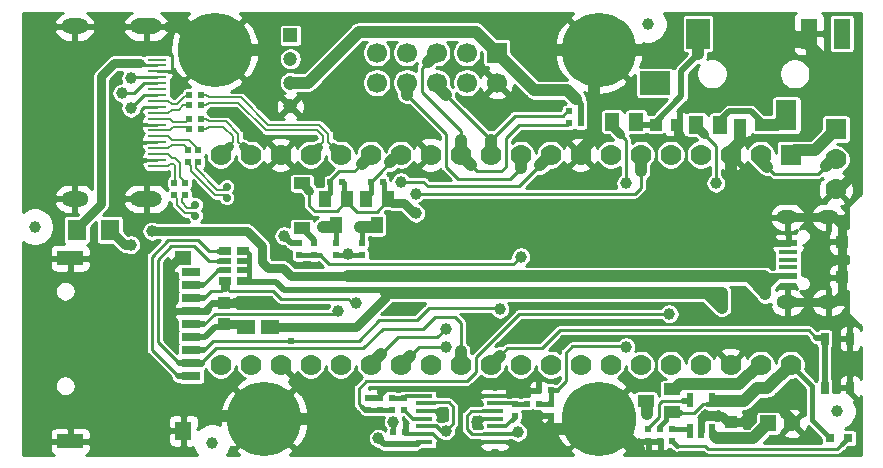
<source format=gbr>
%TF.GenerationSoftware,KiCad,Pcbnew,5.1.0-rc2-unknown-036be7d~80~ubuntu16.04.1*%
%TF.CreationDate,2022-03-09T08:52:48+02:00*%
%TF.ProjectId,RP2040-PICO-PC_rev_C,52503230-3430-42d5-9049-434f2d50435f,C*%
%TF.SameCoordinates,Original*%
%TF.FileFunction,Copper,L1,Top*%
%TF.FilePolarity,Positive*%
%FSLAX46Y46*%
G04 Gerber Fmt 4.6, Leading zero omitted, Abs format (unit mm)*
G04 Created by KiCad (PCBNEW 5.1.0-rc2-unknown-036be7d~80~ubuntu16.04.1) date 2022-03-09 08:52:48*
%MOMM*%
%LPD*%
G04 APERTURE LIST*
%TA.AperFunction,SMDPad,CuDef*%
%ADD10R,1.400000X1.000000*%
%TD*%
%TA.AperFunction,ComponentPad*%
%ADD11C,1.778000*%
%TD*%
%TA.AperFunction,ComponentPad*%
%ADD12R,1.778000X1.778000*%
%TD*%
%TA.AperFunction,Conductor*%
%ADD13R,1.600000X0.700000*%
%TD*%
%TA.AperFunction,SMDPad,CuDef*%
%ADD14R,1.400000X1.200000*%
%TD*%
%TA.AperFunction,SMDPad,CuDef*%
%ADD15R,1.400000X1.600000*%
%TD*%
%TA.AperFunction,SMDPad,CuDef*%
%ADD16R,2.200000X1.200000*%
%TD*%
%TA.AperFunction,SMDPad,CuDef*%
%ADD17R,0.550000X0.500000*%
%TD*%
%TA.AperFunction,ComponentPad*%
%ADD18C,1.700000*%
%TD*%
%TA.AperFunction,ComponentPad*%
%ADD19R,1.700000X1.700000*%
%TD*%
%TA.AperFunction,SMDPad,CuDef*%
%ADD20R,1.000000X1.400000*%
%TD*%
%TA.AperFunction,ComponentPad*%
%ADD21R,1.200000X1.200000*%
%TD*%
%TA.AperFunction,ComponentPad*%
%ADD22C,1.200000*%
%TD*%
%TA.AperFunction,SMDPad,CuDef*%
%ADD23R,0.550000X1.200000*%
%TD*%
%TA.AperFunction,SMDPad,CuDef*%
%ADD24R,1.270000X1.524000*%
%TD*%
%TA.AperFunction,SMDPad,CuDef*%
%ADD25R,0.500000X0.550000*%
%TD*%
%TA.AperFunction,SMDPad,CuDef*%
%ADD26R,1.400000X2.600000*%
%TD*%
%TA.AperFunction,SMDPad,CuDef*%
%ADD27R,2.000000X2.600000*%
%TD*%
%TA.AperFunction,SMDPad,CuDef*%
%ADD28R,1.800000X2.600000*%
%TD*%
%TA.AperFunction,SMDPad,CuDef*%
%ADD29R,2.600000X2.000000*%
%TD*%
%TA.AperFunction,ComponentPad*%
%ADD30C,6.300000*%
%TD*%
%TA.AperFunction,ConnectorPad*%
%ADD31C,1.000000*%
%TD*%
%TA.AperFunction,ComponentPad*%
%ADD32C,1.400000*%
%TD*%
%TA.AperFunction,ComponentPad*%
%ADD33R,1.400000X1.400000*%
%TD*%
%TA.AperFunction,SMDPad,CuDef*%
%ADD34R,1.016000X1.016000*%
%TD*%
%TA.AperFunction,SMDPad,CuDef*%
%ADD35R,1.600000X1.800000*%
%TD*%
%TA.AperFunction,SMDPad,CuDef*%
%ADD36R,0.800000X0.800000*%
%TD*%
%TA.AperFunction,SMDPad,CuDef*%
%ADD37R,1.650000X0.500000*%
%TD*%
%TA.AperFunction,SMDPad,CuDef*%
%ADD38R,1.650000X0.325000*%
%TD*%
%TA.AperFunction,SMDPad,CuDef*%
%ADD39R,1.000000X1.100000*%
%TD*%
%TA.AperFunction,ComponentPad*%
%ADD40O,1.800000X1.200000*%
%TD*%
%TA.AperFunction,SMDPad,CuDef*%
%ADD41R,1.400000X0.325000*%
%TD*%
%TA.AperFunction,SMDPad,CuDef*%
%ADD42R,1.524000X1.270000*%
%TD*%
%TA.AperFunction,SMDPad,CuDef*%
%ADD43R,1.016000X0.508000*%
%TD*%
%TA.AperFunction,SMDPad,CuDef*%
%ADD44R,1.016000X0.762000*%
%TD*%
%TA.AperFunction,ComponentPad*%
%ADD45O,2.300000X1.300000*%
%TD*%
%TA.AperFunction,SMDPad,CuDef*%
%ADD46R,1.600000X0.250000*%
%TD*%
%TA.AperFunction,ComponentPad*%
%ADD47O,2.700000X1.300000*%
%TD*%
%TA.AperFunction,SMDPad,CuDef*%
%ADD48R,0.650000X1.050000*%
%TD*%
%TA.AperFunction,ViaPad*%
%ADD49C,1.000000*%
%TD*%
%TA.AperFunction,ViaPad*%
%ADD50C,0.700000*%
%TD*%
%TA.AperFunction,Conductor*%
%ADD51C,0.304800*%
%TD*%
%TA.AperFunction,Conductor*%
%ADD52C,0.508000*%
%TD*%
%TA.AperFunction,Conductor*%
%ADD53C,0.762000*%
%TD*%
%TA.AperFunction,Conductor*%
%ADD54C,0.254000*%
%TD*%
%TA.AperFunction,Conductor*%
%ADD55C,1.016000*%
%TD*%
%TA.AperFunction,Conductor*%
%ADD56C,0.609600*%
%TD*%
%TA.AperFunction,Conductor*%
%ADD57C,0.406400*%
%TD*%
%TA.AperFunction,Conductor*%
%ADD58C,0.203200*%
%TD*%
G04 APERTURE END LIST*
D10*
%TO.P,FET1,1*%
%TO.N,+5V*%
X174081440Y-135315960D03*
%TO.P,FET1,2*%
%TO.N,/VSYS*%
X174081440Y-133413500D03*
%TO.P,FET1,3*%
%TO.N,+BATT*%
X171871640Y-134368540D03*
%TD*%
D11*
%TO.P,RP2040_PLATFORM1,34*%
%TO.N,/PWM_L*%
X168910000Y-131318000D03*
%TO.P,RP2040_PLATFORM1,8*%
%TO.N,GND*%
X166370000Y-113538000D03*
%TO.P,RP2040_PLATFORM1,33*%
X166370000Y-131318000D03*
%TO.P,RP2040_PLATFORM1,9*%
%TO.N,/SPI0_CLK*%
X163830000Y-113538000D03*
%TO.P,RP2040_PLATFORM1,10*%
%TO.N,/SPI0_MOSI*%
X161290000Y-113538000D03*
%TO.P,RP2040_PLATFORM1,31*%
%TO.N,/DVI_CEC*%
X161290000Y-131318000D03*
%TO.P,RP2040_PLATFORM1,39*%
%TO.N,/VSYS*%
X181610000Y-131318000D03*
%TO.P,RP2040_PLATFORM1,15*%
%TO.N,/I2C1A_SCL_33*%
X148590000Y-113538000D03*
%TO.P,RP2040_PLATFORM1,28*%
%TO.N,GND*%
X153670000Y-131318000D03*
%TO.P,RP2040_PLATFORM1,21*%
%TO.N,/PICO_D2-*%
X135890000Y-131318000D03*
%TO.P,RP2040_PLATFORM1,12*%
%TO.N,/I2C0_SCL*%
X156210000Y-113538000D03*
%TO.P,RP2040_PLATFORM1,7*%
%TO.N,/SPI0_CSn0*%
X168910000Y-113538000D03*
%TO.P,RP2040_PLATFORM1,2*%
%TO.N,/UART0_RX*%
X181610000Y-113538000D03*
D12*
%TO.P,RP2040_PLATFORM1,1*%
%TO.N,/UART0_TX*%
X184150000Y-113538000D03*
D11*
%TO.P,RP2040_PLATFORM1,23*%
%TO.N,GND*%
X140970000Y-131318000D03*
%TO.P,RP2040_PLATFORM1,26*%
%TO.N,/UART1_TX*%
X148590000Y-131318000D03*
%TO.P,RP2040_PLATFORM1,25*%
%TO.N,/PICO_D1+*%
X146050000Y-131318000D03*
%TO.P,RP2040_PLATFORM1,27*%
%TO.N,/UART1_RX*%
X151130000Y-131318000D03*
%TO.P,RP2040_PLATFORM1,37*%
%TO.N,Net-(RP2040_PLATFORM1-Pad37)*%
X176530000Y-131318000D03*
%TO.P,RP2040_PLATFORM1,22*%
%TO.N,/PICO_D2+*%
X138430000Y-131318000D03*
%TO.P,RP2040_PLATFORM1,32*%
%TO.N,/PWM_R*%
X163830000Y-131318000D03*
%TO.P,RP2040_PLATFORM1,19*%
%TO.N,/PICO_D0-*%
X138430000Y-113538000D03*
%TO.P,RP2040_PLATFORM1,18*%
%TO.N,GND*%
X140970000Y-113538000D03*
%TO.P,RP2040_PLATFORM1,13*%
X153670000Y-113538000D03*
%TO.P,RP2040_PLATFORM1,5*%
%TO.N,/I2C1_SCL*%
X173990000Y-113538000D03*
%TO.P,RP2040_PLATFORM1,35*%
%TO.N,Net-(RP2040_PLATFORM1-Pad35)*%
X171450000Y-131318000D03*
%TO.P,RP2040_PLATFORM1,20*%
%TO.N,/PICO_D0+*%
X135890000Y-113538000D03*
%TO.P,RP2040_PLATFORM1,14*%
%TO.N,/I2C1A_SDA_33*%
X151130000Y-113538000D03*
%TO.P,RP2040_PLATFORM1,40*%
%TO.N,+5V*%
X184150000Y-131318000D03*
%TO.P,RP2040_PLATFORM1,4*%
%TO.N,/I2C1_SDA*%
X176530000Y-113538000D03*
%TO.P,RP2040_PLATFORM1,6*%
%TO.N,/SPI0_MISO*%
X171450000Y-113538000D03*
%TO.P,RP2040_PLATFORM1,16*%
%TO.N,/PICO_CK-*%
X146050000Y-113538000D03*
%TO.P,RP2040_PLATFORM1,3*%
%TO.N,GND*%
X179070000Y-113538000D03*
%TO.P,RP2040_PLATFORM1,29*%
%TO.N,/SPI0_CSn1*%
X156210000Y-131318000D03*
%TO.P,RP2040_PLATFORM1,17*%
%TO.N,/PICO_CK+*%
X143510000Y-113538000D03*
%TO.P,RP2040_PLATFORM1,11*%
%TO.N,/I2C0_SDA*%
X158750000Y-113538000D03*
%TO.P,RP2040_PLATFORM1,30*%
%TO.N,/nRESET*%
X158750000Y-131318000D03*
%TO.P,RP2040_PLATFORM1,24*%
%TO.N,/PICO_D1-*%
X143510000Y-131318000D03*
%TO.P,RP2040_PLATFORM1,38*%
%TO.N,GND*%
X179070000Y-131318000D03*
%TO.P,RP2040_PLATFORM1,36*%
%TO.N,+3V3*%
X173990000Y-131318000D03*
%TD*%
D13*
%TO.N,Net-(MICRO_SD1-Pad1)*%
%TO.C,MICRO_SD1*%
X133365000Y-132298000D03*
%TO.N,/SPI0_CSn1*%
X133365000Y-131198000D03*
%TO.N,/SPI0_MOSI*%
X133365000Y-130098000D03*
%TO.N,Net-(C1-Pad2)*%
X133365000Y-128998000D03*
%TO.N,/SPI0_CLK*%
X133365000Y-127898000D03*
%TO.N,GND*%
X133365000Y-126798000D03*
%TO.N,/SPI0_MISO*%
X133365000Y-125698000D03*
%TO.N,Net-(MICRO_SD1-Pad8)*%
X133365000Y-124598000D03*
%TO.N,Net-(MICRO_SD1-Pad9)*%
X133365000Y-123498000D03*
D14*
%TD*%
%TO.P,MICRO_SD1,10*%
%TO.N,GND*%
X132735000Y-122298000D03*
D15*
%TO.P,MICRO_SD1,11*%
%TO.N,GND*%
X132735000Y-136898000D03*
D16*
%TO.P,MICRO_SD1,12*%
X123135000Y-122298000D03*
%TO.P,MICRO_SD1,13*%
X123135000Y-137798000D03*
%TD*%
D17*
%TO.P,R12,2*%
%TO.N,/D1+*%
X133096000Y-113157000D03*
%TO.P,R12,1*%
%TO.N,/PICO_D1+*%
X133096000Y-114173000D03*
%TD*%
%TO.P,R25,2*%
%TO.N,Net-(HDMI1-Pad13)*%
X142494000Y-121031000D03*
%TO.P,R25,1*%
%TO.N,/DVI_CEC*%
X142494000Y-122047000D03*
%TD*%
D18*
%TO.P,UEXT1,10*%
%TO.N,/SPI0_CSn0*%
X149098000Y-107442000D03*
%TO.P,UEXT1,9*%
%TO.N,/SPI0_CLK*%
X149098000Y-104902000D03*
%TO.P,UEXT1,8*%
%TO.N,/SPI0_MOSI*%
X151638000Y-107442000D03*
%TO.P,UEXT1,7*%
%TO.N,/SPI0_MISO*%
X151638000Y-104902000D03*
%TO.P,UEXT1,6*%
%TO.N,/I2C0_SDA*%
X154178000Y-107442000D03*
%TO.P,UEXT1,5*%
%TO.N,/I2C0_SCL*%
X154178000Y-104902000D03*
%TO.P,UEXT1,4*%
%TO.N,/UART1_RX*%
X156718000Y-107442000D03*
%TO.P,UEXT1,3*%
%TO.N,/UART1_TX*%
X156718000Y-104902000D03*
%TO.P,UEXT1,2*%
%TO.N,GND*%
X159258000Y-107442000D03*
D19*
%TO.P,UEXT1,1*%
%TO.N,+3V3*%
X159258000Y-104902000D03*
%TD*%
D20*
%TO.P,FET2,1*%
%TO.N,+3V3*%
X146618960Y-117256560D03*
%TO.P,FET2,2*%
%TO.N,/I2C1A_SCL_33*%
X144716500Y-117256560D03*
%TO.P,FET2,3*%
%TO.N,/I2C1A_SCL_5*%
X145671540Y-119466360D03*
%TD*%
D17*
%TO.P,R19,2*%
%TO.N,Net-(R19-Pad2)*%
X150368000Y-134112000D03*
%TO.P,R19,1*%
%TO.N,Net-(C6-Pad2)*%
X150368000Y-135128000D03*
%TD*%
%TO.P,R22,2*%
%TO.N,Net-(R22-Pad2)*%
X151384000Y-135128000D03*
%TO.P,R22,1*%
%TO.N,Net-(R19-Pad2)*%
X151384000Y-134112000D03*
%TD*%
D21*
%TO.P,CON2,1*%
%TO.N,/I2C1_SCL*%
X141774000Y-103426000D03*
D22*
%TO.P,CON2,2*%
%TO.N,/I2C1_SDA*%
X141774000Y-105426000D03*
%TO.P,CON2,3*%
%TO.N,+3V3*%
X141774000Y-107426000D03*
%TO.P,CON2,4*%
%TO.N,GND*%
X141774000Y-109426000D03*
%TD*%
D23*
%TO.P,U1,1*%
%TO.N,Net-(R4-Pad1)*%
X175580000Y-136936000D03*
%TO.P,U1,2*%
%TO.N,GND*%
X176530000Y-136936000D03*
%TO.P,U1,3*%
%TO.N,+BATT*%
X177480000Y-136936000D03*
%TO.P,U1,5*%
%TO.N,Net-(R1-Pad1)*%
X175580000Y-134336000D03*
%TO.P,U1,4*%
%TO.N,+5V*%
X177480000Y-134336000D03*
%TD*%
D11*
%TO.P,DBG1,3*%
%TO.N,GND*%
X187960000Y-116459000D03*
%TO.P,DBG1,2*%
%TO.N,/UART0_RX*%
X187960000Y-113919000D03*
D12*
%TO.P,DBG1,1*%
%TO.N,/UART0_TX*%
X187960000Y-111379000D03*
%TD*%
D24*
%TO.P,C7,2*%
%TO.N,Net-(C6-Pad2)*%
X176149000Y-110998000D03*
%TO.P,C7,1*%
%TO.N,/PWM_AUDIO_R*%
X178181000Y-110998000D03*
%TD*%
%TO.P,C3,2*%
%TO.N,Net-(C3-Pad2)*%
X169037000Y-110744000D03*
%TO.P,C3,1*%
%TO.N,/PWM_AUDIO_L*%
X171069000Y-110744000D03*
%TD*%
D25*
%TO.P,R28,2*%
%TO.N,+3V3*%
X149606000Y-115824000D03*
%TO.P,R28,1*%
%TO.N,/I2C1A_SDA_33*%
X148590000Y-115824000D03*
%TD*%
%TO.P,R26,2*%
%TO.N,+3V3*%
X146177000Y-115824000D03*
%TO.P,R26,1*%
%TO.N,/I2C1A_SCL_33*%
X145161000Y-115824000D03*
%TD*%
D17*
%TO.P,R6,2*%
%TO.N,/DVI_CEC*%
X143764000Y-122047000D03*
%TO.P,R6,1*%
%TO.N,Net-(D1-Pad1)*%
X143764000Y-121031000D03*
%TD*%
D20*
%TO.P,FET3,1*%
%TO.N,+3V3*%
X150047960Y-117256560D03*
%TO.P,FET3,2*%
%TO.N,/I2C1A_SDA_33*%
X148145500Y-117256560D03*
%TO.P,FET3,3*%
%TO.N,/I2C1A_SDA_5*%
X149100540Y-119466360D03*
%TD*%
D26*
%TO.P,AUDIO_JACK_1,1*%
%TO.N,Net-(AUDIO_JACK_1-Pad1)*%
X188483000Y-103280000D03*
D27*
%TO.P,AUDIO_JACK_1,2*%
%TO.N,/PWM_AUDIO_L*%
X176283000Y-103280000D03*
D28*
%TO.P,AUDIO_JACK_1,3*%
%TO.N,/PWM_AUDIO_R*%
X183783000Y-110180000D03*
D29*
%TO.P,AUDIO_JACK_1,4*%
%TO.N,Net-(AUDIO_JACK_1-Pad4)*%
X172683000Y-107480000D03*
D26*
%TO.P,AUDIO_JACK_1,5*%
%TO.N,GND*%
X185683000Y-103280000D03*
%TD*%
D17*
%TO.P,R3,2*%
%TO.N,/I2C1A_SDA_5*%
X147828000Y-121031000D03*
%TO.P,R3,1*%
%TO.N,+5V*%
X147828000Y-122047000D03*
%TD*%
%TO.P,R2,2*%
%TO.N,/I2C1A_SCL_5*%
X145669000Y-121031000D03*
%TO.P,R2,1*%
%TO.N,+5V*%
X145669000Y-122047000D03*
%TD*%
D22*
%TO.P,MH3,GND1*%
%TO.N,GND*%
X165481000Y-104648000D03*
X170307000Y-104648000D03*
X169545000Y-106299000D03*
X166243000Y-106426000D03*
X169545000Y-102997000D03*
X166243000Y-102997000D03*
X167894000Y-107061000D03*
X167894000Y-102235000D03*
D30*
X167894000Y-104648000D03*
%TD*%
D31*
%TO.P,FID4,Fid1*%
%TO.N,Net-(FID4-PadFid1)*%
X135128000Y-137922000D03*
%TD*%
D32*
%TO.P,BAT_CON1,2*%
%TO.N,GND*%
X184261760Y-136288780D03*
D33*
%TO.P,BAT_CON1,1*%
%TO.N,+BATT*%
X182232300Y-136291320D03*
%TD*%
D17*
%TO.P,R7,2*%
%TO.N,/D2-*%
X132842000Y-115951000D03*
%TO.P,R7,1*%
%TO.N,/PICO_D2-*%
X132842000Y-116967000D03*
%TD*%
D25*
%TO.P,R13,2*%
%TO.N,/D0+*%
X133223000Y-111379000D03*
%TO.P,R13,1*%
%TO.N,/PICO_D0+*%
X134239000Y-111379000D03*
%TD*%
%TO.P,R10,2*%
%TO.N,/CK-*%
X133223000Y-108458000D03*
%TO.P,R10,1*%
%TO.N,/PICO_CK-*%
X134239000Y-108458000D03*
%TD*%
D17*
%TO.P,R11,2*%
%TO.N,/D2+*%
X131953000Y-115951000D03*
%TO.P,R11,1*%
%TO.N,/PICO_D2+*%
X131953000Y-116967000D03*
%TD*%
D25*
%TO.P,R9,2*%
%TO.N,/D0-*%
X133223000Y-110490000D03*
%TO.P,R9,1*%
%TO.N,/PICO_D0-*%
X134239000Y-110490000D03*
%TD*%
D17*
%TO.P,R8,2*%
%TO.N,/D1-*%
X133985000Y-113157000D03*
%TO.P,R8,1*%
%TO.N,/PICO_D1-*%
X133985000Y-114173000D03*
%TD*%
D25*
%TO.P,R14,2*%
%TO.N,/CK+*%
X133223000Y-109347000D03*
%TO.P,R14,1*%
%TO.N,/PICO_CK+*%
X134239000Y-109347000D03*
%TD*%
D31*
%TO.P,FID1,Fid1*%
%TO.N,Net-(FID1-PadFid1)*%
X172085000Y-102489000D03*
%TD*%
%TO.P,FID2,Fid1*%
%TO.N,Net-(FID2-PadFid1)*%
X188087000Y-135255000D03*
%TD*%
%TO.P,FID3,Fid1*%
%TO.N,Net-(FID3-PadFid1)*%
X120142000Y-119634000D03*
%TD*%
D34*
%TO.P,C1,2*%
%TO.N,Net-(C1-Pad2)*%
X136144000Y-127889000D03*
%TO.P,C1,1*%
%TO.N,GND*%
X136144000Y-126111000D03*
%TD*%
D35*
%TO.P,FUSE1,2*%
%TO.N,Net-(FUSE1-Pad2)*%
X123695000Y-119888000D03*
%TO.P,FUSE1,1*%
%TO.N,Net-(5V_ENABLE1-Pad2)*%
X126495000Y-119888000D03*
%TD*%
D34*
%TO.P,C2,2*%
%TO.N,+5V*%
X179070000Y-134366000D03*
%TO.P,C2,1*%
%TO.N,GND*%
X179070000Y-136144000D03*
%TD*%
D36*
%TO.P,LED1,1*%
%TO.N,Net-(LED1-Pad1)*%
X188976000Y-137541000D03*
%TO.P,LED1,2*%
%TO.N,+5V*%
X187452000Y-137541000D03*
%TD*%
D17*
%TO.P,R1,2*%
%TO.N,GND*%
X172085000Y-137795000D03*
%TO.P,R1,1*%
%TO.N,Net-(R1-Pad1)*%
X172085000Y-136779000D03*
%TD*%
%TO.P,R4,2*%
%TO.N,Net-(LED1-Pad1)*%
X174117000Y-137795000D03*
%TO.P,R4,1*%
%TO.N,Net-(R4-Pad1)*%
X174117000Y-136779000D03*
%TD*%
%TO.P,R5,2*%
%TO.N,+5V*%
X173101000Y-136779000D03*
%TO.P,R5,1*%
%TO.N,GND*%
X173101000Y-137795000D03*
%TD*%
D37*
%TO.P,USB1,1*%
%TO.N,+5V*%
X183921000Y-123815500D03*
D38*
%TO.P,USB1,2*%
%TO.N,Net-(USB1-Pad2)*%
X183921000Y-123078000D03*
%TO.P,USB1,3*%
%TO.N,Net-(USB1-Pad3)*%
X183921000Y-122428000D03*
%TO.P,USB1,4*%
%TO.N,Net-(USB1-Pad4)*%
X183921000Y-121778000D03*
D37*
%TO.P,USB1,5*%
%TO.N,GND*%
X183921000Y-121040500D03*
D39*
%TO.P,USB1,0*%
X188471000Y-123928000D03*
X188471000Y-120928000D03*
D40*
X187321000Y-126028000D03*
X183851000Y-126028000D03*
X183851000Y-118828000D03*
X187321000Y-118828000D03*
%TD*%
D17*
%TO.P,C4,2*%
%TO.N,Net-(C3-Pad2)*%
X163830000Y-134620000D03*
%TO.P,C4,1*%
%TO.N,GND*%
X163830000Y-135636000D03*
%TD*%
%TO.P,C5,2*%
%TO.N,GND*%
X151511000Y-137033000D03*
%TO.P,C5,1*%
%TO.N,+3V3*%
X151511000Y-138049000D03*
%TD*%
%TO.P,C6,2*%
%TO.N,Net-(C6-Pad2)*%
X149352000Y-135128000D03*
%TO.P,C6,1*%
%TO.N,GND*%
X149352000Y-134112000D03*
%TD*%
D34*
%TO.P,R16,2*%
%TO.N,/PWM_AUDIO_L*%
X172720000Y-110998000D03*
%TO.P,R16,1*%
%TO.N,GND*%
X174498000Y-110998000D03*
%TD*%
D25*
%TO.P,R17,2*%
%TO.N,Net-(C3-Pad2)*%
X163830000Y-133477000D03*
%TO.P,R17,1*%
%TO.N,GND*%
X162814000Y-133477000D03*
%TD*%
%TO.P,R18,2*%
%TO.N,Net-(R18-Pad2)*%
X161798000Y-134620000D03*
%TO.P,R18,1*%
%TO.N,Net-(C3-Pad2)*%
X162814000Y-134620000D03*
%TD*%
D17*
%TO.P,R20,2*%
%TO.N,Net-(C6-Pad2)*%
X148336000Y-135128000D03*
%TO.P,R20,1*%
%TO.N,GND*%
X148336000Y-134112000D03*
%TD*%
D34*
%TO.P,R21,2*%
%TO.N,/PWM_AUDIO_R*%
X181610000Y-110998000D03*
%TO.P,R21,1*%
%TO.N,GND*%
X179832000Y-110998000D03*
%TD*%
D17*
%TO.P,R23,2*%
%TO.N,Net-(R23-Pad2)*%
X160782000Y-135636000D03*
%TO.P,R23,1*%
%TO.N,Net-(R18-Pad2)*%
X160782000Y-134620000D03*
%TD*%
%TO.P,R24,2*%
%TO.N,/nRESET*%
X150495000Y-137033000D03*
%TO.P,R24,1*%
%TO.N,+3V3*%
X150495000Y-138049000D03*
%TD*%
D25*
%TO.P,R15,2*%
%TO.N,/I2C0_SDA*%
X165354000Y-109855000D03*
%TO.P,R15,1*%
%TO.N,+3V3*%
X166370000Y-109855000D03*
%TD*%
%TO.P,R27,2*%
%TO.N,+3V3*%
X166370000Y-110871000D03*
%TO.P,R27,1*%
%TO.N,/I2C0_SCL*%
X165354000Y-110871000D03*
%TD*%
D41*
%TO.P,U3,14*%
%TO.N,+3V3*%
X153083000Y-137840000D03*
%TO.P,U3,13*%
%TO.N,GND*%
X153083000Y-137190000D03*
%TO.P,U3,12*%
%TO.N,/PWM_R*%
X153083000Y-136540000D03*
%TO.P,U3,11*%
%TO.N,Net-(R22-Pad2)*%
X153083000Y-135890000D03*
%TO.P,U3,10*%
%TO.N,GND*%
X153083000Y-135240000D03*
%TO.P,U3,9*%
%TO.N,/PWM_R*%
X153083000Y-134590000D03*
%TO.P,U3,8*%
%TO.N,Net-(R19-Pad2)*%
X153083000Y-133940000D03*
%TO.P,U3,7*%
%TO.N,GND*%
X159083000Y-133940000D03*
%TO.P,U3,6*%
%TO.N,Net-(R18-Pad2)*%
X159083000Y-134590000D03*
%TO.P,U3,5*%
%TO.N,/PWM_L*%
X159083000Y-135240000D03*
%TO.P,U3,4*%
%TO.N,GND*%
X159083000Y-135890000D03*
%TO.P,U3,3*%
%TO.N,Net-(R23-Pad2)*%
X159083000Y-136540000D03*
%TO.P,U3,2*%
%TO.N,/PWM_L*%
X159083000Y-137190000D03*
%TO.P,U3,1*%
%TO.N,GND*%
X159083000Y-137890000D03*
%TD*%
D22*
%TO.P,MH1,GND1*%
%TO.N,GND*%
X132969000Y-104648000D03*
X137795000Y-104648000D03*
X137033000Y-106299000D03*
X133731000Y-106426000D03*
X137033000Y-102997000D03*
X133731000Y-102997000D03*
X135382000Y-107061000D03*
X135382000Y-102235000D03*
D30*
X135382000Y-104648000D03*
%TD*%
D22*
%TO.P,MH2,GND1*%
%TO.N,GND*%
X137160000Y-135890000D03*
X141986000Y-135890000D03*
X141224000Y-137541000D03*
X137922000Y-137668000D03*
X141224000Y-134239000D03*
X137922000Y-134239000D03*
X139573000Y-138303000D03*
X139573000Y-133477000D03*
D30*
X139573000Y-135890000D03*
%TD*%
D22*
%TO.P,MH4,GND1*%
%TO.N,GND*%
X165481000Y-135890000D03*
X170307000Y-135890000D03*
X169545000Y-137541000D03*
X166243000Y-137668000D03*
X169545000Y-134239000D03*
X166243000Y-134239000D03*
X167894000Y-138303000D03*
X167894000Y-133477000D03*
D30*
X167894000Y-135890000D03*
%TD*%
D10*
%TO.P,D1,2*%
%TO.N,+3V3*%
X142748000Y-115956000D03*
%TO.P,D1,1*%
%TO.N,Net-(D1-Pad1)*%
X142748000Y-119756000D03*
%TD*%
D42*
%TO.P,L1,1*%
%TO.N,+3V3*%
X140081000Y-128143000D03*
%TO.P,L1,2*%
%TO.N,Net-(C1-Pad2)*%
X138049000Y-128143000D03*
%TD*%
D17*
%TO.P,R29,2*%
%TO.N,+3V3*%
X141859000Y-128270000D03*
%TO.P,R29,1*%
%TO.N,/SPI0_MOSI*%
X141859000Y-129286000D03*
%TD*%
D43*
%TO.P,RM1,3.1*%
%TO.N,+3V3*%
X137795000Y-122555000D03*
%TO.P,RM1,2.1*%
X137795000Y-123317000D03*
%TO.P,RM1,3.2*%
%TO.N,/SPI0_CSn1*%
X136271000Y-122555000D03*
%TO.P,RM1,2.2*%
%TO.N,Net-(MICRO_SD1-Pad8)*%
X136271000Y-123317000D03*
D44*
%TO.P,RM1,4.1*%
%TO.N,+3V3*%
X137795000Y-121666000D03*
%TO.P,RM1,4.2*%
%TO.N,Net-(MICRO_SD1-Pad1)*%
X136271000Y-121666000D03*
%TO.P,RM1,1.1*%
%TO.N,+3V3*%
X137795000Y-124206000D03*
%TO.P,RM1,1.2*%
%TO.N,/SPI0_MISO*%
X136271000Y-124206000D03*
%TD*%
D45*
%TO.P,HDMI1,0*%
%TO.N,GND*%
X123518000Y-102682000D03*
D46*
%TO.P,HDMI1,19*%
%TO.N,Net-(HDMI1-Pad19)*%
X130518000Y-105482000D03*
%TO.P,HDMI1,18*%
%TO.N,Net-(FUSE1-Pad2)*%
X130518000Y-105982000D03*
%TO.P,HDMI1,17*%
%TO.N,GND*%
X130518000Y-106482000D03*
%TO.P,HDMI1,16*%
%TO.N,/I2C1A_SDA_5*%
X130518000Y-106982000D03*
%TO.P,HDMI1,15*%
%TO.N,/I2C1A_SCL_5*%
X130518000Y-107482000D03*
%TO.P,HDMI1,14*%
%TO.N,Net-(HDMI1-Pad14)*%
X130518000Y-107982000D03*
%TO.P,HDMI1,13*%
%TO.N,Net-(HDMI1-Pad13)*%
X130518000Y-108482000D03*
%TO.P,HDMI1,12*%
%TO.N,/CK-*%
X130518000Y-108982000D03*
%TO.P,HDMI1,11*%
%TO.N,GND*%
X130518000Y-109482000D03*
%TO.P,HDMI1,10*%
%TO.N,/CK+*%
X130518000Y-109982000D03*
%TO.P,HDMI1,9*%
%TO.N,/D0-*%
X130518000Y-110482000D03*
%TO.P,HDMI1,8*%
%TO.N,GND*%
X130518000Y-110982000D03*
%TO.P,HDMI1,7*%
%TO.N,/D0+*%
X130518000Y-111482000D03*
%TO.P,HDMI1,6*%
%TO.N,/D1-*%
X130518000Y-111982000D03*
%TO.P,HDMI1,5*%
%TO.N,GND*%
X130518000Y-112482000D03*
%TO.P,HDMI1,4*%
%TO.N,/D1+*%
X130518000Y-112982000D03*
%TO.P,HDMI1,3*%
%TO.N,/D2-*%
X130518000Y-113482000D03*
%TO.P,HDMI1,2*%
%TO.N,GND*%
X130518000Y-113982000D03*
%TO.P,HDMI1,1*%
%TO.N,/D2+*%
X130518000Y-114482000D03*
D45*
%TO.P,HDMI1,0*%
%TO.N,GND*%
X123518000Y-117282000D03*
D47*
X129568000Y-117282000D03*
X129568000Y-102682000D03*
%TD*%
D48*
%TO.P,RST1,2*%
%TO.N,GND*%
X189162000Y-129116000D03*
X189162000Y-133266000D03*
%TO.P,RST1,1*%
%TO.N,/nRESET*%
X187012000Y-129116000D03*
X187012000Y-133266000D03*
%TD*%
D49*
%TO.N,GND*%
X157607000Y-136144000D03*
X171323000Y-138430000D03*
X176276000Y-126873000D03*
X162433000Y-129032000D03*
X157353000Y-129159000D03*
X145161000Y-108839000D03*
X158496000Y-120269000D03*
X165862000Y-121920000D03*
X126746000Y-132969000D03*
X128016000Y-137922000D03*
X122174000Y-128778000D03*
X123190000Y-110109000D03*
X123190000Y-114427000D03*
X155956000Y-133604000D03*
X148463000Y-110109000D03*
X156246340Y-138020393D03*
X137287000Y-126111000D03*
X174752000Y-112014000D03*
X182753000Y-104013000D03*
X184023000Y-104013000D03*
X182245000Y-121031000D03*
X182245000Y-119634000D03*
X189230000Y-131191000D03*
X176911000Y-135636000D03*
X144907000Y-136652000D03*
X162052000Y-138303000D03*
X160020000Y-132969000D03*
X154559000Y-135382000D03*
X131572000Y-125730000D03*
X127889000Y-114808000D03*
X128651000Y-112522000D03*
X127762000Y-110998000D03*
X151638000Y-126492000D03*
X156337000Y-120269000D03*
X151130000Y-110109000D03*
X176530000Y-120650000D03*
X153924000Y-121920000D03*
X153924000Y-120396000D03*
X132207000Y-107442000D03*
X131572000Y-128016000D03*
X137668000Y-118364000D03*
X120523000Y-112141000D03*
X120523000Y-107188000D03*
X123317000Y-105029000D03*
X120142000Y-123444000D03*
X127000000Y-123698000D03*
X120396000Y-133985000D03*
X120142000Y-138303000D03*
X131064000Y-134366000D03*
X146939000Y-138176000D03*
X187071000Y-122174000D03*
X189611000Y-108839000D03*
X189611000Y-105664000D03*
X144907000Y-104013000D03*
X139827000Y-101981000D03*
X163195000Y-102235000D03*
X178816000Y-102870000D03*
X180594000Y-106680000D03*
X186944000Y-107569000D03*
X163830000Y-121920000D03*
X173990000Y-116332000D03*
X164719000Y-115697000D03*
X180848000Y-116078000D03*
X168783000Y-120523000D03*
X149098000Y-121920000D03*
X149733000Y-120904000D03*
%TO.N,+5V*%
X181991000Y-123952000D03*
X181991000Y-125349000D03*
X146685000Y-121920000D03*
X146685000Y-123825000D03*
X130048000Y-120015000D03*
%TO.N,+BATT*%
X171958000Y-135509000D03*
%TO.N,+3V3*%
X178308000Y-125222000D03*
X149860000Y-125222000D03*
X149225000Y-137541000D03*
X178308000Y-126492000D03*
X152400000Y-118491000D03*
X164846000Y-108077000D03*
X165989000Y-108839000D03*
%TO.N,/nRESET*%
X150495000Y-136144000D03*
D50*
%TO.N,/PICO_D2-*%
X133731000Y-117760000D03*
%TO.N,/PICO_D1-*%
X136398000Y-116236000D03*
%TO.N,/PICO_D2+*%
X133731000Y-118714000D03*
%TO.N,/PICO_D1+*%
X136398000Y-117190000D03*
D49*
%TO.N,/UART1_TX*%
X154940000Y-128270000D03*
%TO.N,/UART1_RX*%
X154940000Y-129794000D03*
%TO.N,Net-(C3-Pad2)*%
X170180000Y-115951000D03*
X170180000Y-129794000D03*
%TO.N,Net-(C6-Pad2)*%
X177800000Y-115951000D03*
X173863000Y-127000000D03*
%TO.N,/DVI_CEC*%
X161290000Y-122174000D03*
%TO.N,/SPI0_MISO*%
X147320000Y-126111000D03*
X152400000Y-116840000D03*
%TO.N,/SPI0_CLK*%
X151130000Y-115824000D03*
X145796000Y-126746000D03*
%TO.N,/SPI0_MOSI*%
X159512000Y-126619000D03*
%TO.N,/PWM_R*%
X154940000Y-136906000D03*
%TO.N,/PWM_L*%
X161036000Y-137033000D03*
%TO.N,/I2C1A_SCL_5*%
X127508000Y-108331000D03*
X144526000Y-119634000D03*
%TO.N,/I2C1A_SDA_5*%
X128270000Y-107061000D03*
X147701000Y-119634000D03*
%TO.N,Net-(HDMI1-Pad13)*%
X141224000Y-120396000D03*
X128270000Y-109601000D03*
%TO.N,Net-(5V_ENABLE1-Pad2)*%
X128270000Y-121158000D03*
%TD*%
D51*
%TO.N,GND*%
X157861000Y-135890000D02*
X157607000Y-136144000D01*
X159083000Y-135890000D02*
X157861000Y-135890000D01*
D52*
X167386000Y-136398000D02*
X167894000Y-135890000D01*
D53*
X139192000Y-135509000D02*
X139573000Y-135890000D01*
D51*
X159083000Y-137890000D02*
X158083000Y-137890000D01*
D54*
X153670000Y-131508500D02*
X153670000Y-131318000D01*
D55*
X166370000Y-113157000D02*
X167499607Y-112027393D01*
X167499607Y-105042393D02*
X167894000Y-104648000D01*
X167499607Y-112027393D02*
X167499607Y-105042393D01*
X166370000Y-113538000D02*
X166370000Y-113157000D01*
X179070000Y-113538000D02*
X179070000Y-115189000D01*
X179832000Y-112479364D02*
X179832000Y-110998000D01*
X179070000Y-113241364D02*
X179832000Y-112479364D01*
X179070000Y-113538000D02*
X179070000Y-113241364D01*
D54*
X174752000Y-112014000D02*
X175260000Y-112522000D01*
X175260000Y-112522000D02*
X175260000Y-115316000D01*
X172720000Y-112623740D02*
X172720000Y-115189000D01*
X173329740Y-112014000D02*
X172720000Y-112623740D01*
X174752000Y-112014000D02*
X173329740Y-112014000D01*
D55*
X184023000Y-104013000D02*
X182753000Y-104013000D01*
X184950000Y-104013000D02*
X184023000Y-104013000D01*
X185683000Y-103280000D02*
X184950000Y-104013000D01*
X188214000Y-116459000D02*
X187960000Y-116459000D01*
X185683000Y-103280000D02*
X185683000Y-104276000D01*
X185683000Y-104276000D02*
X188341000Y-106934000D01*
D53*
X189611000Y-115062000D02*
X188214000Y-116459000D01*
X189611000Y-108204000D02*
X189611000Y-115062000D01*
X188341000Y-106934000D02*
X189611000Y-108204000D01*
D52*
X174752000Y-109892044D02*
X175459636Y-109184408D01*
X174752000Y-110744000D02*
X174752000Y-109892044D01*
X174498000Y-110998000D02*
X174752000Y-110744000D01*
D53*
X174625000Y-111887000D02*
X174752000Y-112014000D01*
X174625000Y-111125000D02*
X174625000Y-111887000D01*
X174498000Y-110998000D02*
X174625000Y-111125000D01*
X183851000Y-126028000D02*
X185718000Y-126028000D01*
X187321000Y-126028000D02*
X185718000Y-126028000D01*
X187789000Y-126028000D02*
X187321000Y-126028000D01*
X188471000Y-125346000D02*
X187789000Y-126028000D01*
X188471000Y-123928000D02*
X188471000Y-125346000D01*
X188471000Y-123928000D02*
X188471000Y-122431000D01*
X188471000Y-120928000D02*
X188471000Y-122431000D01*
X187321000Y-118828000D02*
X185591000Y-118828000D01*
X183851000Y-118828000D02*
X185591000Y-118828000D01*
X188471000Y-119510000D02*
X187789000Y-118828000D01*
X187789000Y-118828000D02*
X187321000Y-118828000D01*
X188471000Y-120928000D02*
X188471000Y-119510000D01*
D52*
X182254500Y-121040500D02*
X182245000Y-121031000D01*
X183921000Y-121040500D02*
X182254500Y-121040500D01*
X182245000Y-120269000D02*
X182245000Y-119634000D01*
X183016500Y-121040500D02*
X182245000Y-120269000D01*
X183921000Y-121040500D02*
X183016500Y-121040500D01*
X183921000Y-121040500D02*
X183651500Y-121040500D01*
X189162000Y-131259000D02*
X189230000Y-131191000D01*
X189162000Y-133266000D02*
X189162000Y-131259000D01*
X189162000Y-131123000D02*
X189230000Y-131191000D01*
X189162000Y-129116000D02*
X189162000Y-131123000D01*
D56*
X176530000Y-136017000D02*
X176911000Y-135636000D01*
X176530000Y-136936000D02*
X176530000Y-136017000D01*
D53*
X181432200Y-134747000D02*
X183134000Y-134747000D01*
X180035200Y-136144000D02*
X181432200Y-134747000D01*
X179070000Y-136144000D02*
X180035200Y-136144000D01*
X184261760Y-135874760D02*
X183134000Y-134747000D01*
X184261760Y-136288780D02*
X184261760Y-135874760D01*
D55*
X168783000Y-135890000D02*
X171323000Y-138430000D01*
X167894000Y-135890000D02*
X168783000Y-135890000D01*
D53*
X178308000Y-135636000D02*
X176911000Y-135636000D01*
X178816000Y-136144000D02*
X178308000Y-135636000D01*
X179070000Y-136144000D02*
X178816000Y-136144000D01*
D52*
X189162000Y-133266000D02*
X189162000Y-133663000D01*
X189162000Y-133663000D02*
X189865000Y-134366000D01*
X162052000Y-138303000D02*
X160528000Y-138303000D01*
X163830000Y-135636000D02*
X163830000Y-136144000D01*
X163830000Y-136144000D02*
X163449000Y-136525000D01*
X163449000Y-136525000D02*
X162179000Y-136525000D01*
X162179000Y-138176000D02*
X162052000Y-138303000D01*
X162179000Y-136525000D02*
X162179000Y-138176000D01*
D55*
X157226000Y-133604000D02*
X155956000Y-133604000D01*
X160020000Y-132969000D02*
X157861000Y-132969000D01*
X157861000Y-132969000D02*
X157226000Y-133604000D01*
D51*
X154559000Y-135382000D02*
X154417000Y-135240000D01*
X154417000Y-135240000D02*
X153083000Y-135240000D01*
X159083000Y-133940000D02*
X157943000Y-133940000D01*
X160188769Y-133137769D02*
X160020000Y-132969000D01*
X160188769Y-133940000D02*
X160188769Y-133137769D01*
X159083000Y-133940000D02*
X160188769Y-133940000D01*
D54*
X156156344Y-137930397D02*
X156246340Y-138020393D01*
X156156344Y-133804344D02*
X156156344Y-137930397D01*
X155956000Y-133604000D02*
X156156344Y-133804344D01*
X160115000Y-137890000D02*
X160528000Y-138303000D01*
D51*
X159083000Y-137890000D02*
X160115000Y-137890000D01*
D55*
X167894000Y-135890000D02*
X167005000Y-136779000D01*
X167005000Y-136779000D02*
X163830000Y-136779000D01*
D51*
X153879791Y-137190000D02*
X154373491Y-137683700D01*
X153083000Y-137190000D02*
X153879791Y-137190000D01*
X153083000Y-137190000D02*
X151668000Y-137190000D01*
D54*
X151668000Y-137190000D02*
X151511000Y-137033000D01*
D57*
X148336000Y-134112000D02*
X149352000Y-134112000D01*
X149860000Y-133350000D02*
X155702000Y-133350000D01*
X155702000Y-133350000D02*
X155956000Y-133604000D01*
X149352000Y-133858000D02*
X149860000Y-133350000D01*
X149352000Y-134112000D02*
X149352000Y-133858000D01*
D54*
X128524000Y-114808000D02*
X127889000Y-114808000D01*
X129350000Y-113982000D02*
X128524000Y-114808000D01*
X130518000Y-113982000D02*
X129350000Y-113982000D01*
X128691000Y-112482000D02*
X128651000Y-112522000D01*
X130518000Y-112482000D02*
X128691000Y-112482000D01*
X127778000Y-110982000D02*
X127762000Y-110998000D01*
X130518000Y-110982000D02*
X127778000Y-110982000D01*
D52*
X179070000Y-116586000D02*
X179070000Y-115189000D01*
X176530000Y-119126000D02*
X179070000Y-116586000D01*
X176530000Y-120650000D02*
X176530000Y-119126000D01*
D55*
X174752000Y-122428000D02*
X166370000Y-122428000D01*
X166370000Y-122428000D02*
X165862000Y-121920000D01*
X165862000Y-121285000D02*
X165862000Y-121920000D01*
X164846000Y-120269000D02*
X165862000Y-121285000D01*
X153924000Y-121920000D02*
X155575000Y-120269000D01*
X155575000Y-120269000D02*
X164846000Y-120269000D01*
X167894000Y-104648000D02*
X163322000Y-104648000D01*
X167894000Y-104648000D02*
X173101000Y-104648000D01*
D54*
X167894000Y-135890000D02*
X171069000Y-132715000D01*
X171069000Y-132715000D02*
X172466000Y-132715000D01*
X172466000Y-132715000D02*
X172720000Y-132461000D01*
X172720000Y-132461000D02*
X172720000Y-130302000D01*
D53*
X136144000Y-126111000D02*
X137287000Y-126111000D01*
D52*
X134523917Y-126798000D02*
X135210917Y-126111000D01*
X135210917Y-126111000D02*
X136144000Y-126111000D01*
X133365000Y-126798000D02*
X134523917Y-126798000D01*
X133365000Y-126798000D02*
X131751000Y-126798000D01*
X131572000Y-126619000D02*
X131572000Y-125730000D01*
X131751000Y-126798000D02*
X131572000Y-126619000D01*
D54*
X130518000Y-109482000D02*
X129405000Y-109482000D01*
X129405000Y-109482000D02*
X129159000Y-109728000D01*
X129159000Y-109728000D02*
X129159000Y-110299500D01*
X132207000Y-106997500D02*
X132207000Y-107442000D01*
X131691500Y-106482000D02*
X132207000Y-106997500D01*
X130518000Y-106482000D02*
X131691500Y-106482000D01*
X131744060Y-106429440D02*
X131744060Y-105137560D01*
X131744060Y-105137560D02*
X131381500Y-104775000D01*
X131691500Y-106482000D02*
X131744060Y-106429440D01*
D53*
X132735000Y-122298000D02*
X132337000Y-122298000D01*
X131572000Y-123063000D02*
X131572000Y-125730000D01*
X132337000Y-122298000D02*
X131572000Y-123063000D01*
D55*
X139573000Y-135890000D02*
X144526000Y-135890000D01*
X139573000Y-135890000D02*
X139319000Y-135636000D01*
X139319000Y-135636000D02*
X134874000Y-135636000D01*
X135382000Y-104648000D02*
X139827000Y-104648000D01*
X182245000Y-121031000D02*
X176149000Y-121031000D01*
X176149000Y-121031000D02*
X174752000Y-122428000D01*
X176530000Y-120650000D02*
X176149000Y-121031000D01*
X149098000Y-121920000D02*
X153924000Y-121920000D01*
X132715000Y-102997000D02*
X133731000Y-102997000D01*
X132461000Y-102743000D02*
X132715000Y-102997000D01*
X131572000Y-102743000D02*
X132461000Y-102743000D01*
D52*
%TO.N,+5V*%
X182127500Y-123815500D02*
X181991000Y-123952000D01*
X183921000Y-123815500D02*
X182127500Y-123815500D01*
D55*
X181991000Y-125349000D02*
X181991000Y-123952000D01*
D52*
X183067300Y-123815500D02*
X181991000Y-124891800D01*
X183921000Y-123815500D02*
X183067300Y-123815500D01*
D55*
X179070000Y-134366000D02*
X177723800Y-134366000D01*
D52*
X177480000Y-134336000D02*
X177693800Y-134336000D01*
X177693800Y-134336000D02*
X177723800Y-134366000D01*
X177480000Y-134336000D02*
X177480000Y-134559000D01*
X177480000Y-134559000D02*
X177419000Y-134620000D01*
D57*
X177419000Y-134620000D02*
X177038000Y-134620000D01*
D54*
X176698302Y-134620000D02*
X175936302Y-135382000D01*
X177038000Y-134620000D02*
X176698302Y-134620000D01*
D55*
X180213000Y-134366000D02*
X179070000Y-134366000D01*
X181277665Y-133301335D02*
X180213000Y-134366000D01*
X182166665Y-133301335D02*
X181277665Y-133301335D01*
X184150000Y-131318000D02*
X182166665Y-133301335D01*
D57*
X173609000Y-136017000D02*
X173101000Y-136525000D01*
X173101000Y-136525000D02*
X173101000Y-136779000D01*
X185928000Y-133096000D02*
X185928000Y-136017000D01*
X185928000Y-136017000D02*
X187452000Y-137541000D01*
X184150000Y-131318000D02*
X185928000Y-133096000D01*
D55*
X181864000Y-123825000D02*
X181991000Y-123952000D01*
X180594000Y-123825000D02*
X181864000Y-123825000D01*
X181991000Y-125349000D02*
X181991000Y-125222000D01*
X181991000Y-125222000D02*
X180594000Y-123825000D01*
X146685000Y-123825000D02*
X180594000Y-123825000D01*
D57*
X146558000Y-122047000D02*
X146685000Y-121920000D01*
X145669000Y-122047000D02*
X146558000Y-122047000D01*
X146812000Y-122047000D02*
X146685000Y-121920000D01*
X147828000Y-122047000D02*
X146812000Y-122047000D01*
D53*
X141859000Y-123825000D02*
X146685000Y-123825000D01*
X139925325Y-123159936D02*
X141193936Y-123159936D01*
X139382500Y-122617111D02*
X139925325Y-123159936D01*
X138144409Y-120015000D02*
X139382500Y-121253091D01*
X139382500Y-121253091D02*
X139382500Y-122617111D01*
X141193936Y-123159936D02*
X141859000Y-123825000D01*
X130048000Y-120015000D02*
X138144409Y-120015000D01*
D57*
X174081440Y-135315960D02*
X173929040Y-135315960D01*
X173609000Y-135636000D02*
X173609000Y-136017000D01*
X173929040Y-135315960D02*
X173609000Y-135636000D01*
X174081440Y-135315960D02*
X174147480Y-135382000D01*
D52*
X174147480Y-135382000D02*
X174879000Y-135382000D01*
D54*
X174879000Y-135382000D02*
X175936302Y-135382000D01*
D55*
%TO.N,+BATT*%
X182232300Y-136291320D02*
X180982620Y-137541000D01*
X180982620Y-137541000D02*
X177927000Y-137541000D01*
D52*
X177927000Y-137383000D02*
X177927000Y-137541000D01*
X177480000Y-136936000D02*
X177927000Y-137383000D01*
X177480000Y-137470115D02*
X177807425Y-137797540D01*
X177807425Y-137797540D02*
X179580540Y-137797540D01*
X177480000Y-136936000D02*
X177480000Y-137470115D01*
D55*
X171958000Y-134454900D02*
X171958000Y-135509000D01*
X171871640Y-134368540D02*
X171958000Y-134454900D01*
D57*
%TO.N,Net-(R4-Pad1)*%
X175580000Y-136936000D02*
X175423000Y-136779000D01*
X175423000Y-136779000D02*
X174117000Y-136779000D01*
%TO.N,Net-(LED1-Pad1)*%
X174117000Y-137795000D02*
X174498000Y-138176000D01*
X188976000Y-137541000D02*
X188468000Y-138049000D01*
D54*
X176911000Y-138176000D02*
X174498000Y-138176000D01*
X177165000Y-138430000D02*
X176911000Y-138176000D01*
X188087000Y-138430000D02*
X177165000Y-138430000D01*
X188468000Y-138049000D02*
X188087000Y-138430000D01*
D52*
%TO.N,+3V3*%
X166370000Y-110871000D02*
X166370000Y-109855000D01*
D55*
X178308000Y-125222000D02*
X177419000Y-125222000D01*
X177419000Y-125222000D02*
X149860000Y-125222000D01*
D52*
X151511000Y-138049000D02*
X150495000Y-138049000D01*
X149225000Y-137541000D02*
X149733000Y-138049000D01*
X149733000Y-138049000D02*
X150495000Y-138049000D01*
X152400000Y-138049000D02*
X152501600Y-137947400D01*
X151511000Y-138049000D02*
X152400000Y-138049000D01*
D54*
X152501600Y-138120120D02*
X152501600Y-137947400D01*
X152781720Y-137840000D02*
X152501600Y-138120120D01*
X153083000Y-137840000D02*
X152781720Y-137840000D01*
D55*
X157480000Y-103124000D02*
X159258000Y-104902000D01*
X147574000Y-103124000D02*
X157480000Y-103124000D01*
X143272000Y-107426000D02*
X147574000Y-103124000D01*
X141774000Y-107426000D02*
X143272000Y-107426000D01*
X178308000Y-126492000D02*
X178308000Y-126492000D01*
X178308000Y-126492000D02*
X178308000Y-125222000D01*
X178308000Y-126492000D02*
X177038000Y-125222000D01*
X177038000Y-125222000D02*
X177419000Y-125603000D01*
X177419000Y-125603000D02*
X177419000Y-125222000D01*
D52*
X165989000Y-108839000D02*
X166370000Y-109220000D01*
X166370000Y-109220000D02*
X166370000Y-109855000D01*
D55*
X165989000Y-108839000D02*
X165227000Y-108077000D01*
X165227000Y-108077000D02*
X164846000Y-108077000D01*
X164831039Y-108091961D02*
X162447961Y-108091961D01*
X162447961Y-108091961D02*
X159258000Y-104902000D01*
X164846000Y-108077000D02*
X164831039Y-108091961D01*
D53*
X152274419Y-118491000D02*
X152400000Y-118491000D01*
X151385419Y-117602000D02*
X152274419Y-118491000D01*
X150393400Y-117602000D02*
X151385419Y-117602000D01*
X150047960Y-117256560D02*
X150393400Y-117602000D01*
D57*
X150047960Y-117256560D02*
X149733000Y-116941600D01*
X149733000Y-116941600D02*
X149733000Y-115951000D01*
X146618960Y-117256560D02*
X146304000Y-116941600D01*
X146304000Y-116941600D02*
X146304000Y-115951000D01*
X146304000Y-115951000D02*
X146177000Y-115824000D01*
D54*
X146618960Y-117256560D02*
X146618960Y-117535960D01*
X150047960Y-117406049D02*
X150047960Y-117256560D01*
X146618960Y-117535960D02*
X147447000Y-118364000D01*
X149090009Y-118364000D02*
X150047960Y-117406049D01*
X147447000Y-118364000D02*
X149090009Y-118364000D01*
D53*
X142748000Y-115956000D02*
X142753000Y-115956000D01*
X142753000Y-115956000D02*
X143383000Y-116586000D01*
D54*
X146618960Y-117256560D02*
X146618960Y-117414040D01*
X146618960Y-117414040D02*
X145696405Y-118336595D01*
X143383000Y-117856000D02*
X143383000Y-116586000D01*
X145696405Y-118336595D02*
X143863595Y-118336595D01*
X143863595Y-118336595D02*
X143383000Y-117856000D01*
X141859000Y-128270000D02*
X141859000Y-128143000D01*
D53*
X141859000Y-128143000D02*
X140081000Y-128143000D01*
D57*
X137795000Y-123317000D02*
X138303000Y-123317000D01*
X138303000Y-123317000D02*
X138303000Y-124206000D01*
D52*
X137795000Y-124206000D02*
X138303000Y-124206000D01*
D57*
X137795000Y-122555000D02*
X138303000Y-122555000D01*
X138303000Y-122555000D02*
X138303000Y-123317000D01*
X138303000Y-121920000D02*
X138303000Y-122555000D01*
X138049000Y-121666000D02*
X138303000Y-121920000D01*
X137795000Y-121666000D02*
X138049000Y-121666000D01*
D52*
X138303000Y-124206000D02*
X138303000Y-124333000D01*
X149593894Y-124955894D02*
X149860000Y-125222000D01*
X138303000Y-124333000D02*
X140589000Y-124333000D01*
X140589000Y-124333000D02*
X141211894Y-124955894D01*
X141211894Y-124955894D02*
X149593894Y-124955894D01*
D53*
X147299570Y-128143000D02*
X141859000Y-128143000D01*
X149860000Y-125582570D02*
X147299570Y-128143000D01*
X149860000Y-125222000D02*
X149860000Y-125582570D01*
D52*
%TO.N,/nRESET*%
X187012000Y-133266000D02*
X187012000Y-131504000D01*
X187012000Y-129116000D02*
X187012000Y-131504000D01*
X186928000Y-129032000D02*
X186309000Y-129032000D01*
X187012000Y-129116000D02*
X186928000Y-129032000D01*
D57*
X150495000Y-136144000D02*
X150495000Y-136906000D01*
D54*
X186309000Y-129032000D02*
X185674000Y-128397000D01*
X185674000Y-128397000D02*
X164592000Y-128397000D01*
X164592000Y-128397000D02*
X163068000Y-129921000D01*
X163068000Y-129921000D02*
X160147000Y-129921000D01*
D55*
X158750000Y-131318000D02*
X159512000Y-130556000D01*
D54*
X160147000Y-129921000D02*
X159512000Y-130556000D01*
D52*
%TO.N,/VSYS*%
X181610000Y-131318000D02*
X181610000Y-131191000D01*
D55*
X181457600Y-131318000D02*
X181610000Y-131318000D01*
X174752000Y-132969000D02*
X179806600Y-132969000D01*
X179806600Y-132969000D02*
X181457600Y-131318000D01*
X174081440Y-133413500D02*
X174307500Y-133413500D01*
X174307500Y-133413500D02*
X174752000Y-132969000D01*
D54*
%TO.N,Net-(FUSE1-Pad2)*%
X129223000Y-105982000D02*
X129032000Y-105791000D01*
X130518000Y-105982000D02*
X129223000Y-105982000D01*
X129286000Y-105791000D02*
X129477000Y-105982000D01*
X129032000Y-105791000D02*
X129286000Y-105791000D01*
D53*
X123695000Y-120036195D02*
X123695000Y-119888000D01*
X126873000Y-105791000D02*
X129032000Y-105791000D01*
X123695000Y-119888000D02*
X123695000Y-119764000D01*
X123695000Y-119764000D02*
X125758528Y-117700472D01*
X125758528Y-117700472D02*
X125758528Y-106905472D01*
X125758528Y-106905472D02*
X126873000Y-105791000D01*
D58*
%TO.N,/D2+*%
X131953000Y-115951000D02*
X131978400Y-115925600D01*
X131978400Y-115925600D02*
X131978400Y-114445490D01*
X131978400Y-114445490D02*
X131819710Y-114286800D01*
X131396200Y-114482000D02*
X130518000Y-114482000D01*
X131591400Y-114286800D02*
X131396200Y-114482000D01*
X131819710Y-114286800D02*
X131591400Y-114286800D01*
%TO.N,/D2-*%
X131743800Y-113829600D02*
X131396200Y-113482000D01*
X131983690Y-113829600D02*
X131743800Y-113829600D01*
X131396200Y-113482000D02*
X130518000Y-113482000D01*
X132842000Y-115951000D02*
X132842000Y-115849400D01*
X132435600Y-114281510D02*
X131983690Y-113829600D01*
X132842000Y-115849400D02*
X132435600Y-115443000D01*
X132435600Y-115443000D02*
X132435600Y-114281510D01*
%TO.N,/D1+*%
X131464001Y-112982000D02*
X130518000Y-112982000D01*
X133096000Y-113157000D02*
X133096000Y-113037503D01*
X133096000Y-113037503D02*
X132769097Y-112710600D01*
X132769097Y-112710600D02*
X131735401Y-112710600D01*
X131735401Y-112710600D02*
X131464001Y-112982000D01*
%TO.N,/D1-*%
X133985000Y-113157000D02*
X133985000Y-113076284D01*
X131464001Y-111982000D02*
X130518000Y-111982000D01*
X133985000Y-113076284D02*
X133162116Y-112253400D01*
X131735401Y-112253400D02*
X131464001Y-111982000D01*
X133162116Y-112253400D02*
X131735401Y-112253400D01*
%TO.N,/D0+*%
X131862401Y-111210600D02*
X131591001Y-111482000D01*
X133054600Y-111210600D02*
X131862401Y-111210600D01*
X131591001Y-111482000D02*
X130518000Y-111482000D01*
X133223000Y-111379000D02*
X133054600Y-111210600D01*
%TO.N,/D0-*%
X131591001Y-110482000D02*
X130518000Y-110482000D01*
X132959600Y-110753400D02*
X131862401Y-110753400D01*
X131862401Y-110753400D02*
X131591001Y-110482000D01*
X133223000Y-110490000D02*
X132959600Y-110753400D01*
%TO.N,/CK+*%
X131464001Y-109982000D02*
X130518000Y-109982000D01*
X133223000Y-109347000D02*
X132726579Y-109347000D01*
X132362979Y-109710600D02*
X131735401Y-109710600D01*
X131735401Y-109710600D02*
X131464001Y-109982000D01*
X132726579Y-109347000D02*
X132362979Y-109710600D01*
%TO.N,/CK-*%
X131464001Y-108982000D02*
X130518000Y-108982000D01*
X133223000Y-108458000D02*
X133096000Y-108585000D01*
X133096000Y-108585000D02*
X132842000Y-108585000D01*
X131735401Y-109253400D02*
X131464001Y-108982000D01*
X132173600Y-109253400D02*
X131735401Y-109253400D01*
X132842000Y-108585000D02*
X132173600Y-109253400D01*
%TO.N,/PICO_D2-*%
X132626100Y-117207900D02*
X132626100Y-117570810D01*
X132842000Y-116992000D02*
X132626100Y-117207900D01*
X132842000Y-116967000D02*
X132842000Y-116992000D01*
X133063690Y-118008400D02*
X133482600Y-118008400D01*
X132626100Y-117570810D02*
X133063690Y-118008400D01*
X133482600Y-118008400D02*
X133731000Y-117760000D01*
%TO.N,/PICO_D1-*%
X136149600Y-116484400D02*
X136398000Y-116236000D01*
X135603690Y-116484400D02*
X136149600Y-116484400D01*
X133985000Y-114173000D02*
X133985000Y-114198000D01*
X133985000Y-114198000D02*
X133811526Y-114371474D01*
X133811526Y-114371474D02*
X133811526Y-114692236D01*
X133811526Y-114692236D02*
X135603690Y-116484400D01*
%TO.N,/PICO_D0-*%
X137388600Y-112496600D02*
X137388600Y-111792310D01*
X134651501Y-110490000D02*
X134867401Y-110705900D01*
X134239000Y-110490000D02*
X134651501Y-110490000D01*
X136302190Y-110705900D02*
X137388600Y-111792310D01*
X134867401Y-110705900D02*
X136302190Y-110705900D01*
D53*
X138430000Y-113538000D02*
X137731500Y-112839500D01*
D58*
X137731500Y-112839500D02*
X137388600Y-112496600D01*
%TO.N,/PICO_CK-*%
X145008600Y-112496600D02*
X145008600Y-111792310D01*
X145008600Y-111792310D02*
X144239690Y-111023400D01*
X144239690Y-111023400D02*
X139921690Y-111023400D01*
X134651501Y-108458000D02*
X134867401Y-108673900D01*
X134239000Y-108458000D02*
X134651501Y-108458000D01*
X134867401Y-108673900D02*
X137572190Y-108673900D01*
X137572190Y-108673900D02*
X139921690Y-111023400D01*
D53*
X146050000Y-113538000D02*
X145415000Y-112903000D01*
D58*
X145415000Y-112903000D02*
X145008600Y-112496600D01*
%TO.N,/PICO_D2+*%
X131953000Y-116967000D02*
X131953000Y-116992000D01*
X131953000Y-116992000D02*
X132168900Y-117207900D01*
X132168900Y-117207900D02*
X132168900Y-117760190D01*
X133482600Y-118465600D02*
X133731000Y-118714000D01*
X132168900Y-117760190D02*
X132874310Y-118465600D01*
X132874310Y-118465600D02*
X133482600Y-118465600D01*
%TO.N,/PICO_D1+*%
X136149600Y-116941600D02*
X136398000Y-117190000D01*
X135414310Y-116941600D02*
X136149600Y-116941600D01*
X133096000Y-114173000D02*
X133096000Y-114198000D01*
X133096000Y-114198000D02*
X133386501Y-114488501D01*
X133386501Y-114488501D02*
X133386501Y-114913791D01*
X133386501Y-114913791D02*
X135414310Y-116941600D01*
%TO.N,/PICO_D0+*%
X136931400Y-112496600D02*
X136931400Y-111981690D01*
X134651501Y-111379000D02*
X134867401Y-111163100D01*
X134239000Y-111379000D02*
X134651501Y-111379000D01*
X136112810Y-111163100D02*
X136931400Y-111981690D01*
X134867401Y-111163100D02*
X136112810Y-111163100D01*
D53*
X135890000Y-113538000D02*
X136588500Y-112839500D01*
D58*
X136588500Y-112839500D02*
X136931400Y-112496600D01*
%TO.N,/PICO_CK+*%
X144551400Y-112496600D02*
X144551400Y-111981690D01*
X144551400Y-111981690D02*
X144050310Y-111480600D01*
X144050310Y-111480600D02*
X139732310Y-111480600D01*
X134651501Y-109347000D02*
X134867401Y-109131100D01*
X134239000Y-109347000D02*
X134651501Y-109347000D01*
X137382810Y-109131100D02*
X139732310Y-111480600D01*
X134867401Y-109131100D02*
X137382810Y-109131100D01*
D53*
X143510000Y-113538000D02*
X144145000Y-112903000D01*
D58*
X144145000Y-112903000D02*
X144551400Y-112496600D01*
D54*
%TO.N,Net-(R1-Pad1)*%
X172085000Y-136652000D02*
X172085000Y-136779000D01*
X175006000Y-134366000D02*
X173228000Y-134366000D01*
X173228000Y-134366000D02*
X172974000Y-134620000D01*
X172974000Y-135763000D02*
X172085000Y-136652000D01*
X172974000Y-134620000D02*
X172974000Y-135763000D01*
D52*
X175550000Y-134366000D02*
X175006000Y-134366000D01*
X175580000Y-134336000D02*
X175550000Y-134366000D01*
D53*
%TO.N,/PWM_AUDIO_L*%
X176381000Y-102743000D02*
X176537000Y-102899000D01*
D55*
X176283000Y-103280000D02*
X176283000Y-105022000D01*
D52*
X171069000Y-110744000D02*
X171323000Y-110998000D01*
X171323000Y-110998000D02*
X172720000Y-110998000D01*
X174879000Y-106426000D02*
X176283000Y-105022000D01*
X174879000Y-108585000D02*
X174879000Y-106426000D01*
X172720000Y-110744000D02*
X174879000Y-108585000D01*
X172720000Y-110998000D02*
X172720000Y-110744000D01*
%TO.N,/PWM_AUDIO_R*%
X178181000Y-110998000D02*
X178181000Y-110617000D01*
X181610000Y-110719280D02*
X181610000Y-110998000D01*
X180745720Y-109855000D02*
X181610000Y-110719280D01*
X178181000Y-110617000D02*
X178943000Y-109855000D01*
X178943000Y-109855000D02*
X180745720Y-109855000D01*
D55*
X183783000Y-110180000D02*
X182965000Y-110998000D01*
X182965000Y-110998000D02*
X181610000Y-110998000D01*
D51*
%TO.N,Net-(R22-Pad2)*%
X153083000Y-135890000D02*
X152146000Y-135890000D01*
D54*
X152146000Y-135890000D02*
X151384000Y-135128000D01*
D51*
%TO.N,Net-(R23-Pad2)*%
X159083000Y-136540000D02*
X160005000Y-136540000D01*
X160005000Y-136540000D02*
X160528000Y-136017000D01*
D57*
X160528000Y-136017000D02*
X160782000Y-135763000D01*
X160782000Y-135763000D02*
X160782000Y-135636000D01*
D55*
%TO.N,/UART1_TX*%
X148590000Y-131318000D02*
X149479000Y-130429000D01*
D54*
X154203400Y-129006600D02*
X154940000Y-128270000D01*
X150901400Y-129006600D02*
X154203400Y-129006600D01*
X149479000Y-130429000D02*
X150901400Y-129006600D01*
D55*
%TO.N,/UART1_RX*%
X151130000Y-131318000D02*
X151892000Y-130556000D01*
D54*
X154940000Y-129794000D02*
X152654000Y-129794000D01*
X152654000Y-129794000D02*
X151892000Y-130556000D01*
%TO.N,/I2C1_SCL*%
X173990000Y-113538000D02*
X174371000Y-113538000D01*
D55*
%TO.N,/UART0_TX*%
X184531000Y-113157000D02*
X184150000Y-113538000D01*
X186189454Y-113157000D02*
X184531000Y-113157000D01*
X187960000Y-111386454D02*
X186189454Y-113157000D01*
X187960000Y-111379000D02*
X187960000Y-111386454D01*
%TO.N,/UART0_RX*%
X187960000Y-113665000D02*
X187134500Y-114490500D01*
D53*
X181610000Y-113792000D02*
X181610000Y-113538000D01*
D55*
X181610000Y-113538000D02*
X181610000Y-114046000D01*
X181610000Y-114046000D02*
X182118000Y-114554000D01*
D54*
X186436000Y-115189000D02*
X187134500Y-114490500D01*
X182753000Y-115189000D02*
X186436000Y-115189000D01*
X182118000Y-114554000D02*
X182753000Y-115189000D01*
D53*
%TO.N,Net-(C3-Pad2)*%
X169037000Y-110744000D02*
X169037000Y-111125000D01*
X169037000Y-111125000D02*
X169672000Y-111760000D01*
D54*
X170180000Y-112268000D02*
X169672000Y-111760000D01*
X170180000Y-115951000D02*
X170180000Y-112268000D01*
D57*
X162814000Y-134620000D02*
X163830000Y-134620000D01*
X163830000Y-134620000D02*
X163830000Y-133477000D01*
X163830000Y-133477000D02*
X164338000Y-133477000D01*
D54*
X165100000Y-132715000D02*
X164338000Y-133477000D01*
X170147378Y-129761378D02*
X165640622Y-129761378D01*
X165640622Y-129761378D02*
X165100000Y-130302000D01*
X170180000Y-129794000D02*
X170147378Y-129761378D01*
X165100000Y-130302000D02*
X165100000Y-132715000D01*
D53*
%TO.N,Net-(C6-Pad2)*%
X176276000Y-111252000D02*
X176276000Y-110617000D01*
X176784000Y-111760000D02*
X176276000Y-111252000D01*
D54*
X177800000Y-112776000D02*
X176784000Y-111760000D01*
X177800000Y-115951000D02*
X177800000Y-112776000D01*
D57*
X150368000Y-135128000D02*
X149352000Y-135128000D01*
X149352000Y-135128000D02*
X148336000Y-135128000D01*
X148336000Y-135128000D02*
X148082000Y-135128000D01*
X148082000Y-135128000D02*
X147828000Y-134874000D01*
D54*
X147574000Y-134620000D02*
X147828000Y-134874000D01*
X147574000Y-133350000D02*
X147574000Y-134620000D01*
X148209000Y-132715000D02*
X147574000Y-133350000D01*
X156718000Y-132715000D02*
X148209000Y-132715000D01*
X173863000Y-127000000D02*
X161163000Y-127000000D01*
X161163000Y-127000000D02*
X157480000Y-130683000D01*
X157480000Y-130683000D02*
X157480000Y-131953000D01*
X157480000Y-131953000D02*
X156718000Y-132715000D01*
D57*
%TO.N,Net-(R18-Pad2)*%
X161798000Y-134620000D02*
X160782000Y-134620000D01*
D51*
X159083000Y-134590000D02*
X160752000Y-134590000D01*
D54*
X160752000Y-134590000D02*
X160782000Y-134620000D01*
D51*
%TO.N,Net-(R19-Pad2)*%
X153083000Y-133940000D02*
X151556000Y-133940000D01*
X151556000Y-133940000D02*
X151384000Y-134112000D01*
D57*
X150368000Y-134112000D02*
X151384000Y-134112000D01*
D54*
%TO.N,/DVI_CEC*%
X145034000Y-122809000D02*
X144272000Y-122047000D01*
X160655000Y-122809000D02*
X145034000Y-122809000D01*
X161290000Y-122174000D02*
X160655000Y-122809000D01*
D57*
X143764000Y-122047000D02*
X144272000Y-122047000D01*
X143764000Y-122047000D02*
X142494000Y-122047000D01*
D52*
%TO.N,Net-(MICRO_SD1-Pad8)*%
X133365000Y-124598000D02*
X134355000Y-124598000D01*
D54*
X135636000Y-123317000D02*
X134355000Y-124598000D01*
D57*
X136271000Y-123317000D02*
X135636000Y-123317000D01*
D54*
%TO.N,/SPI0_MISO*%
X152400000Y-116840000D02*
X170942000Y-116840000D01*
X170942000Y-116840000D02*
X171450000Y-116332000D01*
D55*
X171450000Y-113538000D02*
X171450000Y-114935000D01*
D54*
X171450000Y-116332000D02*
X171450000Y-114935000D01*
D52*
X133365000Y-125698000D02*
X134461000Y-125698000D01*
D53*
X136271000Y-124206000D02*
X136271000Y-124714000D01*
D54*
X135064000Y-125095000D02*
X134461000Y-125698000D01*
X135890000Y-125095000D02*
X135064000Y-125095000D01*
X136271000Y-124714000D02*
X135890000Y-125095000D01*
X136271000Y-124714000D02*
X136652000Y-125095000D01*
X136652000Y-125095000D02*
X140335000Y-125095000D01*
X140335000Y-125095000D02*
X140970000Y-125730000D01*
X147066000Y-126111000D02*
X146685000Y-125730000D01*
X147320000Y-126111000D02*
X147066000Y-126111000D01*
X140970000Y-125730000D02*
X146685000Y-125730000D01*
D55*
%TO.N,/SPI0_CLK*%
X163830000Y-113538000D02*
X162941000Y-114427000D01*
D52*
X134484000Y-127898000D02*
X133365000Y-127898000D01*
D54*
X145796000Y-126746000D02*
X145542000Y-127000000D01*
X135382000Y-127000000D02*
X134484000Y-127898000D01*
X145542000Y-127000000D02*
X135382000Y-127000000D01*
X161163000Y-116205000D02*
X162941000Y-114427000D01*
X153416000Y-116205000D02*
X161163000Y-116205000D01*
X153035000Y-115824000D02*
X153416000Y-116205000D01*
X151130000Y-115824000D02*
X153035000Y-115824000D01*
D55*
%TO.N,/SPI0_MOSI*%
X151638000Y-107442000D02*
X151638000Y-108458000D01*
D54*
X151638000Y-108458000D02*
X154940000Y-111760000D01*
X160401000Y-115570000D02*
X161290000Y-114681000D01*
X154940000Y-111760000D02*
X154940000Y-114554000D01*
X155956000Y-115570000D02*
X160401000Y-115570000D01*
X154940000Y-114554000D02*
X155956000Y-115570000D01*
D55*
X161290000Y-113538000D02*
X161290000Y-114681000D01*
D52*
X133365000Y-130098000D02*
X134443000Y-130098000D01*
D54*
X134443000Y-130098000D02*
X135255000Y-129286000D01*
X135255000Y-129286000D02*
X141859000Y-129286000D01*
X147574000Y-129286000D02*
X141859000Y-129286000D01*
X159512000Y-126619000D02*
X159385000Y-126492000D01*
X159385000Y-126492000D02*
X153543000Y-126492000D01*
X149300106Y-127559894D02*
X147574000Y-129286000D01*
X153543000Y-126492000D02*
X152475106Y-127559894D01*
X152475106Y-127559894D02*
X149300106Y-127559894D01*
D55*
%TO.N,/SPI0_CSn1*%
X156210000Y-131318000D02*
X156210000Y-130175000D01*
D56*
X133365000Y-131198000D02*
X134205582Y-131198000D01*
D54*
X156210000Y-127762000D02*
X156210000Y-130175000D01*
X155702000Y-127254000D02*
X156210000Y-127762000D01*
X153035000Y-128270000D02*
X154051000Y-127254000D01*
X134205582Y-131198000D02*
X135482582Y-129921000D01*
X135482582Y-129921000D02*
X147955000Y-129921000D01*
X147955000Y-129921000D02*
X149606000Y-128270000D01*
X154051000Y-127254000D02*
X155702000Y-127254000D01*
X149606000Y-128270000D02*
X153035000Y-128270000D01*
D57*
X136271000Y-122555000D02*
X135636000Y-122555000D01*
D52*
X133365000Y-131198000D02*
X132341000Y-131198000D01*
D54*
X134874000Y-122555000D02*
X135636000Y-122555000D01*
X133594373Y-121275373D02*
X134874000Y-122555000D01*
X130556000Y-122428000D02*
X131708627Y-121275373D01*
X132341000Y-131198000D02*
X130556000Y-129413000D01*
X130556000Y-129413000D02*
X130556000Y-122428000D01*
X131708627Y-121275373D02*
X133594373Y-121275373D01*
D57*
%TO.N,Net-(MICRO_SD1-Pad1)*%
X136271000Y-121666000D02*
X135636000Y-121666000D01*
D52*
X133365000Y-132298000D02*
X132298000Y-132298000D01*
D54*
X134874000Y-121666000D02*
X135636000Y-121666000D01*
X133968198Y-120760198D02*
X134874000Y-121666000D01*
X132298000Y-132298000D02*
X130048000Y-130048000D01*
X130048000Y-130048000D02*
X130048000Y-122174000D01*
X130048000Y-122174000D02*
X131461802Y-120760198D01*
X131461802Y-120760198D02*
X133968198Y-120760198D01*
D55*
%TO.N,/I2C0_SCL*%
X156210000Y-113538000D02*
X156210000Y-112268000D01*
X154178000Y-104902000D02*
X153416000Y-105664000D01*
D54*
X152908000Y-108239272D02*
X156210000Y-111541272D01*
X152908000Y-106172000D02*
X152908000Y-108239272D01*
X156210000Y-111541272D02*
X156210000Y-112268000D01*
X153416000Y-105664000D02*
X152908000Y-106172000D01*
D55*
X157098999Y-114426999D02*
X156210000Y-113538000D01*
D54*
X157607000Y-114935000D02*
X157098999Y-114426999D01*
X160020000Y-114554000D02*
X159639000Y-114935000D01*
X159639000Y-114935000D02*
X157607000Y-114935000D01*
X160020000Y-112141000D02*
X160020000Y-114554000D01*
X165354000Y-110871000D02*
X165227000Y-110998000D01*
X165227000Y-110998000D02*
X161163000Y-110998000D01*
X161163000Y-110998000D02*
X160020000Y-112141000D01*
D55*
%TO.N,/I2C0_SDA*%
X158750000Y-113538000D02*
X158750000Y-112268000D01*
D54*
X155956000Y-109474000D02*
X158750000Y-112268000D01*
D55*
X154178000Y-107442000D02*
X154178000Y-107696000D01*
X154178000Y-107696000D02*
X154940000Y-108458000D01*
D54*
X154940000Y-108458000D02*
X155956000Y-109474000D01*
X160782000Y-110236000D02*
X158750000Y-112268000D01*
X164846000Y-110236000D02*
X160782000Y-110236000D01*
X165227000Y-109855000D02*
X164846000Y-110236000D01*
X165354000Y-109855000D02*
X165227000Y-109855000D01*
D51*
%TO.N,/PWM_R*%
X153083000Y-134590000D02*
X153954000Y-134590000D01*
X154559000Y-136906000D02*
X154940000Y-136906000D01*
X154193000Y-136540000D02*
X154559000Y-136906000D01*
X153083000Y-136540000D02*
X154193000Y-136540000D01*
D54*
X155575000Y-136271000D02*
X154940000Y-136906000D01*
X154051000Y-134493000D02*
X155194000Y-134493000D01*
X153954000Y-134590000D02*
X154051000Y-134493000D01*
X155194000Y-134493000D02*
X155575000Y-134874000D01*
X155575000Y-134874000D02*
X155575000Y-136271000D01*
D51*
%TO.N,/PWM_L*%
X159083000Y-135240000D02*
X158100000Y-135240000D01*
X159083000Y-137190000D02*
X158145000Y-137190000D01*
D54*
X157114000Y-135240000D02*
X158100000Y-135240000D01*
X157129000Y-137190000D02*
X156718000Y-136779000D01*
X158145000Y-137190000D02*
X157129000Y-137190000D01*
X156718000Y-136779000D02*
X156718000Y-135636000D01*
X156718000Y-135636000D02*
X157114000Y-135240000D01*
D51*
X160879000Y-137190000D02*
X161036000Y-137033000D01*
X159083000Y-137190000D02*
X160879000Y-137190000D01*
D52*
%TO.N,Net-(AUDIO_JACK_1-Pad1)*%
X188737000Y-102899000D02*
X188737000Y-103363000D01*
D55*
%TO.N,/I2C1A_SCL_33*%
X148590000Y-113538000D02*
X147828000Y-114300000D01*
D54*
X145923000Y-114935000D02*
X147193000Y-114935000D01*
X147193000Y-114935000D02*
X147828000Y-114300000D01*
X145161000Y-115697000D02*
X145923000Y-114935000D01*
X145161000Y-115824000D02*
X145161000Y-115697000D01*
D57*
X144716500Y-117256560D02*
X145161000Y-116812060D01*
X145161000Y-116812060D02*
X145161000Y-115824000D01*
D54*
%TO.N,/I2C1A_SCL_5*%
X129373000Y-107482000D02*
X128524000Y-108331000D01*
X128524000Y-108331000D02*
X127508000Y-108331000D01*
X130518000Y-107482000D02*
X129373000Y-107482000D01*
D55*
X145503900Y-119634000D02*
X144526000Y-119634000D01*
X145671540Y-119466360D02*
X145503900Y-119634000D01*
D57*
X145671540Y-119466360D02*
X145671540Y-121028460D01*
X145671540Y-121028460D02*
X145669000Y-121031000D01*
D54*
%TO.N,/I2C1A_SDA_33*%
X148590000Y-115824000D02*
X149352000Y-115062000D01*
D55*
X151130000Y-113538000D02*
X150876000Y-113538000D01*
X150876000Y-113538000D02*
X150241000Y-114173000D01*
D54*
X150241000Y-114173000D02*
X149352000Y-115062000D01*
D57*
X148145500Y-117256560D02*
X148590000Y-116812060D01*
X148590000Y-116812060D02*
X148590000Y-115824000D01*
D54*
%TO.N,/I2C1A_SDA_5*%
X128349000Y-106982000D02*
X130518000Y-106982000D01*
X128270000Y-107061000D02*
X128349000Y-106982000D01*
D55*
X148932900Y-119634000D02*
X147701000Y-119634000D01*
X149100540Y-119466360D02*
X148932900Y-119634000D01*
D57*
X147828000Y-119761000D02*
X147701000Y-119634000D01*
X147828000Y-121031000D02*
X147828000Y-119761000D01*
D52*
%TO.N,Net-(HDMI1-Pad13)*%
X141224000Y-120396000D02*
X141859000Y-121031000D01*
X141859000Y-121031000D02*
X142494000Y-121031000D01*
D54*
X128270000Y-109601000D02*
X129389000Y-108482000D01*
X129389000Y-108482000D02*
X130518000Y-108482000D01*
D52*
%TO.N,Net-(C1-Pad2)*%
X133365000Y-128998000D02*
X134527000Y-128998000D01*
X135890000Y-128143000D02*
X135382000Y-128143000D01*
X136144000Y-127889000D02*
X135890000Y-128143000D01*
X134527000Y-128998000D02*
X135382000Y-128143000D01*
D53*
X138049000Y-128143000D02*
X137795000Y-127889000D01*
X137795000Y-127889000D02*
X136144000Y-127889000D01*
D52*
%TO.N,Net-(D1-Pad1)*%
X142748000Y-119756000D02*
X143764000Y-120772000D01*
X143764000Y-120772000D02*
X143764000Y-121031000D01*
D53*
%TO.N,Net-(5V_ENABLE1-Pad2)*%
X127765000Y-121158000D02*
X126495000Y-119888000D01*
X128270000Y-121158000D02*
X127765000Y-121158000D01*
%TD*%
D54*
%TO.N,GND*%
G36*
X122408919Y-101543415D02*
G01*
X122198495Y-101684118D01*
X122019564Y-101863170D01*
X121879003Y-102073689D01*
X121782213Y-102307585D01*
X121774901Y-102356529D01*
X121898933Y-102555000D01*
X123391000Y-102555000D01*
X123391000Y-102535000D01*
X123645000Y-102535000D01*
X123645000Y-102555000D01*
X125137067Y-102555000D01*
X125261099Y-102356529D01*
X125253787Y-102307585D01*
X125156997Y-102073689D01*
X125016436Y-101863170D01*
X124837505Y-101684118D01*
X124627081Y-101543415D01*
X124541663Y-101508000D01*
X128344337Y-101508000D01*
X128258919Y-101543415D01*
X128048495Y-101684118D01*
X127869564Y-101863170D01*
X127729003Y-102073689D01*
X127632213Y-102307585D01*
X127624901Y-102356529D01*
X127748933Y-102555000D01*
X129441000Y-102555000D01*
X129441000Y-102535000D01*
X129695000Y-102535000D01*
X129695000Y-102555000D01*
X131387067Y-102555000D01*
X131511099Y-102356529D01*
X131503787Y-102307585D01*
X131406997Y-102073689D01*
X131266436Y-101863170D01*
X131087505Y-101684118D01*
X130877081Y-101543415D01*
X130791663Y-101508000D01*
X133243239Y-101508000D01*
X132896271Y-101982666D01*
X135382000Y-104468395D01*
X137867729Y-101982666D01*
X137520761Y-101508000D01*
X165755239Y-101508000D01*
X165408271Y-101982666D01*
X167894000Y-104468395D01*
X167908143Y-104454253D01*
X168087748Y-104633858D01*
X168073605Y-104648000D01*
X170559334Y-107133729D01*
X171000157Y-106811500D01*
X171000157Y-108480000D01*
X171007513Y-108554689D01*
X171029299Y-108626508D01*
X171064678Y-108692696D01*
X171112289Y-108750711D01*
X171170304Y-108798322D01*
X171236492Y-108833701D01*
X171308311Y-108855487D01*
X171383000Y-108862843D01*
X173703132Y-108862843D01*
X172458819Y-110107157D01*
X172212000Y-110107157D01*
X172137311Y-110114513D01*
X172086843Y-110129822D01*
X172086843Y-109982000D01*
X172079487Y-109907311D01*
X172057701Y-109835492D01*
X172022322Y-109769304D01*
X171974711Y-109711289D01*
X171916696Y-109663678D01*
X171850508Y-109628299D01*
X171778689Y-109606513D01*
X171704000Y-109599157D01*
X170434000Y-109599157D01*
X170359311Y-109606513D01*
X170287492Y-109628299D01*
X170221304Y-109663678D01*
X170163289Y-109711289D01*
X170115678Y-109769304D01*
X170080299Y-109835492D01*
X170058513Y-109907311D01*
X170053000Y-109963287D01*
X170047487Y-109907311D01*
X170025701Y-109835492D01*
X169990322Y-109769304D01*
X169942711Y-109711289D01*
X169884696Y-109663678D01*
X169818508Y-109628299D01*
X169746689Y-109606513D01*
X169672000Y-109599157D01*
X168402000Y-109599157D01*
X168327311Y-109606513D01*
X168255492Y-109628299D01*
X168189304Y-109663678D01*
X168131289Y-109711289D01*
X168083678Y-109769304D01*
X168048299Y-109835492D01*
X168026513Y-109907311D01*
X168019157Y-109982000D01*
X168019157Y-111506000D01*
X168026513Y-111580689D01*
X168048299Y-111652508D01*
X168083678Y-111718696D01*
X168131289Y-111776711D01*
X168189304Y-111824322D01*
X168255492Y-111859701D01*
X168327311Y-111881487D01*
X168402000Y-111888843D01*
X168723213Y-111888843D01*
X169119077Y-112284707D01*
X169035084Y-112268000D01*
X168784916Y-112268000D01*
X168539555Y-112316805D01*
X168308429Y-112412541D01*
X168100422Y-112551527D01*
X167923527Y-112728422D01*
X167784541Y-112936429D01*
X167778800Y-112950288D01*
X167757816Y-112890641D01*
X167679289Y-112743727D01*
X167426231Y-112661374D01*
X166549605Y-113538000D01*
X167426231Y-114414626D01*
X167679289Y-114332273D01*
X167778585Y-114125192D01*
X167784541Y-114139571D01*
X167923527Y-114347578D01*
X168100422Y-114524473D01*
X168308429Y-114663459D01*
X168539555Y-114759195D01*
X168784916Y-114808000D01*
X169035084Y-114808000D01*
X169280445Y-114759195D01*
X169511571Y-114663459D01*
X169672000Y-114556263D01*
X169672000Y-115230864D01*
X169618395Y-115266682D01*
X169495682Y-115389395D01*
X169399268Y-115533690D01*
X169332856Y-115694022D01*
X169299000Y-115864229D01*
X169299000Y-116037771D01*
X169332856Y-116207978D01*
X169384228Y-116332000D01*
X161754420Y-116332000D01*
X162781799Y-115304621D01*
X162941000Y-115320300D01*
X163115274Y-115303136D01*
X163282852Y-115252302D01*
X163437291Y-115169752D01*
X163538740Y-115086495D01*
X163817235Y-114808000D01*
X163955084Y-114808000D01*
X164200445Y-114759195D01*
X164431571Y-114663459D01*
X164535177Y-114594231D01*
X165493374Y-114594231D01*
X165575727Y-114847289D01*
X165846418Y-114977086D01*
X166137230Y-115051580D01*
X166436988Y-115067908D01*
X166734171Y-115025443D01*
X167017359Y-114925816D01*
X167164273Y-114847289D01*
X167246626Y-114594231D01*
X166370000Y-113717605D01*
X165493374Y-114594231D01*
X164535177Y-114594231D01*
X164639578Y-114524473D01*
X164816473Y-114347578D01*
X164955459Y-114139571D01*
X164961200Y-114125712D01*
X164982184Y-114185359D01*
X165060711Y-114332273D01*
X165313769Y-114414626D01*
X166190395Y-113538000D01*
X165313769Y-112661374D01*
X165060711Y-112743727D01*
X164961415Y-112950808D01*
X164955459Y-112936429D01*
X164816473Y-112728422D01*
X164639578Y-112551527D01*
X164535178Y-112481769D01*
X165493374Y-112481769D01*
X166370000Y-113358395D01*
X167246626Y-112481769D01*
X167164273Y-112228711D01*
X166893582Y-112098914D01*
X166602770Y-112024420D01*
X166303012Y-112008092D01*
X166005829Y-112050557D01*
X165722641Y-112150184D01*
X165575727Y-112228711D01*
X165493374Y-112481769D01*
X164535178Y-112481769D01*
X164431571Y-112412541D01*
X164200445Y-112316805D01*
X163955084Y-112268000D01*
X163704916Y-112268000D01*
X163459555Y-112316805D01*
X163228429Y-112412541D01*
X163020422Y-112551527D01*
X162843527Y-112728422D01*
X162704541Y-112936429D01*
X162608805Y-113167555D01*
X162560000Y-113412916D01*
X162511195Y-113167555D01*
X162415459Y-112936429D01*
X162276473Y-112728422D01*
X162099578Y-112551527D01*
X161891571Y-112412541D01*
X161660445Y-112316805D01*
X161415084Y-112268000D01*
X161164916Y-112268000D01*
X160919555Y-112316805D01*
X160688429Y-112412541D01*
X160528000Y-112519736D01*
X160528000Y-112351420D01*
X161373421Y-111506000D01*
X164978257Y-111506000D01*
X165029311Y-111521487D01*
X165104000Y-111528843D01*
X165604000Y-111528843D01*
X165678689Y-111521487D01*
X165750508Y-111499701D01*
X165816696Y-111464322D01*
X165862000Y-111427142D01*
X165907304Y-111464322D01*
X165973492Y-111499701D01*
X166045311Y-111521487D01*
X166120000Y-111528843D01*
X166620000Y-111528843D01*
X166694689Y-111521487D01*
X166766508Y-111499701D01*
X166832696Y-111464322D01*
X166890711Y-111416711D01*
X166938322Y-111358696D01*
X166973701Y-111292508D01*
X166995487Y-111220689D01*
X167002843Y-111146000D01*
X167002843Y-110924093D01*
X167005000Y-110902192D01*
X167005000Y-109251180D01*
X167008071Y-109219999D01*
X167005000Y-109188818D01*
X167005000Y-109188808D01*
X166995812Y-109095518D01*
X166959502Y-108975820D01*
X166920206Y-108902303D01*
X166900537Y-108865505D01*
X166881923Y-108842825D01*
X166882300Y-108839000D01*
X166865136Y-108664725D01*
X166814302Y-108497148D01*
X166731752Y-108342708D01*
X166648495Y-108241259D01*
X166624390Y-108217154D01*
X167130120Y-108373814D01*
X167871668Y-108451249D01*
X168614074Y-108382527D01*
X169328809Y-108170290D01*
X169988404Y-107822692D01*
X170025540Y-107797879D01*
X170379729Y-107313334D01*
X167894000Y-104827605D01*
X167879858Y-104841748D01*
X167700253Y-104662143D01*
X167714395Y-104648000D01*
X165228666Y-102162271D01*
X164744121Y-102516460D01*
X164388802Y-103171927D01*
X164168186Y-103884120D01*
X164090751Y-104625668D01*
X164159473Y-105368074D01*
X164371710Y-106082809D01*
X164719308Y-106742404D01*
X164744121Y-106779540D01*
X165228664Y-107133728D01*
X165174392Y-107188000D01*
X164889659Y-107188000D01*
X164845999Y-107183700D01*
X164802339Y-107188000D01*
X164802333Y-107188000D01*
X164671726Y-107200864D01*
X164664813Y-107202961D01*
X162816197Y-107202961D01*
X160490843Y-104877608D01*
X160490843Y-104052000D01*
X160483487Y-103977311D01*
X160461701Y-103905492D01*
X160426322Y-103839304D01*
X160378711Y-103781289D01*
X160320696Y-103733678D01*
X160254508Y-103698299D01*
X160182689Y-103676513D01*
X160108000Y-103669157D01*
X159282393Y-103669157D01*
X158139499Y-102526264D01*
X158111659Y-102492341D01*
X157976291Y-102381247D01*
X157821851Y-102298697D01*
X157654274Y-102247864D01*
X157523667Y-102235000D01*
X157523660Y-102235000D01*
X157480000Y-102230700D01*
X157436340Y-102235000D01*
X147617660Y-102235000D01*
X147574000Y-102230700D01*
X147530340Y-102235000D01*
X147530333Y-102235000D01*
X147416325Y-102246229D01*
X147399725Y-102247864D01*
X147356659Y-102260928D01*
X147232149Y-102298697D01*
X147077709Y-102381247D01*
X146942341Y-102492341D01*
X146914506Y-102526258D01*
X142903765Y-106537000D01*
X142191241Y-106537000D01*
X142060147Y-106482699D01*
X141870620Y-106445000D01*
X141677380Y-106445000D01*
X141487853Y-106482699D01*
X141309322Y-106556649D01*
X141148649Y-106664007D01*
X141012007Y-106800649D01*
X140904649Y-106961322D01*
X140830699Y-107139853D01*
X140793000Y-107329380D01*
X140793000Y-107522620D01*
X140830699Y-107712147D01*
X140904649Y-107890678D01*
X141012007Y-108051351D01*
X141148649Y-108187993D01*
X141295778Y-108286302D01*
X141227582Y-108311798D01*
X141151148Y-108352652D01*
X141103841Y-108576236D01*
X141774000Y-109246395D01*
X142444159Y-108576236D01*
X142396852Y-108352652D01*
X142314237Y-108315000D01*
X143228340Y-108315000D01*
X143272000Y-108319300D01*
X143315660Y-108315000D01*
X143315667Y-108315000D01*
X143446274Y-108302136D01*
X143613851Y-108251303D01*
X143768291Y-108168753D01*
X143903659Y-108057659D01*
X143931499Y-108023736D01*
X144634478Y-107320757D01*
X147867000Y-107320757D01*
X147867000Y-107563243D01*
X147914307Y-107801069D01*
X148007102Y-108025097D01*
X148141820Y-108226717D01*
X148313283Y-108398180D01*
X148514903Y-108532898D01*
X148738931Y-108625693D01*
X148976757Y-108673000D01*
X149219243Y-108673000D01*
X149457069Y-108625693D01*
X149681097Y-108532898D01*
X149882717Y-108398180D01*
X150054180Y-108226717D01*
X150188898Y-108025097D01*
X150281693Y-107801069D01*
X150329000Y-107563243D01*
X150329000Y-107320757D01*
X150281693Y-107082931D01*
X150188898Y-106858903D01*
X150054180Y-106657283D01*
X149882717Y-106485820D01*
X149681097Y-106351102D01*
X149457069Y-106258307D01*
X149219243Y-106211000D01*
X148976757Y-106211000D01*
X148738931Y-106258307D01*
X148514903Y-106351102D01*
X148313283Y-106485820D01*
X148141820Y-106657283D01*
X148007102Y-106858903D01*
X147914307Y-107082931D01*
X147867000Y-107320757D01*
X144634478Y-107320757D01*
X147942236Y-104013000D01*
X148246103Y-104013000D01*
X148141820Y-104117283D01*
X148007102Y-104318903D01*
X147914307Y-104542931D01*
X147867000Y-104780757D01*
X147867000Y-105023243D01*
X147914307Y-105261069D01*
X148007102Y-105485097D01*
X148141820Y-105686717D01*
X148313283Y-105858180D01*
X148514903Y-105992898D01*
X148738931Y-106085693D01*
X148976757Y-106133000D01*
X149219243Y-106133000D01*
X149457069Y-106085693D01*
X149681097Y-105992898D01*
X149882717Y-105858180D01*
X150054180Y-105686717D01*
X150188898Y-105485097D01*
X150281693Y-105261069D01*
X150329000Y-105023243D01*
X150329000Y-104780757D01*
X150281693Y-104542931D01*
X150188898Y-104318903D01*
X150054180Y-104117283D01*
X149949897Y-104013000D01*
X150786103Y-104013000D01*
X150681820Y-104117283D01*
X150547102Y-104318903D01*
X150454307Y-104542931D01*
X150407000Y-104780757D01*
X150407000Y-105023243D01*
X150454307Y-105261069D01*
X150547102Y-105485097D01*
X150681820Y-105686717D01*
X150853283Y-105858180D01*
X151054903Y-105992898D01*
X151278931Y-106085693D01*
X151516757Y-106133000D01*
X151759243Y-106133000D01*
X151997069Y-106085693D01*
X152221097Y-105992898D01*
X152422717Y-105858180D01*
X152531146Y-105749751D01*
X152538240Y-105821789D01*
X152483571Y-105888405D01*
X152436399Y-105976658D01*
X152407351Y-106072416D01*
X152401427Y-106132570D01*
X152397543Y-106172000D01*
X152400000Y-106196944D01*
X152400000Y-106470641D01*
X152221097Y-106351102D01*
X151997069Y-106258307D01*
X151759243Y-106211000D01*
X151516757Y-106211000D01*
X151278931Y-106258307D01*
X151054903Y-106351102D01*
X150853283Y-106485820D01*
X150681820Y-106657283D01*
X150547102Y-106858903D01*
X150454307Y-107082931D01*
X150407000Y-107320757D01*
X150407000Y-107563243D01*
X150454307Y-107801069D01*
X150547102Y-108025097D01*
X150681820Y-108226717D01*
X150749001Y-108293898D01*
X150749001Y-108501667D01*
X150761865Y-108632274D01*
X150812698Y-108799851D01*
X150895248Y-108954291D01*
X151006342Y-109089659D01*
X151141710Y-109200753D01*
X151296150Y-109283303D01*
X151463727Y-109334136D01*
X151638000Y-109351301D01*
X151797200Y-109335621D01*
X154432000Y-111970421D01*
X154432000Y-112213236D01*
X154193582Y-112098914D01*
X153902770Y-112024420D01*
X153603012Y-112008092D01*
X153305829Y-112050557D01*
X153022641Y-112150184D01*
X152875727Y-112228711D01*
X152793374Y-112481769D01*
X153670000Y-113358395D01*
X153684143Y-113344253D01*
X153863748Y-113523858D01*
X153849605Y-113538000D01*
X153863748Y-113552143D01*
X153684143Y-113731748D01*
X153670000Y-113717605D01*
X152793374Y-114594231D01*
X152875727Y-114847289D01*
X153146418Y-114977086D01*
X153437230Y-115051580D01*
X153736988Y-115067908D01*
X154034171Y-115025443D01*
X154317359Y-114925816D01*
X154464273Y-114847289D01*
X154485647Y-114781610D01*
X154515571Y-114837595D01*
X154561461Y-114893512D01*
X154579053Y-114914948D01*
X154598430Y-114930850D01*
X155364579Y-115697000D01*
X153626421Y-115697000D01*
X153411854Y-115482434D01*
X153395948Y-115463052D01*
X153318595Y-115399571D01*
X153230343Y-115352399D01*
X153134585Y-115323351D01*
X153059947Y-115316000D01*
X153059944Y-115316000D01*
X153035000Y-115313543D01*
X153010056Y-115316000D01*
X151850135Y-115316000D01*
X151814318Y-115262395D01*
X151691605Y-115139682D01*
X151547310Y-115043268D01*
X151386978Y-114976856D01*
X151216771Y-114943000D01*
X151043229Y-114943000D01*
X150873022Y-114976856D01*
X150712690Y-115043268D01*
X150568395Y-115139682D01*
X150445682Y-115262395D01*
X150349268Y-115406690D01*
X150282856Y-115567022D01*
X150257720Y-115693389D01*
X150238843Y-115658072D01*
X150238843Y-115549000D01*
X150231487Y-115474311D01*
X150209701Y-115402492D01*
X150174322Y-115336304D01*
X150126711Y-115278289D01*
X150068696Y-115230678D01*
X150002508Y-115195299D01*
X149952339Y-115180081D01*
X150081799Y-115050621D01*
X150241000Y-115066300D01*
X150415274Y-115049136D01*
X150582852Y-114998302D01*
X150737291Y-114915752D01*
X150838740Y-114832495D01*
X150886741Y-114784494D01*
X151004916Y-114808000D01*
X151255084Y-114808000D01*
X151500445Y-114759195D01*
X151731571Y-114663459D01*
X151939578Y-114524473D01*
X152116473Y-114347578D01*
X152255459Y-114139571D01*
X152261200Y-114125712D01*
X152282184Y-114185359D01*
X152360711Y-114332273D01*
X152613769Y-114414626D01*
X153490395Y-113538000D01*
X152613769Y-112661374D01*
X152360711Y-112743727D01*
X152261415Y-112950808D01*
X152255459Y-112936429D01*
X152116473Y-112728422D01*
X151939578Y-112551527D01*
X151731571Y-112412541D01*
X151500445Y-112316805D01*
X151255084Y-112268000D01*
X151004916Y-112268000D01*
X150759555Y-112316805D01*
X150528429Y-112412541D01*
X150320422Y-112551527D01*
X150143527Y-112728422D01*
X150004541Y-112936429D01*
X149908805Y-113167555D01*
X149888840Y-113267924D01*
X149840729Y-113316035D01*
X149811195Y-113167555D01*
X149715459Y-112936429D01*
X149576473Y-112728422D01*
X149399578Y-112551527D01*
X149191571Y-112412541D01*
X148960445Y-112316805D01*
X148715084Y-112268000D01*
X148464916Y-112268000D01*
X148219555Y-112316805D01*
X147988429Y-112412541D01*
X147780422Y-112551527D01*
X147603527Y-112728422D01*
X147464541Y-112936429D01*
X147368805Y-113167555D01*
X147320000Y-113412916D01*
X147271195Y-113167555D01*
X147175459Y-112936429D01*
X147036473Y-112728422D01*
X146859578Y-112551527D01*
X146651571Y-112412541D01*
X146420445Y-112316805D01*
X146175084Y-112268000D01*
X145924916Y-112268000D01*
X145858495Y-112281212D01*
X145840392Y-112266355D01*
X145708015Y-112195599D01*
X145564378Y-112152027D01*
X145491200Y-112144819D01*
X145491200Y-111816017D01*
X145493535Y-111792310D01*
X145484217Y-111697703D01*
X145456622Y-111606733D01*
X145441521Y-111578481D01*
X145411809Y-111522895D01*
X145371359Y-111473606D01*
X145366613Y-111467823D01*
X145366612Y-111467822D01*
X145351501Y-111449409D01*
X145333087Y-111434297D01*
X144597707Y-110698918D01*
X144582591Y-110680499D01*
X144509105Y-110620191D01*
X144425267Y-110575378D01*
X144334296Y-110547783D01*
X144263397Y-110540800D01*
X144263395Y-110540800D01*
X144239690Y-110538465D01*
X144215985Y-110540800D01*
X142318819Y-110540800D01*
X142320418Y-110540202D01*
X142396852Y-110499348D01*
X142444159Y-110275764D01*
X141774000Y-109605605D01*
X141103841Y-110275764D01*
X141151148Y-110499348D01*
X141242101Y-110540800D01*
X140121590Y-110540800D01*
X139085228Y-109504438D01*
X140535505Y-109504438D01*
X140574605Y-109744549D01*
X140659798Y-109972418D01*
X140700652Y-110048852D01*
X140924236Y-110096159D01*
X141594395Y-109426000D01*
X141953605Y-109426000D01*
X142623764Y-110096159D01*
X142847348Y-110048852D01*
X142948237Y-109827484D01*
X143004000Y-109590687D01*
X143012495Y-109347562D01*
X142973395Y-109107451D01*
X142888202Y-108879582D01*
X142847348Y-108803148D01*
X142623764Y-108755841D01*
X141953605Y-109426000D01*
X141594395Y-109426000D01*
X140924236Y-108755841D01*
X140700652Y-108803148D01*
X140599763Y-109024516D01*
X140544000Y-109261313D01*
X140535505Y-109504438D01*
X139085228Y-109504438D01*
X137930207Y-108349418D01*
X137915091Y-108330999D01*
X137841605Y-108270691D01*
X137757767Y-108225878D01*
X137666796Y-108198283D01*
X137595897Y-108191300D01*
X137595895Y-108191300D01*
X137572190Y-108188965D01*
X137548485Y-108191300D01*
X136746055Y-108191300D01*
X136816809Y-108170290D01*
X137476404Y-107822692D01*
X137513540Y-107797879D01*
X137867729Y-107313334D01*
X135382000Y-104827605D01*
X132896271Y-107313334D01*
X133250460Y-107797879D01*
X133254662Y-107800157D01*
X132973000Y-107800157D01*
X132898311Y-107807513D01*
X132826492Y-107829299D01*
X132760304Y-107864678D01*
X132702289Y-107912289D01*
X132654678Y-107970304D01*
X132619299Y-108036492D01*
X132597513Y-108108311D01*
X132591259Y-108171809D01*
X132572585Y-108181791D01*
X132499099Y-108242099D01*
X132483983Y-108260518D01*
X131973701Y-108770800D01*
X131935300Y-108770800D01*
X131822018Y-108657518D01*
X131806902Y-108639099D01*
X131733416Y-108578791D01*
X131700843Y-108561380D01*
X131700843Y-108357000D01*
X131693487Y-108282311D01*
X131678225Y-108232000D01*
X131693487Y-108181689D01*
X131700843Y-108107000D01*
X131700843Y-107857000D01*
X131693487Y-107782311D01*
X131678225Y-107732000D01*
X131693487Y-107681689D01*
X131700843Y-107607000D01*
X131700843Y-107357000D01*
X131693487Y-107282311D01*
X131678225Y-107232000D01*
X131693487Y-107181689D01*
X131700010Y-107115457D01*
X131722789Y-107100237D01*
X131811237Y-107011789D01*
X131880730Y-106907785D01*
X131928597Y-106792223D01*
X131947407Y-106697657D01*
X131953000Y-106703250D01*
X131953000Y-106669542D01*
X131947407Y-106697657D01*
X131794250Y-106544500D01*
X131537790Y-106544500D01*
X131530696Y-106538678D01*
X131464508Y-106503299D01*
X131394294Y-106482000D01*
X131464508Y-106460701D01*
X131530696Y-106425322D01*
X131537790Y-106419500D01*
X131794250Y-106419500D01*
X131947407Y-106266343D01*
X131953000Y-106294458D01*
X131953000Y-106260750D01*
X131947407Y-106266343D01*
X131941937Y-106238841D01*
X132207308Y-106742404D01*
X132232121Y-106779540D01*
X132716666Y-107133729D01*
X132776415Y-107073980D01*
X132881236Y-107096159D01*
X133551395Y-106426000D01*
X133537253Y-106411858D01*
X133716858Y-106232253D01*
X133731000Y-106246395D01*
X134401159Y-105576236D01*
X134378980Y-105471415D01*
X135202395Y-104648000D01*
X135561605Y-104648000D01*
X138047334Y-107133729D01*
X138531879Y-106779540D01*
X138887198Y-106124073D01*
X139107814Y-105411880D01*
X139116428Y-105329380D01*
X140793000Y-105329380D01*
X140793000Y-105522620D01*
X140830699Y-105712147D01*
X140904649Y-105890678D01*
X141012007Y-106051351D01*
X141148649Y-106187993D01*
X141309322Y-106295351D01*
X141487853Y-106369301D01*
X141677380Y-106407000D01*
X141870620Y-106407000D01*
X142060147Y-106369301D01*
X142238678Y-106295351D01*
X142399351Y-106187993D01*
X142535993Y-106051351D01*
X142643351Y-105890678D01*
X142717301Y-105712147D01*
X142755000Y-105522620D01*
X142755000Y-105329380D01*
X142717301Y-105139853D01*
X142643351Y-104961322D01*
X142535993Y-104800649D01*
X142399351Y-104664007D01*
X142238678Y-104556649D01*
X142060147Y-104482699D01*
X141870620Y-104445000D01*
X141677380Y-104445000D01*
X141487853Y-104482699D01*
X141309322Y-104556649D01*
X141148649Y-104664007D01*
X141012007Y-104800649D01*
X140904649Y-104961322D01*
X140830699Y-105139853D01*
X140793000Y-105329380D01*
X139116428Y-105329380D01*
X139185249Y-104670332D01*
X139116527Y-103927926D01*
X138904290Y-103213191D01*
X138700246Y-102826000D01*
X140791157Y-102826000D01*
X140791157Y-104026000D01*
X140798513Y-104100689D01*
X140820299Y-104172508D01*
X140855678Y-104238696D01*
X140903289Y-104296711D01*
X140961304Y-104344322D01*
X141027492Y-104379701D01*
X141099311Y-104401487D01*
X141174000Y-104408843D01*
X142374000Y-104408843D01*
X142448689Y-104401487D01*
X142520508Y-104379701D01*
X142586696Y-104344322D01*
X142644711Y-104296711D01*
X142692322Y-104238696D01*
X142727701Y-104172508D01*
X142749487Y-104100689D01*
X142756843Y-104026000D01*
X142756843Y-102826000D01*
X142749487Y-102751311D01*
X142727701Y-102679492D01*
X142692322Y-102613304D01*
X142644711Y-102555289D01*
X142586696Y-102507678D01*
X142520508Y-102472299D01*
X142448689Y-102450513D01*
X142374000Y-102443157D01*
X141174000Y-102443157D01*
X141099311Y-102450513D01*
X141027492Y-102472299D01*
X140961304Y-102507678D01*
X140903289Y-102555289D01*
X140855678Y-102613304D01*
X140820299Y-102679492D01*
X140798513Y-102751311D01*
X140791157Y-102826000D01*
X138700246Y-102826000D01*
X138556692Y-102553596D01*
X138531879Y-102516460D01*
X138047334Y-102162271D01*
X135561605Y-104648000D01*
X135202395Y-104648000D01*
X132716666Y-102162271D01*
X132232121Y-102516460D01*
X131876802Y-103171927D01*
X131656186Y-103884120D01*
X131578751Y-104625668D01*
X131625544Y-105131170D01*
X131588711Y-105086289D01*
X131530696Y-105038678D01*
X131464508Y-105003299D01*
X131392689Y-104981513D01*
X131318000Y-104974157D01*
X129718000Y-104974157D01*
X129643311Y-104981513D01*
X129571492Y-105003299D01*
X129505304Y-105038678D01*
X129447289Y-105086289D01*
X129411542Y-105129848D01*
X129325015Y-105083598D01*
X129181378Y-105040026D01*
X129069426Y-105029000D01*
X126910422Y-105029000D01*
X126872999Y-105025314D01*
X126835576Y-105029000D01*
X126835574Y-105029000D01*
X126723622Y-105040026D01*
X126579985Y-105083598D01*
X126447608Y-105154355D01*
X126331578Y-105249578D01*
X126307721Y-105278648D01*
X125246177Y-106340193D01*
X125217107Y-106364050D01*
X125193250Y-106393120D01*
X125193249Y-106393121D01*
X125121883Y-106480080D01*
X125051127Y-106612457D01*
X125007555Y-106756094D01*
X124992842Y-106905472D01*
X124996529Y-106942905D01*
X124996528Y-116443249D01*
X124837505Y-116284118D01*
X124627081Y-116143415D01*
X124393251Y-116046467D01*
X124145000Y-115997000D01*
X123645000Y-115997000D01*
X123645000Y-117155000D01*
X123665000Y-117155000D01*
X123665000Y-117409000D01*
X123645000Y-117409000D01*
X123645000Y-118567000D01*
X123814370Y-118567000D01*
X123776213Y-118605157D01*
X122895000Y-118605157D01*
X122820311Y-118612513D01*
X122748492Y-118634299D01*
X122682304Y-118669678D01*
X122624289Y-118717289D01*
X122576678Y-118775304D01*
X122541299Y-118841492D01*
X122519513Y-118913311D01*
X122512157Y-118988000D01*
X122512157Y-120788000D01*
X122519513Y-120862689D01*
X122541299Y-120934508D01*
X122576678Y-121000696D01*
X122624289Y-121058711D01*
X122629515Y-121063000D01*
X121972458Y-121063000D01*
X121849777Y-121087403D01*
X121734215Y-121135270D01*
X121630211Y-121204763D01*
X121541763Y-121293211D01*
X121472270Y-121397215D01*
X121424403Y-121512777D01*
X121400000Y-121635458D01*
X121400000Y-122012250D01*
X121558750Y-122171000D01*
X123008000Y-122171000D01*
X123008000Y-122151000D01*
X123262000Y-122151000D01*
X123262000Y-122171000D01*
X124711250Y-122171000D01*
X124870000Y-122012250D01*
X124870000Y-121635458D01*
X124845597Y-121512777D01*
X124797730Y-121397215D01*
X124728237Y-121293211D01*
X124639789Y-121204763D01*
X124575415Y-121161750D01*
X124641508Y-121141701D01*
X124707696Y-121106322D01*
X124765711Y-121058711D01*
X124813322Y-121000696D01*
X124848701Y-120934508D01*
X124870487Y-120862689D01*
X124877843Y-120788000D01*
X124877843Y-119658787D01*
X125312157Y-119224474D01*
X125312157Y-120788000D01*
X125319513Y-120862689D01*
X125341299Y-120934508D01*
X125376678Y-121000696D01*
X125424289Y-121058711D01*
X125482304Y-121106322D01*
X125548492Y-121141701D01*
X125620311Y-121163487D01*
X125695000Y-121170843D01*
X126700212Y-121170843D01*
X127199721Y-121670352D01*
X127223578Y-121699422D01*
X127339608Y-121794645D01*
X127471985Y-121865402D01*
X127615622Y-121908974D01*
X127727574Y-121920000D01*
X127727576Y-121920000D01*
X127764999Y-121923686D01*
X127802422Y-121920000D01*
X127824655Y-121920000D01*
X127852690Y-121938732D01*
X128013022Y-122005144D01*
X128183229Y-122039000D01*
X128356771Y-122039000D01*
X128526978Y-122005144D01*
X128687310Y-121938732D01*
X128831605Y-121842318D01*
X128954318Y-121719605D01*
X129050732Y-121575310D01*
X129117144Y-121414978D01*
X129151000Y-121244771D01*
X129151000Y-121071229D01*
X129117144Y-120901022D01*
X129050732Y-120740690D01*
X128954318Y-120596395D01*
X128831605Y-120473682D01*
X128687310Y-120377268D01*
X128526978Y-120310856D01*
X128356771Y-120277000D01*
X128183229Y-120277000D01*
X128013022Y-120310856D01*
X128000623Y-120315992D01*
X127677843Y-119993212D01*
X127677843Y-118988000D01*
X127670487Y-118913311D01*
X127648701Y-118841492D01*
X127613322Y-118775304D01*
X127565711Y-118717289D01*
X127507696Y-118669678D01*
X127441508Y-118634299D01*
X127369689Y-118612513D01*
X127295000Y-118605157D01*
X125931474Y-118605157D01*
X126270881Y-118265750D01*
X126299950Y-118241894D01*
X126395173Y-118125864D01*
X126465108Y-117995025D01*
X126465929Y-117993489D01*
X126466684Y-117991000D01*
X126509502Y-117849850D01*
X126520528Y-117737898D01*
X126520528Y-117737896D01*
X126524214Y-117700473D01*
X126520528Y-117663050D01*
X126520528Y-117607471D01*
X127624901Y-117607471D01*
X127632213Y-117656415D01*
X127729003Y-117890311D01*
X127869564Y-118100830D01*
X128048495Y-118279882D01*
X128258919Y-118420585D01*
X128492749Y-118517533D01*
X128741000Y-118567000D01*
X129441000Y-118567000D01*
X129441000Y-117409000D01*
X127748933Y-117409000D01*
X127624901Y-117607471D01*
X126520528Y-117607471D01*
X126520528Y-116956529D01*
X127624901Y-116956529D01*
X127748933Y-117155000D01*
X129441000Y-117155000D01*
X129441000Y-115997000D01*
X128741000Y-115997000D01*
X128492749Y-116046467D01*
X128258919Y-116143415D01*
X128048495Y-116284118D01*
X127869564Y-116463170D01*
X127729003Y-116673689D01*
X127632213Y-116907585D01*
X127624901Y-116956529D01*
X126520528Y-116956529D01*
X126520528Y-114203250D01*
X129083000Y-114203250D01*
X129088593Y-114197657D01*
X129083000Y-114169542D01*
X129083000Y-114203250D01*
X126520528Y-114203250D01*
X126520528Y-113794458D01*
X129083000Y-113794458D01*
X129088593Y-113766343D01*
X129083000Y-113760750D01*
X129083000Y-113794458D01*
X126520528Y-113794458D01*
X126520528Y-112703250D01*
X129083000Y-112703250D01*
X129088593Y-112697657D01*
X129083000Y-112669542D01*
X129083000Y-112703250D01*
X126520528Y-112703250D01*
X126520528Y-112294458D01*
X129083000Y-112294458D01*
X129088593Y-112266343D01*
X129083000Y-112260750D01*
X129083000Y-112294458D01*
X126520528Y-112294458D01*
X126520528Y-111203250D01*
X129083000Y-111203250D01*
X129088593Y-111197657D01*
X129083000Y-111169542D01*
X129083000Y-111203250D01*
X126520528Y-111203250D01*
X126520528Y-110794458D01*
X129083000Y-110794458D01*
X129088593Y-110766343D01*
X129083000Y-110760750D01*
X129083000Y-110794458D01*
X126520528Y-110794458D01*
X126520528Y-107221102D01*
X127188631Y-106553000D01*
X127549865Y-106553000D01*
X127489268Y-106643690D01*
X127422856Y-106804022D01*
X127389000Y-106974229D01*
X127389000Y-107147771D01*
X127422856Y-107317978D01*
X127477542Y-107450000D01*
X127421229Y-107450000D01*
X127251022Y-107483856D01*
X127090690Y-107550268D01*
X126946395Y-107646682D01*
X126823682Y-107769395D01*
X126727268Y-107913690D01*
X126660856Y-108074022D01*
X126627000Y-108244229D01*
X126627000Y-108417771D01*
X126660856Y-108587978D01*
X126727268Y-108748310D01*
X126823682Y-108892605D01*
X126946395Y-109015318D01*
X127090690Y-109111732D01*
X127251022Y-109178144D01*
X127421229Y-109212000D01*
X127477542Y-109212000D01*
X127422856Y-109344022D01*
X127389000Y-109514229D01*
X127389000Y-109687771D01*
X127422856Y-109857978D01*
X127489268Y-110018310D01*
X127585682Y-110162605D01*
X127708395Y-110285318D01*
X127852690Y-110381732D01*
X128013022Y-110448144D01*
X128183229Y-110482000D01*
X128356771Y-110482000D01*
X128526978Y-110448144D01*
X128687310Y-110381732D01*
X128831605Y-110285318D01*
X128954318Y-110162605D01*
X128990135Y-110109000D01*
X129326326Y-110109000D01*
X129335990Y-110115457D01*
X129342513Y-110181689D01*
X129357775Y-110232000D01*
X129342513Y-110282311D01*
X129335990Y-110348543D01*
X129313211Y-110363763D01*
X129224763Y-110452211D01*
X129155270Y-110556215D01*
X129107403Y-110671777D01*
X129088593Y-110766343D01*
X129241750Y-110919500D01*
X129498210Y-110919500D01*
X129505304Y-110925322D01*
X129571492Y-110960701D01*
X129641706Y-110982000D01*
X129571492Y-111003299D01*
X129505304Y-111038678D01*
X129498210Y-111044500D01*
X129241750Y-111044500D01*
X129088593Y-111197657D01*
X129107403Y-111292223D01*
X129155270Y-111407785D01*
X129224763Y-111511789D01*
X129313211Y-111600237D01*
X129335990Y-111615457D01*
X129342513Y-111681689D01*
X129357775Y-111732000D01*
X129342513Y-111782311D01*
X129335990Y-111848543D01*
X129313211Y-111863763D01*
X129224763Y-111952211D01*
X129155270Y-112056215D01*
X129107403Y-112171777D01*
X129088593Y-112266343D01*
X129241750Y-112419500D01*
X129498210Y-112419500D01*
X129505304Y-112425322D01*
X129571492Y-112460701D01*
X129641706Y-112482000D01*
X129571492Y-112503299D01*
X129505304Y-112538678D01*
X129498210Y-112544500D01*
X129241750Y-112544500D01*
X129088593Y-112697657D01*
X129107403Y-112792223D01*
X129155270Y-112907785D01*
X129224763Y-113011789D01*
X129313211Y-113100237D01*
X129335990Y-113115457D01*
X129342513Y-113181689D01*
X129357775Y-113232000D01*
X129342513Y-113282311D01*
X129335990Y-113348543D01*
X129313211Y-113363763D01*
X129224763Y-113452211D01*
X129155270Y-113556215D01*
X129107403Y-113671777D01*
X129088593Y-113766343D01*
X129241750Y-113919500D01*
X129498210Y-113919500D01*
X129505304Y-113925322D01*
X129571492Y-113960701D01*
X129641706Y-113982000D01*
X129571492Y-114003299D01*
X129505304Y-114038678D01*
X129498210Y-114044500D01*
X129241750Y-114044500D01*
X129088593Y-114197657D01*
X129107403Y-114292223D01*
X129155270Y-114407785D01*
X129224763Y-114511789D01*
X129313211Y-114600237D01*
X129335990Y-114615457D01*
X129342513Y-114681689D01*
X129364299Y-114753508D01*
X129399678Y-114819696D01*
X129447289Y-114877711D01*
X129505304Y-114925322D01*
X129571492Y-114960701D01*
X129643311Y-114982487D01*
X129718000Y-114989843D01*
X131318000Y-114989843D01*
X131392689Y-114982487D01*
X131464508Y-114960701D01*
X131465641Y-114960096D01*
X131490806Y-114957617D01*
X131495801Y-114956102D01*
X131495800Y-115366377D01*
X131465304Y-115382678D01*
X131407289Y-115430289D01*
X131359678Y-115488304D01*
X131324299Y-115554492D01*
X131302513Y-115626311D01*
X131295157Y-115701000D01*
X131295157Y-116201000D01*
X131302513Y-116275689D01*
X131324299Y-116347508D01*
X131359678Y-116413696D01*
X131396858Y-116459000D01*
X131359678Y-116504304D01*
X131330432Y-116559018D01*
X131266436Y-116463170D01*
X131087505Y-116284118D01*
X130877081Y-116143415D01*
X130643251Y-116046467D01*
X130395000Y-115997000D01*
X129695000Y-115997000D01*
X129695000Y-117155000D01*
X129715000Y-117155000D01*
X129715000Y-117409000D01*
X129695000Y-117409000D01*
X129695000Y-118567000D01*
X130395000Y-118567000D01*
X130643251Y-118517533D01*
X130877081Y-118420585D01*
X131087505Y-118279882D01*
X131266436Y-118100830D01*
X131406997Y-117890311D01*
X131503787Y-117656415D01*
X131511099Y-117607471D01*
X131466365Y-117535889D01*
X131531492Y-117570701D01*
X131603311Y-117592487D01*
X131678000Y-117599843D01*
X131686301Y-117599843D01*
X131686301Y-117736476D01*
X131683965Y-117760190D01*
X131693284Y-117854796D01*
X131720878Y-117945766D01*
X131765692Y-118029605D01*
X131792599Y-118062391D01*
X131826000Y-118103091D01*
X131844413Y-118118202D01*
X132516293Y-118790082D01*
X132531409Y-118808501D01*
X132604895Y-118868809D01*
X132688733Y-118913622D01*
X132779704Y-118941217D01*
X132850603Y-118948200D01*
X132850612Y-118948200D01*
X132874309Y-118950534D01*
X132898006Y-118948200D01*
X133036780Y-118948200D01*
X133083196Y-119060258D01*
X133163195Y-119179985D01*
X133236210Y-119253000D01*
X130493345Y-119253000D01*
X130465310Y-119234268D01*
X130304978Y-119167856D01*
X130134771Y-119134000D01*
X129961229Y-119134000D01*
X129791022Y-119167856D01*
X129630690Y-119234268D01*
X129486395Y-119330682D01*
X129363682Y-119453395D01*
X129267268Y-119597690D01*
X129200856Y-119758022D01*
X129167000Y-119928229D01*
X129167000Y-120101771D01*
X129200856Y-120271978D01*
X129267268Y-120432310D01*
X129363682Y-120576605D01*
X129486395Y-120699318D01*
X129630690Y-120795732D01*
X129791022Y-120862144D01*
X129961229Y-120896000D01*
X130134771Y-120896000D01*
X130304978Y-120862144D01*
X130465310Y-120795732D01*
X130493345Y-120777000D01*
X130726579Y-120777000D01*
X129706430Y-121797150D01*
X129687053Y-121813052D01*
X129671151Y-121832429D01*
X129671150Y-121832430D01*
X129623571Y-121890405D01*
X129591934Y-121949595D01*
X129576400Y-121978657D01*
X129547352Y-122074415D01*
X129546695Y-122081090D01*
X129537543Y-122174000D01*
X129540001Y-122198954D01*
X129540000Y-130023056D01*
X129537543Y-130048000D01*
X129540000Y-130072944D01*
X129540000Y-130072946D01*
X129547351Y-130147584D01*
X129576399Y-130243342D01*
X129623571Y-130331595D01*
X129687052Y-130408948D01*
X129706435Y-130424855D01*
X131668706Y-132387126D01*
X131672188Y-132422482D01*
X131708498Y-132542180D01*
X131767463Y-132652494D01*
X131846815Y-132749185D01*
X131943506Y-132828537D01*
X132053820Y-132887502D01*
X132173518Y-132923812D01*
X132266808Y-132933000D01*
X132311700Y-132933000D01*
X132352304Y-132966322D01*
X132418492Y-133001701D01*
X132490311Y-133023487D01*
X132565000Y-133030843D01*
X134165000Y-133030843D01*
X134239689Y-133023487D01*
X134311508Y-133001701D01*
X134377696Y-132966322D01*
X134435711Y-132918711D01*
X134483322Y-132860696D01*
X134518701Y-132794508D01*
X134540487Y-132722689D01*
X134547843Y-132648000D01*
X134547843Y-131948000D01*
X134540487Y-131873311D01*
X134520466Y-131807311D01*
X134588435Y-131770981D01*
X134673930Y-131700817D01*
X134764541Y-131919571D01*
X134903527Y-132127578D01*
X135080422Y-132304473D01*
X135288429Y-132443459D01*
X135519555Y-132539195D01*
X135764916Y-132588000D01*
X136015084Y-132588000D01*
X136260445Y-132539195D01*
X136491571Y-132443459D01*
X136699578Y-132304473D01*
X136876473Y-132127578D01*
X137015459Y-131919571D01*
X137111195Y-131688445D01*
X137160000Y-131443084D01*
X137208805Y-131688445D01*
X137304541Y-131919571D01*
X137443527Y-132127578D01*
X137620422Y-132304473D01*
X137828429Y-132443459D01*
X137921386Y-132481963D01*
X137478596Y-132715308D01*
X137441460Y-132740121D01*
X137087271Y-133224666D01*
X139573000Y-135710395D01*
X142058729Y-133224666D01*
X141704540Y-132740121D01*
X141629392Y-132699384D01*
X141764273Y-132627289D01*
X141846626Y-132374231D01*
X140970000Y-131497605D01*
X140955858Y-131511748D01*
X140776253Y-131332143D01*
X140790395Y-131318000D01*
X140776253Y-131303858D01*
X140955858Y-131124253D01*
X140970000Y-131138395D01*
X140984143Y-131124253D01*
X141163748Y-131303858D01*
X141149605Y-131318000D01*
X142026231Y-132194626D01*
X142279289Y-132112273D01*
X142378585Y-131905192D01*
X142384541Y-131919571D01*
X142523527Y-132127578D01*
X142700422Y-132304473D01*
X142908429Y-132443459D01*
X143139555Y-132539195D01*
X143384916Y-132588000D01*
X143635084Y-132588000D01*
X143880445Y-132539195D01*
X144111571Y-132443459D01*
X144319578Y-132304473D01*
X144496473Y-132127578D01*
X144635459Y-131919571D01*
X144731195Y-131688445D01*
X144780000Y-131443084D01*
X144828805Y-131688445D01*
X144924541Y-131919571D01*
X145063527Y-132127578D01*
X145240422Y-132304473D01*
X145448429Y-132443459D01*
X145679555Y-132539195D01*
X145924916Y-132588000D01*
X146175084Y-132588000D01*
X146420445Y-132539195D01*
X146651571Y-132443459D01*
X146859578Y-132304473D01*
X147036473Y-132127578D01*
X147175459Y-131919571D01*
X147271195Y-131688445D01*
X147320000Y-131443084D01*
X147368805Y-131688445D01*
X147464541Y-131919571D01*
X147603527Y-132127578D01*
X147780422Y-132304473D01*
X147851001Y-132351632D01*
X147848052Y-132354052D01*
X147832145Y-132373435D01*
X147232435Y-132973145D01*
X147213052Y-132989052D01*
X147149571Y-133066405D01*
X147102399Y-133154658D01*
X147073351Y-133250416D01*
X147068336Y-133301335D01*
X147063543Y-133350000D01*
X147066000Y-133374945D01*
X147066001Y-134595046D01*
X147063543Y-134620000D01*
X147072169Y-134707570D01*
X147073352Y-134719585D01*
X147085453Y-134759477D01*
X147102400Y-134815343D01*
X147149571Y-134903595D01*
X147197150Y-134961570D01*
X147213053Y-134980948D01*
X147232430Y-134996850D01*
X147264512Y-135028932D01*
X147285659Y-135098644D01*
X147339907Y-135200133D01*
X147394620Y-135266803D01*
X147648614Y-135520796D01*
X147666910Y-135543090D01*
X147755866Y-135616094D01*
X147769503Y-135623383D01*
X147790289Y-135648711D01*
X147848304Y-135696322D01*
X147914492Y-135731701D01*
X147986311Y-135753487D01*
X148061000Y-135760843D01*
X148611000Y-135760843D01*
X148685689Y-135753487D01*
X148757508Y-135731701D01*
X148793991Y-135712200D01*
X148894009Y-135712200D01*
X148930492Y-135731701D01*
X149002311Y-135753487D01*
X149077000Y-135760843D01*
X149627000Y-135760843D01*
X149701689Y-135753487D01*
X149703381Y-135752974D01*
X149647856Y-135887022D01*
X149614000Y-136057229D01*
X149614000Y-136230771D01*
X149647856Y-136400978D01*
X149714268Y-136561310D01*
X149810682Y-136705605D01*
X149841722Y-136736645D01*
X149837157Y-136783000D01*
X149837157Y-136907234D01*
X149786605Y-136856682D01*
X149642310Y-136760268D01*
X149481978Y-136693856D01*
X149311771Y-136660000D01*
X149138229Y-136660000D01*
X148968022Y-136693856D01*
X148807690Y-136760268D01*
X148663395Y-136856682D01*
X148540682Y-136979395D01*
X148444268Y-137123690D01*
X148377856Y-137284022D01*
X148344000Y-137454229D01*
X148344000Y-137627771D01*
X148377856Y-137797978D01*
X148444268Y-137958310D01*
X148540682Y-138102605D01*
X148663395Y-138225318D01*
X148807690Y-138321732D01*
X148968022Y-138388144D01*
X149138229Y-138422000D01*
X149207974Y-138422000D01*
X149261934Y-138475960D01*
X149281815Y-138500185D01*
X149306039Y-138520065D01*
X149306042Y-138520068D01*
X149378505Y-138579537D01*
X149400589Y-138591341D01*
X149488820Y-138638502D01*
X149608518Y-138674812D01*
X149701808Y-138684000D01*
X149701818Y-138684000D01*
X149732999Y-138687071D01*
X149764180Y-138684000D01*
X152368819Y-138684000D01*
X152400000Y-138687071D01*
X152431181Y-138684000D01*
X152431192Y-138684000D01*
X152524482Y-138674812D01*
X152644180Y-138638502D01*
X152754494Y-138579537D01*
X152851185Y-138500185D01*
X152871074Y-138475950D01*
X152917024Y-138430000D01*
X154051000Y-138430000D01*
X154075889Y-138427537D01*
X154099707Y-138420289D01*
X154121653Y-138408533D01*
X154140884Y-138392721D01*
X154156661Y-138373462D01*
X154168377Y-138351494D01*
X154175582Y-138327664D01*
X154178000Y-138302885D01*
X154177844Y-138130000D01*
X157748000Y-138130000D01*
X157750482Y-138127518D01*
X157748000Y-138115042D01*
X157748000Y-138130000D01*
X154177844Y-138130000D01*
X154177592Y-137852550D01*
X154187789Y-137845737D01*
X154276237Y-137757289D01*
X154345730Y-137653285D01*
X154373740Y-137585663D01*
X154378395Y-137590318D01*
X154522690Y-137686732D01*
X154683022Y-137753144D01*
X154853229Y-137787000D01*
X155026771Y-137787000D01*
X155196978Y-137753144D01*
X155357310Y-137686732D01*
X155501605Y-137590318D01*
X155624318Y-137467605D01*
X155720732Y-137323310D01*
X155787144Y-137162978D01*
X155821000Y-136992771D01*
X155821000Y-136819229D01*
X155808423Y-136755997D01*
X155916565Y-136647855D01*
X155935948Y-136631948D01*
X155999429Y-136554595D01*
X156046601Y-136466343D01*
X156075649Y-136370585D01*
X156083000Y-136295947D01*
X156083000Y-136295944D01*
X156085457Y-136271000D01*
X156083000Y-136246056D01*
X156083000Y-134898943D01*
X156085457Y-134873999D01*
X156081872Y-134837601D01*
X156075649Y-134774415D01*
X156046601Y-134678657D01*
X156015248Y-134620000D01*
X155999429Y-134590404D01*
X155951850Y-134532429D01*
X155935948Y-134513052D01*
X155916570Y-134497149D01*
X155599421Y-134180000D01*
X157748000Y-134180000D01*
X157750482Y-134177518D01*
X157748000Y-134165042D01*
X157748000Y-134180000D01*
X155599421Y-134180000D01*
X155570854Y-134151434D01*
X155554948Y-134132052D01*
X155477595Y-134068571D01*
X155389343Y-134021399D01*
X155293585Y-133992351D01*
X155218947Y-133985000D01*
X155218944Y-133985000D01*
X155194000Y-133982543D01*
X155169056Y-133985000D01*
X154174088Y-133985000D01*
X154173844Y-133714958D01*
X157748000Y-133714958D01*
X157750482Y-133702482D01*
X157748000Y-133700000D01*
X157748000Y-133714958D01*
X154173844Y-133714958D01*
X154173743Y-133603885D01*
X154171303Y-133579224D01*
X154164076Y-133555399D01*
X154152340Y-133533443D01*
X154136546Y-133514197D01*
X154117300Y-133498403D01*
X154095344Y-133486667D01*
X154071519Y-133479440D01*
X154046743Y-133477000D01*
X154017412Y-133477000D01*
X153995696Y-133459178D01*
X153929508Y-133423799D01*
X153857689Y-133402013D01*
X153783000Y-133394657D01*
X152383000Y-133394657D01*
X152308311Y-133402013D01*
X152293190Y-133406600D01*
X151582194Y-133406600D01*
X151556000Y-133404020D01*
X151529806Y-133406600D01*
X151529805Y-133406600D01*
X151451435Y-133414319D01*
X151350889Y-133444819D01*
X151286647Y-133479157D01*
X151109000Y-133479157D01*
X151034311Y-133486513D01*
X150962492Y-133508299D01*
X150926009Y-133527800D01*
X150825991Y-133527800D01*
X150789508Y-133508299D01*
X150717689Y-133486513D01*
X150643000Y-133479157D01*
X150134901Y-133479157D01*
X150120237Y-133457211D01*
X150031789Y-133368763D01*
X149927785Y-133299270D01*
X149812223Y-133251403D01*
X149689542Y-133227000D01*
X149637750Y-133227000D01*
X149479000Y-133385750D01*
X149479000Y-133987000D01*
X149499000Y-133987000D01*
X149499000Y-134237000D01*
X149479000Y-134237000D01*
X149479000Y-134259000D01*
X149225000Y-134259000D01*
X149225000Y-134237000D01*
X148463000Y-134237000D01*
X148463000Y-134259000D01*
X148209000Y-134259000D01*
X148209000Y-134237000D01*
X148189000Y-134237000D01*
X148189000Y-133987000D01*
X148209000Y-133987000D01*
X148209000Y-133965000D01*
X148463000Y-133965000D01*
X148463000Y-133987000D01*
X149225000Y-133987000D01*
X149225000Y-133849250D01*
X149246000Y-133828250D01*
X149246000Y-133799458D01*
X149225000Y-133693885D01*
X149225000Y-133385750D01*
X149066250Y-133227000D01*
X149014458Y-133227000D01*
X148891777Y-133251403D01*
X148844000Y-133271193D01*
X148796223Y-133251403D01*
X148673542Y-133227000D01*
X148621750Y-133227000D01*
X148463002Y-133385748D01*
X148463002Y-133227000D01*
X148415420Y-133227000D01*
X148419420Y-133223000D01*
X156693056Y-133223000D01*
X156718000Y-133225457D01*
X156742944Y-133223000D01*
X156742947Y-133223000D01*
X156817585Y-133215649D01*
X156913343Y-133186601D01*
X157001540Y-133139458D01*
X161929000Y-133139458D01*
X161929000Y-133191250D01*
X162087750Y-133350000D01*
X162689000Y-133350000D01*
X162689000Y-132725750D01*
X162530250Y-132567000D01*
X162501458Y-132567000D01*
X162378777Y-132591403D01*
X162263215Y-132639270D01*
X162159211Y-132708763D01*
X162070763Y-132797211D01*
X162001270Y-132901215D01*
X161953403Y-133016777D01*
X161929000Y-133139458D01*
X157001540Y-133139458D01*
X157001595Y-133139429D01*
X157078948Y-133075948D01*
X157094855Y-133056565D01*
X157821565Y-132329855D01*
X157840948Y-132313948D01*
X157890057Y-132254108D01*
X157940422Y-132304473D01*
X158148429Y-132443459D01*
X158379555Y-132539195D01*
X158624916Y-132588000D01*
X158875084Y-132588000D01*
X159120445Y-132539195D01*
X159351571Y-132443459D01*
X159559578Y-132304473D01*
X159736473Y-132127578D01*
X159875459Y-131919571D01*
X159971195Y-131688445D01*
X160020000Y-131443084D01*
X160068805Y-131688445D01*
X160164541Y-131919571D01*
X160303527Y-132127578D01*
X160480422Y-132304473D01*
X160688429Y-132443459D01*
X160919555Y-132539195D01*
X161164916Y-132588000D01*
X161415084Y-132588000D01*
X161660445Y-132539195D01*
X161891571Y-132443459D01*
X162099578Y-132304473D01*
X162276473Y-132127578D01*
X162415459Y-131919571D01*
X162511195Y-131688445D01*
X162560000Y-131443084D01*
X162608805Y-131688445D01*
X162704541Y-131919571D01*
X162843527Y-132127578D01*
X163020422Y-132304473D01*
X163228429Y-132443459D01*
X163459555Y-132539195D01*
X163704916Y-132588000D01*
X163955084Y-132588000D01*
X164200445Y-132539195D01*
X164431571Y-132443459D01*
X164592001Y-132336263D01*
X164592001Y-132504579D01*
X164240697Y-132855883D01*
X164226508Y-132848299D01*
X164154689Y-132826513D01*
X164080000Y-132819157D01*
X163580000Y-132819157D01*
X163572401Y-132819905D01*
X163557237Y-132797211D01*
X163468789Y-132708763D01*
X163364785Y-132639270D01*
X163249223Y-132591403D01*
X163126542Y-132567000D01*
X163097750Y-132567000D01*
X162939000Y-132725750D01*
X162939000Y-133350000D01*
X162961000Y-133350000D01*
X162961000Y-133604000D01*
X162939000Y-133604000D01*
X162939000Y-133624000D01*
X162689000Y-133624000D01*
X162689000Y-133604000D01*
X162087750Y-133604000D01*
X161929000Y-133762750D01*
X161929000Y-133814542D01*
X161953403Y-133937223D01*
X161963731Y-133962157D01*
X161548000Y-133962157D01*
X161473311Y-133969513D01*
X161401492Y-133991299D01*
X161335304Y-134026678D01*
X161324189Y-134035800D01*
X161239991Y-134035800D01*
X161203508Y-134016299D01*
X161131689Y-133994513D01*
X161057000Y-133987157D01*
X160507000Y-133987157D01*
X160432311Y-133994513D01*
X160360492Y-134016299D01*
X160294304Y-134051678D01*
X160291763Y-134053763D01*
X160259250Y-134021250D01*
X160147000Y-134021250D01*
X160147000Y-133858750D01*
X160259250Y-133858750D01*
X160415518Y-133702482D01*
X160418000Y-133714958D01*
X160418000Y-133700000D01*
X160415518Y-133702482D01*
X160393597Y-133592277D01*
X160345730Y-133476715D01*
X160276237Y-133372711D01*
X160187789Y-133284263D01*
X160083785Y-133214770D01*
X159968223Y-133166903D01*
X159845542Y-133142500D01*
X159368750Y-133142500D01*
X159210000Y-133301250D01*
X159210000Y-133350000D01*
X158956000Y-133350000D01*
X158956000Y-133301250D01*
X158797250Y-133142500D01*
X158320458Y-133142500D01*
X158197777Y-133166903D01*
X158082215Y-133214770D01*
X157978211Y-133284263D01*
X157889763Y-133372711D01*
X157820270Y-133476715D01*
X157772403Y-133592277D01*
X157750482Y-133702482D01*
X157906750Y-133858750D01*
X158115000Y-133858750D01*
X158115000Y-134021250D01*
X157906750Y-134021250D01*
X157750482Y-134177518D01*
X157772403Y-134287723D01*
X157820270Y-134403285D01*
X157889763Y-134507289D01*
X157978211Y-134595737D01*
X158000157Y-134610401D01*
X158000157Y-134713854D01*
X157995435Y-134714319D01*
X157937148Y-134732000D01*
X157138944Y-134732000D01*
X157114000Y-134729543D01*
X157089056Y-134732000D01*
X157089053Y-134732000D01*
X157014415Y-134739351D01*
X156918657Y-134768399D01*
X156830405Y-134815571D01*
X156753052Y-134879052D01*
X156737145Y-134898435D01*
X156376430Y-135259150D01*
X156357053Y-135275052D01*
X156341151Y-135294429D01*
X156341150Y-135294430D01*
X156293571Y-135352405D01*
X156256250Y-135422229D01*
X156246400Y-135440657D01*
X156217700Y-135535270D01*
X156217352Y-135536416D01*
X156207543Y-135636000D01*
X156210001Y-135660954D01*
X156210000Y-136754055D01*
X156207543Y-136779000D01*
X156210000Y-136803944D01*
X156210000Y-136803946D01*
X156217351Y-136878584D01*
X156246399Y-136974342D01*
X156293571Y-137062595D01*
X156357052Y-137139948D01*
X156376435Y-137155855D01*
X156752145Y-137531565D01*
X156768052Y-137550948D01*
X156845405Y-137614429D01*
X156933657Y-137661601D01*
X157029415Y-137690649D01*
X157104053Y-137698000D01*
X157104056Y-137698000D01*
X157129000Y-137700457D01*
X157153944Y-137698000D01*
X157796000Y-137698000D01*
X157906750Y-137808750D01*
X158115000Y-137808750D01*
X158115000Y-137971250D01*
X157906750Y-137971250D01*
X157750482Y-138127518D01*
X157772403Y-138237723D01*
X157820270Y-138353285D01*
X157889763Y-138457289D01*
X157978211Y-138545737D01*
X158082215Y-138615230D01*
X158197777Y-138663097D01*
X158320458Y-138687500D01*
X158797250Y-138687500D01*
X158927750Y-138557000D01*
X159238250Y-138557000D01*
X159368750Y-138687500D01*
X159845542Y-138687500D01*
X159968223Y-138663097D01*
X160083785Y-138615230D01*
X160187789Y-138545737D01*
X160276237Y-138457289D01*
X160345730Y-138353285D01*
X160393597Y-138237723D01*
X160415518Y-138127518D01*
X160418000Y-138130000D01*
X160418000Y-138115042D01*
X160415518Y-138127518D01*
X160259250Y-137971250D01*
X160020000Y-137971250D01*
X160020000Y-137808750D01*
X160259250Y-137808750D01*
X160344600Y-137723400D01*
X160483497Y-137723400D01*
X160618690Y-137813732D01*
X160779022Y-137880144D01*
X160949229Y-137914000D01*
X161122771Y-137914000D01*
X161292978Y-137880144D01*
X161453310Y-137813732D01*
X161597605Y-137717318D01*
X161720318Y-137594605D01*
X161816732Y-137450310D01*
X161883144Y-137289978D01*
X161917000Y-137119771D01*
X161917000Y-136946229D01*
X161883144Y-136776022D01*
X161816732Y-136615690D01*
X161720318Y-136471395D01*
X161597605Y-136348682D01*
X161453310Y-136252268D01*
X161292978Y-136185856D01*
X161292350Y-136185731D01*
X161327711Y-136156711D01*
X161375322Y-136098696D01*
X161410701Y-136032508D01*
X161432487Y-135960689D01*
X161436519Y-135919750D01*
X162920000Y-135919750D01*
X162920000Y-135948542D01*
X162944403Y-136071223D01*
X162992270Y-136186785D01*
X163061763Y-136290789D01*
X163150211Y-136379237D01*
X163254215Y-136448730D01*
X163369777Y-136496597D01*
X163492458Y-136521000D01*
X163544250Y-136521000D01*
X163703000Y-136362250D01*
X163703000Y-135761000D01*
X163078750Y-135761000D01*
X162920000Y-135919750D01*
X161436519Y-135919750D01*
X161439843Y-135886000D01*
X161439843Y-135386000D01*
X161432487Y-135311311D01*
X161414711Y-135252711D01*
X161473311Y-135270487D01*
X161548000Y-135277843D01*
X162048000Y-135277843D01*
X162122689Y-135270487D01*
X162194508Y-135248701D01*
X162260696Y-135213322D01*
X162306000Y-135176142D01*
X162351304Y-135213322D01*
X162417492Y-135248701D01*
X162489311Y-135270487D01*
X162564000Y-135277843D01*
X162929073Y-135277843D01*
X162920000Y-135323458D01*
X162920000Y-135352250D01*
X163078750Y-135511000D01*
X163703000Y-135511000D01*
X163703000Y-135489000D01*
X163957000Y-135489000D01*
X163957000Y-135511000D01*
X163977000Y-135511000D01*
X163977000Y-135761000D01*
X163957000Y-135761000D01*
X163957000Y-136362250D01*
X164115750Y-136521000D01*
X164151228Y-136521000D01*
X164159473Y-136610074D01*
X164371710Y-137324809D01*
X164719308Y-137984404D01*
X164744121Y-138021540D01*
X165228666Y-138375729D01*
X165288415Y-138315980D01*
X165393236Y-138338159D01*
X166063395Y-137668000D01*
X166049253Y-137653858D01*
X166228858Y-137474253D01*
X166243000Y-137488395D01*
X166913159Y-136818236D01*
X166890980Y-136713415D01*
X167714395Y-135890000D01*
X167700253Y-135875858D01*
X167879858Y-135696253D01*
X167894000Y-135710395D01*
X170379729Y-133224666D01*
X170025540Y-132740121D01*
X169492699Y-132451276D01*
X169511571Y-132443459D01*
X169719578Y-132304473D01*
X169896473Y-132127578D01*
X170035459Y-131919571D01*
X170131195Y-131688445D01*
X170180000Y-131443084D01*
X170228805Y-131688445D01*
X170324541Y-131919571D01*
X170463527Y-132127578D01*
X170640422Y-132304473D01*
X170848429Y-132443459D01*
X171079555Y-132539195D01*
X171324916Y-132588000D01*
X171575084Y-132588000D01*
X171820445Y-132539195D01*
X172051571Y-132443459D01*
X172259578Y-132304473D01*
X172436473Y-132127578D01*
X172575459Y-131919571D01*
X172671195Y-131688445D01*
X172720000Y-131443084D01*
X172768805Y-131688445D01*
X172864541Y-131919571D01*
X173003527Y-132127578D01*
X173180422Y-132304473D01*
X173388429Y-132443459D01*
X173598943Y-132530657D01*
X173381440Y-132530657D01*
X173306751Y-132538013D01*
X173234932Y-132559799D01*
X173168744Y-132595178D01*
X173110729Y-132642789D01*
X173063118Y-132700804D01*
X173027739Y-132766992D01*
X173005953Y-132838811D01*
X172998597Y-132913500D01*
X172998597Y-133912605D01*
X172954483Y-133936184D01*
X172954483Y-133868540D01*
X172947127Y-133793851D01*
X172925341Y-133722032D01*
X172889962Y-133655844D01*
X172842351Y-133597829D01*
X172784336Y-133550218D01*
X172718148Y-133514839D01*
X172646329Y-133493053D01*
X172571640Y-133485697D01*
X171977815Y-133485697D01*
X171871640Y-133475240D01*
X171765465Y-133485697D01*
X171171640Y-133485697D01*
X171096951Y-133493053D01*
X171025132Y-133514839D01*
X170958944Y-133550218D01*
X170900929Y-133597829D01*
X170872133Y-133632918D01*
X170559334Y-133404271D01*
X168073605Y-135890000D01*
X170559334Y-138375729D01*
X170965613Y-138078750D01*
X171175000Y-138078750D01*
X171175000Y-138107542D01*
X171199403Y-138230223D01*
X171247270Y-138345785D01*
X171316763Y-138449789D01*
X171405211Y-138538237D01*
X171509215Y-138607730D01*
X171624777Y-138655597D01*
X171747458Y-138680000D01*
X171799250Y-138680000D01*
X171958000Y-138521250D01*
X171958000Y-138078750D01*
X172191000Y-138078750D01*
X172191000Y-138107542D01*
X172212000Y-138213115D01*
X172212000Y-138521250D01*
X172370750Y-138680000D01*
X172422542Y-138680000D01*
X172545223Y-138655597D01*
X172593000Y-138635807D01*
X172640777Y-138655597D01*
X172763458Y-138680000D01*
X172815250Y-138680000D01*
X172974000Y-138521250D01*
X172974000Y-138213115D01*
X172995000Y-138107542D01*
X172995000Y-138078750D01*
X172974000Y-138057750D01*
X172974000Y-137920000D01*
X172212000Y-137920000D01*
X172212000Y-138057750D01*
X172191000Y-138078750D01*
X171958000Y-138078750D01*
X171958000Y-137920000D01*
X171333750Y-137920000D01*
X171175000Y-138078750D01*
X170965613Y-138078750D01*
X171043879Y-138021540D01*
X171269353Y-137605603D01*
X171333750Y-137670000D01*
X171958000Y-137670000D01*
X171958000Y-137648000D01*
X172212000Y-137648000D01*
X172212000Y-137670000D01*
X172974000Y-137670000D01*
X172974000Y-137648000D01*
X173228000Y-137648000D01*
X173228000Y-137670000D01*
X173248000Y-137670000D01*
X173248000Y-137920000D01*
X173228000Y-137920000D01*
X173228000Y-138521250D01*
X173386750Y-138680000D01*
X173438542Y-138680000D01*
X173561223Y-138655597D01*
X173676785Y-138607730D01*
X173780789Y-138538237D01*
X173869237Y-138449789D01*
X173883901Y-138427843D01*
X173923661Y-138427843D01*
X174105197Y-138609379D01*
X174171865Y-138664093D01*
X174273354Y-138718340D01*
X174383476Y-138751745D01*
X174497999Y-138763025D01*
X174612522Y-138751745D01*
X174722644Y-138718340D01*
X174786890Y-138684000D01*
X176700580Y-138684000D01*
X176788145Y-138771565D01*
X176804052Y-138790948D01*
X176866549Y-138842237D01*
X176881405Y-138854429D01*
X176905663Y-138867395D01*
X176969657Y-138901601D01*
X177065415Y-138930649D01*
X177140053Y-138938000D01*
X177140055Y-138938000D01*
X177164999Y-138940457D01*
X177189943Y-138938000D01*
X188062056Y-138938000D01*
X188087000Y-138940457D01*
X188111944Y-138938000D01*
X188111947Y-138938000D01*
X188186585Y-138930649D01*
X188282343Y-138901601D01*
X188370595Y-138854429D01*
X188447948Y-138790948D01*
X188463854Y-138771566D01*
X188622933Y-138612488D01*
X188692644Y-138591341D01*
X188794133Y-138537093D01*
X188860803Y-138482380D01*
X189019340Y-138323843D01*
X189376000Y-138323843D01*
X189450689Y-138316487D01*
X189522508Y-138294701D01*
X189588696Y-138259322D01*
X189646711Y-138211711D01*
X189694322Y-138153696D01*
X189729701Y-138087508D01*
X189751487Y-138015689D01*
X189758843Y-137941000D01*
X189758843Y-137141000D01*
X189751487Y-137066311D01*
X189729701Y-136994492D01*
X189694322Y-136928304D01*
X189646711Y-136870289D01*
X189588696Y-136822678D01*
X189522508Y-136787299D01*
X189450689Y-136765513D01*
X189376000Y-136758157D01*
X188751424Y-136758157D01*
X188865252Y-136711008D01*
X189134352Y-136531202D01*
X189363202Y-136302352D01*
X189543008Y-136033252D01*
X189666861Y-135734245D01*
X189730000Y-135416821D01*
X189730000Y-135093179D01*
X189666861Y-134775755D01*
X189543008Y-134476748D01*
X189509099Y-134426000D01*
X189549542Y-134426000D01*
X189672223Y-134401597D01*
X189787785Y-134353730D01*
X189891789Y-134284237D01*
X189980237Y-134195789D01*
X190049730Y-134091785D01*
X190092000Y-133989734D01*
X190092000Y-138992000D01*
X170060538Y-138992000D01*
X170379729Y-138555334D01*
X167894000Y-136069605D01*
X165408271Y-138555334D01*
X165727462Y-138992000D01*
X141739538Y-138992000D01*
X142058729Y-138555334D01*
X139573000Y-136069605D01*
X137087271Y-138555334D01*
X137406462Y-138992000D01*
X136381554Y-138992000D01*
X136404202Y-138969352D01*
X136584008Y-138700252D01*
X136707861Y-138401245D01*
X136737656Y-138251456D01*
X136907666Y-138375729D01*
X136967415Y-138315980D01*
X137072236Y-138338159D01*
X137742395Y-137668000D01*
X137728253Y-137653858D01*
X137907858Y-137474253D01*
X137922000Y-137488395D01*
X138592159Y-136818236D01*
X138569980Y-136713415D01*
X139393395Y-135890000D01*
X139752605Y-135890000D01*
X142238334Y-138375729D01*
X142722879Y-138021540D01*
X143078198Y-137366073D01*
X143298814Y-136653880D01*
X143376249Y-135912332D01*
X143307527Y-135169926D01*
X143095290Y-134455191D01*
X142747692Y-133795596D01*
X142722879Y-133758460D01*
X142238334Y-133404271D01*
X139752605Y-135890000D01*
X139393395Y-135890000D01*
X136907666Y-133404271D01*
X136423121Y-133758460D01*
X136067802Y-134413927D01*
X135847186Y-135126120D01*
X135769751Y-135867668D01*
X135821902Y-136431053D01*
X135607245Y-136342139D01*
X135289821Y-136279000D01*
X134966179Y-136279000D01*
X134648755Y-136342139D01*
X134349748Y-136465992D01*
X134080648Y-136645798D01*
X133955448Y-136770998D01*
X133911252Y-136770998D01*
X134070000Y-136612250D01*
X134070000Y-136035458D01*
X134045597Y-135912777D01*
X133997730Y-135797215D01*
X133928237Y-135693211D01*
X133839789Y-135604763D01*
X133735785Y-135535270D01*
X133620223Y-135487403D01*
X133497542Y-135463000D01*
X133020750Y-135463000D01*
X132862000Y-135621750D01*
X132862000Y-136771000D01*
X132882000Y-136771000D01*
X132882000Y-137025000D01*
X132862000Y-137025000D01*
X132862000Y-138174250D01*
X133020750Y-138333000D01*
X133497542Y-138333000D01*
X133533155Y-138325916D01*
X133548139Y-138401245D01*
X133671992Y-138700252D01*
X133851798Y-138969352D01*
X133874446Y-138992000D01*
X124460292Y-138992000D01*
X124535785Y-138960730D01*
X124639789Y-138891237D01*
X124728237Y-138802789D01*
X124797730Y-138698785D01*
X124845597Y-138583223D01*
X124870000Y-138460542D01*
X124870000Y-138083750D01*
X124711250Y-137925000D01*
X123262000Y-137925000D01*
X123262000Y-137945000D01*
X123008000Y-137945000D01*
X123008000Y-137925000D01*
X121558750Y-137925000D01*
X121400000Y-138083750D01*
X121400000Y-138460542D01*
X121424403Y-138583223D01*
X121472270Y-138698785D01*
X121541763Y-138802789D01*
X121630211Y-138891237D01*
X121734215Y-138960730D01*
X121809708Y-138992000D01*
X119108000Y-138992000D01*
X119108000Y-137135458D01*
X121400000Y-137135458D01*
X121400000Y-137512250D01*
X121558750Y-137671000D01*
X123008000Y-137671000D01*
X123008000Y-136721750D01*
X123262000Y-136721750D01*
X123262000Y-137671000D01*
X124711250Y-137671000D01*
X124870000Y-137512250D01*
X124870000Y-137183750D01*
X131400000Y-137183750D01*
X131400000Y-137760542D01*
X131424403Y-137883223D01*
X131472270Y-137998785D01*
X131541763Y-138102789D01*
X131630211Y-138191237D01*
X131734215Y-138260730D01*
X131849777Y-138308597D01*
X131972458Y-138333000D01*
X132449250Y-138333000D01*
X132608000Y-138174250D01*
X132608000Y-137025000D01*
X131558750Y-137025000D01*
X131400000Y-137183750D01*
X124870000Y-137183750D01*
X124870000Y-137135458D01*
X124845597Y-137012777D01*
X124797730Y-136897215D01*
X124728237Y-136793211D01*
X124639789Y-136704763D01*
X124535785Y-136635270D01*
X124420223Y-136587403D01*
X124297542Y-136563000D01*
X123420750Y-136563000D01*
X123262000Y-136721750D01*
X123008000Y-136721750D01*
X122849250Y-136563000D01*
X121972458Y-136563000D01*
X121849777Y-136587403D01*
X121734215Y-136635270D01*
X121630211Y-136704763D01*
X121541763Y-136793211D01*
X121472270Y-136897215D01*
X121424403Y-137012777D01*
X121400000Y-137135458D01*
X119108000Y-137135458D01*
X119108000Y-136035458D01*
X131400000Y-136035458D01*
X131400000Y-136612250D01*
X131558750Y-136771000D01*
X132608000Y-136771000D01*
X132608000Y-135621750D01*
X132449250Y-135463000D01*
X131972458Y-135463000D01*
X131849777Y-135487403D01*
X131734215Y-135535270D01*
X131630211Y-135604763D01*
X131541763Y-135693211D01*
X131472270Y-135797215D01*
X131424403Y-135912777D01*
X131400000Y-136035458D01*
X119108000Y-136035458D01*
X119108000Y-133009229D01*
X121851800Y-133009229D01*
X121851800Y-133182771D01*
X121885656Y-133352978D01*
X121952068Y-133513310D01*
X122048482Y-133657605D01*
X122171195Y-133780318D01*
X122315490Y-133876732D01*
X122475822Y-133943144D01*
X122646029Y-133977000D01*
X122819571Y-133977000D01*
X122989778Y-133943144D01*
X123150110Y-133876732D01*
X123294405Y-133780318D01*
X123417118Y-133657605D01*
X123513532Y-133513310D01*
X123579944Y-133352978D01*
X123613800Y-133182771D01*
X123613800Y-133009229D01*
X123579944Y-132839022D01*
X123513532Y-132678690D01*
X123417118Y-132534395D01*
X123294405Y-132411682D01*
X123150110Y-132315268D01*
X122989778Y-132248856D01*
X122819571Y-132215000D01*
X122646029Y-132215000D01*
X122475822Y-132248856D01*
X122315490Y-132315268D01*
X122171195Y-132411682D01*
X122048482Y-132534395D01*
X121952068Y-132678690D01*
X121885656Y-132839022D01*
X121851800Y-133009229D01*
X119108000Y-133009229D01*
X119108000Y-125008229D01*
X121851800Y-125008229D01*
X121851800Y-125181771D01*
X121885656Y-125351978D01*
X121952068Y-125512310D01*
X122048482Y-125656605D01*
X122171195Y-125779318D01*
X122315490Y-125875732D01*
X122475822Y-125942144D01*
X122646029Y-125976000D01*
X122819571Y-125976000D01*
X122989778Y-125942144D01*
X123150110Y-125875732D01*
X123294405Y-125779318D01*
X123417118Y-125656605D01*
X123513532Y-125512310D01*
X123579944Y-125351978D01*
X123613800Y-125181771D01*
X123613800Y-125008229D01*
X123579944Y-124838022D01*
X123513532Y-124677690D01*
X123417118Y-124533395D01*
X123294405Y-124410682D01*
X123150110Y-124314268D01*
X122989778Y-124247856D01*
X122819571Y-124214000D01*
X122646029Y-124214000D01*
X122475822Y-124247856D01*
X122315490Y-124314268D01*
X122171195Y-124410682D01*
X122048482Y-124533395D01*
X121952068Y-124677690D01*
X121885656Y-124838022D01*
X121851800Y-125008229D01*
X119108000Y-125008229D01*
X119108000Y-122583750D01*
X121400000Y-122583750D01*
X121400000Y-122960542D01*
X121424403Y-123083223D01*
X121472270Y-123198785D01*
X121541763Y-123302789D01*
X121630211Y-123391237D01*
X121734215Y-123460730D01*
X121849777Y-123508597D01*
X121972458Y-123533000D01*
X122849250Y-123533000D01*
X123008000Y-123374250D01*
X123008000Y-122425000D01*
X123262000Y-122425000D01*
X123262000Y-123374250D01*
X123420750Y-123533000D01*
X124297542Y-123533000D01*
X124420223Y-123508597D01*
X124535785Y-123460730D01*
X124639789Y-123391237D01*
X124728237Y-123302789D01*
X124797730Y-123198785D01*
X124845597Y-123083223D01*
X124870000Y-122960542D01*
X124870000Y-122583750D01*
X124711250Y-122425000D01*
X123262000Y-122425000D01*
X123008000Y-122425000D01*
X121558750Y-122425000D01*
X121400000Y-122583750D01*
X119108000Y-122583750D01*
X119108000Y-120919123D01*
X119363748Y-121090008D01*
X119662755Y-121213861D01*
X119980179Y-121277000D01*
X120303821Y-121277000D01*
X120621245Y-121213861D01*
X120920252Y-121090008D01*
X121189352Y-120910202D01*
X121418202Y-120681352D01*
X121598008Y-120412252D01*
X121721861Y-120113245D01*
X121785000Y-119795821D01*
X121785000Y-119472179D01*
X121721861Y-119154755D01*
X121598008Y-118855748D01*
X121418202Y-118586648D01*
X121189352Y-118357798D01*
X120920252Y-118177992D01*
X120621245Y-118054139D01*
X120303821Y-117991000D01*
X119980179Y-117991000D01*
X119662755Y-118054139D01*
X119363748Y-118177992D01*
X119108000Y-118348877D01*
X119108000Y-117607471D01*
X121774901Y-117607471D01*
X121782213Y-117656415D01*
X121879003Y-117890311D01*
X122019564Y-118100830D01*
X122198495Y-118279882D01*
X122408919Y-118420585D01*
X122642749Y-118517533D01*
X122891000Y-118567000D01*
X123391000Y-118567000D01*
X123391000Y-117409000D01*
X121898933Y-117409000D01*
X121774901Y-117607471D01*
X119108000Y-117607471D01*
X119108000Y-116956529D01*
X121774901Y-116956529D01*
X121898933Y-117155000D01*
X123391000Y-117155000D01*
X123391000Y-115997000D01*
X122891000Y-115997000D01*
X122642749Y-116046467D01*
X122408919Y-116143415D01*
X122198495Y-116284118D01*
X122019564Y-116463170D01*
X121879003Y-116673689D01*
X121782213Y-116907585D01*
X121774901Y-116956529D01*
X119108000Y-116956529D01*
X119108000Y-103007471D01*
X121774901Y-103007471D01*
X121782213Y-103056415D01*
X121879003Y-103290311D01*
X122019564Y-103500830D01*
X122198495Y-103679882D01*
X122408919Y-103820585D01*
X122642749Y-103917533D01*
X122891000Y-103967000D01*
X123391000Y-103967000D01*
X123391000Y-102809000D01*
X123645000Y-102809000D01*
X123645000Y-103967000D01*
X124145000Y-103967000D01*
X124393251Y-103917533D01*
X124627081Y-103820585D01*
X124837505Y-103679882D01*
X125016436Y-103500830D01*
X125156997Y-103290311D01*
X125253787Y-103056415D01*
X125261099Y-103007471D01*
X127624901Y-103007471D01*
X127632213Y-103056415D01*
X127729003Y-103290311D01*
X127869564Y-103500830D01*
X128048495Y-103679882D01*
X128258919Y-103820585D01*
X128492749Y-103917533D01*
X128741000Y-103967000D01*
X129441000Y-103967000D01*
X129441000Y-102809000D01*
X129695000Y-102809000D01*
X129695000Y-103967000D01*
X130395000Y-103967000D01*
X130643251Y-103917533D01*
X130877081Y-103820585D01*
X131087505Y-103679882D01*
X131266436Y-103500830D01*
X131406997Y-103290311D01*
X131503787Y-103056415D01*
X131511099Y-103007471D01*
X131387067Y-102809000D01*
X129695000Y-102809000D01*
X129441000Y-102809000D01*
X127748933Y-102809000D01*
X127624901Y-103007471D01*
X125261099Y-103007471D01*
X125137067Y-102809000D01*
X123645000Y-102809000D01*
X123391000Y-102809000D01*
X121898933Y-102809000D01*
X121774901Y-103007471D01*
X119108000Y-103007471D01*
X119108000Y-101508000D01*
X122494337Y-101508000D01*
X122408919Y-101543415D01*
X122408919Y-101543415D01*
G37*
X122408919Y-101543415D02*
X122198495Y-101684118D01*
X122019564Y-101863170D01*
X121879003Y-102073689D01*
X121782213Y-102307585D01*
X121774901Y-102356529D01*
X121898933Y-102555000D01*
X123391000Y-102555000D01*
X123391000Y-102535000D01*
X123645000Y-102535000D01*
X123645000Y-102555000D01*
X125137067Y-102555000D01*
X125261099Y-102356529D01*
X125253787Y-102307585D01*
X125156997Y-102073689D01*
X125016436Y-101863170D01*
X124837505Y-101684118D01*
X124627081Y-101543415D01*
X124541663Y-101508000D01*
X128344337Y-101508000D01*
X128258919Y-101543415D01*
X128048495Y-101684118D01*
X127869564Y-101863170D01*
X127729003Y-102073689D01*
X127632213Y-102307585D01*
X127624901Y-102356529D01*
X127748933Y-102555000D01*
X129441000Y-102555000D01*
X129441000Y-102535000D01*
X129695000Y-102535000D01*
X129695000Y-102555000D01*
X131387067Y-102555000D01*
X131511099Y-102356529D01*
X131503787Y-102307585D01*
X131406997Y-102073689D01*
X131266436Y-101863170D01*
X131087505Y-101684118D01*
X130877081Y-101543415D01*
X130791663Y-101508000D01*
X133243239Y-101508000D01*
X132896271Y-101982666D01*
X135382000Y-104468395D01*
X137867729Y-101982666D01*
X137520761Y-101508000D01*
X165755239Y-101508000D01*
X165408271Y-101982666D01*
X167894000Y-104468395D01*
X167908143Y-104454253D01*
X168087748Y-104633858D01*
X168073605Y-104648000D01*
X170559334Y-107133729D01*
X171000157Y-106811500D01*
X171000157Y-108480000D01*
X171007513Y-108554689D01*
X171029299Y-108626508D01*
X171064678Y-108692696D01*
X171112289Y-108750711D01*
X171170304Y-108798322D01*
X171236492Y-108833701D01*
X171308311Y-108855487D01*
X171383000Y-108862843D01*
X173703132Y-108862843D01*
X172458819Y-110107157D01*
X172212000Y-110107157D01*
X172137311Y-110114513D01*
X172086843Y-110129822D01*
X172086843Y-109982000D01*
X172079487Y-109907311D01*
X172057701Y-109835492D01*
X172022322Y-109769304D01*
X171974711Y-109711289D01*
X171916696Y-109663678D01*
X171850508Y-109628299D01*
X171778689Y-109606513D01*
X171704000Y-109599157D01*
X170434000Y-109599157D01*
X170359311Y-109606513D01*
X170287492Y-109628299D01*
X170221304Y-109663678D01*
X170163289Y-109711289D01*
X170115678Y-109769304D01*
X170080299Y-109835492D01*
X170058513Y-109907311D01*
X170053000Y-109963287D01*
X170047487Y-109907311D01*
X170025701Y-109835492D01*
X169990322Y-109769304D01*
X169942711Y-109711289D01*
X169884696Y-109663678D01*
X169818508Y-109628299D01*
X169746689Y-109606513D01*
X169672000Y-109599157D01*
X168402000Y-109599157D01*
X168327311Y-109606513D01*
X168255492Y-109628299D01*
X168189304Y-109663678D01*
X168131289Y-109711289D01*
X168083678Y-109769304D01*
X168048299Y-109835492D01*
X168026513Y-109907311D01*
X168019157Y-109982000D01*
X168019157Y-111506000D01*
X168026513Y-111580689D01*
X168048299Y-111652508D01*
X168083678Y-111718696D01*
X168131289Y-111776711D01*
X168189304Y-111824322D01*
X168255492Y-111859701D01*
X168327311Y-111881487D01*
X168402000Y-111888843D01*
X168723213Y-111888843D01*
X169119077Y-112284707D01*
X169035084Y-112268000D01*
X168784916Y-112268000D01*
X168539555Y-112316805D01*
X168308429Y-112412541D01*
X168100422Y-112551527D01*
X167923527Y-112728422D01*
X167784541Y-112936429D01*
X167778800Y-112950288D01*
X167757816Y-112890641D01*
X167679289Y-112743727D01*
X167426231Y-112661374D01*
X166549605Y-113538000D01*
X167426231Y-114414626D01*
X167679289Y-114332273D01*
X167778585Y-114125192D01*
X167784541Y-114139571D01*
X167923527Y-114347578D01*
X168100422Y-114524473D01*
X168308429Y-114663459D01*
X168539555Y-114759195D01*
X168784916Y-114808000D01*
X169035084Y-114808000D01*
X169280445Y-114759195D01*
X169511571Y-114663459D01*
X169672000Y-114556263D01*
X169672000Y-115230864D01*
X169618395Y-115266682D01*
X169495682Y-115389395D01*
X169399268Y-115533690D01*
X169332856Y-115694022D01*
X169299000Y-115864229D01*
X169299000Y-116037771D01*
X169332856Y-116207978D01*
X169384228Y-116332000D01*
X161754420Y-116332000D01*
X162781799Y-115304621D01*
X162941000Y-115320300D01*
X163115274Y-115303136D01*
X163282852Y-115252302D01*
X163437291Y-115169752D01*
X163538740Y-115086495D01*
X163817235Y-114808000D01*
X163955084Y-114808000D01*
X164200445Y-114759195D01*
X164431571Y-114663459D01*
X164535177Y-114594231D01*
X165493374Y-114594231D01*
X165575727Y-114847289D01*
X165846418Y-114977086D01*
X166137230Y-115051580D01*
X166436988Y-115067908D01*
X166734171Y-115025443D01*
X167017359Y-114925816D01*
X167164273Y-114847289D01*
X167246626Y-114594231D01*
X166370000Y-113717605D01*
X165493374Y-114594231D01*
X164535177Y-114594231D01*
X164639578Y-114524473D01*
X164816473Y-114347578D01*
X164955459Y-114139571D01*
X164961200Y-114125712D01*
X164982184Y-114185359D01*
X165060711Y-114332273D01*
X165313769Y-114414626D01*
X166190395Y-113538000D01*
X165313769Y-112661374D01*
X165060711Y-112743727D01*
X164961415Y-112950808D01*
X164955459Y-112936429D01*
X164816473Y-112728422D01*
X164639578Y-112551527D01*
X164535178Y-112481769D01*
X165493374Y-112481769D01*
X166370000Y-113358395D01*
X167246626Y-112481769D01*
X167164273Y-112228711D01*
X166893582Y-112098914D01*
X166602770Y-112024420D01*
X166303012Y-112008092D01*
X166005829Y-112050557D01*
X165722641Y-112150184D01*
X165575727Y-112228711D01*
X165493374Y-112481769D01*
X164535178Y-112481769D01*
X164431571Y-112412541D01*
X164200445Y-112316805D01*
X163955084Y-112268000D01*
X163704916Y-112268000D01*
X163459555Y-112316805D01*
X163228429Y-112412541D01*
X163020422Y-112551527D01*
X162843527Y-112728422D01*
X162704541Y-112936429D01*
X162608805Y-113167555D01*
X162560000Y-113412916D01*
X162511195Y-113167555D01*
X162415459Y-112936429D01*
X162276473Y-112728422D01*
X162099578Y-112551527D01*
X161891571Y-112412541D01*
X161660445Y-112316805D01*
X161415084Y-112268000D01*
X161164916Y-112268000D01*
X160919555Y-112316805D01*
X160688429Y-112412541D01*
X160528000Y-112519736D01*
X160528000Y-112351420D01*
X161373421Y-111506000D01*
X164978257Y-111506000D01*
X165029311Y-111521487D01*
X165104000Y-111528843D01*
X165604000Y-111528843D01*
X165678689Y-111521487D01*
X165750508Y-111499701D01*
X165816696Y-111464322D01*
X165862000Y-111427142D01*
X165907304Y-111464322D01*
X165973492Y-111499701D01*
X166045311Y-111521487D01*
X166120000Y-111528843D01*
X166620000Y-111528843D01*
X166694689Y-111521487D01*
X166766508Y-111499701D01*
X166832696Y-111464322D01*
X166890711Y-111416711D01*
X166938322Y-111358696D01*
X166973701Y-111292508D01*
X166995487Y-111220689D01*
X167002843Y-111146000D01*
X167002843Y-110924093D01*
X167005000Y-110902192D01*
X167005000Y-109251180D01*
X167008071Y-109219999D01*
X167005000Y-109188818D01*
X167005000Y-109188808D01*
X166995812Y-109095518D01*
X166959502Y-108975820D01*
X166920206Y-108902303D01*
X166900537Y-108865505D01*
X166881923Y-108842825D01*
X166882300Y-108839000D01*
X166865136Y-108664725D01*
X166814302Y-108497148D01*
X166731752Y-108342708D01*
X166648495Y-108241259D01*
X166624390Y-108217154D01*
X167130120Y-108373814D01*
X167871668Y-108451249D01*
X168614074Y-108382527D01*
X169328809Y-108170290D01*
X169988404Y-107822692D01*
X170025540Y-107797879D01*
X170379729Y-107313334D01*
X167894000Y-104827605D01*
X167879858Y-104841748D01*
X167700253Y-104662143D01*
X167714395Y-104648000D01*
X165228666Y-102162271D01*
X164744121Y-102516460D01*
X164388802Y-103171927D01*
X164168186Y-103884120D01*
X164090751Y-104625668D01*
X164159473Y-105368074D01*
X164371710Y-106082809D01*
X164719308Y-106742404D01*
X164744121Y-106779540D01*
X165228664Y-107133728D01*
X165174392Y-107188000D01*
X164889659Y-107188000D01*
X164845999Y-107183700D01*
X164802339Y-107188000D01*
X164802333Y-107188000D01*
X164671726Y-107200864D01*
X164664813Y-107202961D01*
X162816197Y-107202961D01*
X160490843Y-104877608D01*
X160490843Y-104052000D01*
X160483487Y-103977311D01*
X160461701Y-103905492D01*
X160426322Y-103839304D01*
X160378711Y-103781289D01*
X160320696Y-103733678D01*
X160254508Y-103698299D01*
X160182689Y-103676513D01*
X160108000Y-103669157D01*
X159282393Y-103669157D01*
X158139499Y-102526264D01*
X158111659Y-102492341D01*
X157976291Y-102381247D01*
X157821851Y-102298697D01*
X157654274Y-102247864D01*
X157523667Y-102235000D01*
X157523660Y-102235000D01*
X157480000Y-102230700D01*
X157436340Y-102235000D01*
X147617660Y-102235000D01*
X147574000Y-102230700D01*
X147530340Y-102235000D01*
X147530333Y-102235000D01*
X147416325Y-102246229D01*
X147399725Y-102247864D01*
X147356659Y-102260928D01*
X147232149Y-102298697D01*
X147077709Y-102381247D01*
X146942341Y-102492341D01*
X146914506Y-102526258D01*
X142903765Y-106537000D01*
X142191241Y-106537000D01*
X142060147Y-106482699D01*
X141870620Y-106445000D01*
X141677380Y-106445000D01*
X141487853Y-106482699D01*
X141309322Y-106556649D01*
X141148649Y-106664007D01*
X141012007Y-106800649D01*
X140904649Y-106961322D01*
X140830699Y-107139853D01*
X140793000Y-107329380D01*
X140793000Y-107522620D01*
X140830699Y-107712147D01*
X140904649Y-107890678D01*
X141012007Y-108051351D01*
X141148649Y-108187993D01*
X141295778Y-108286302D01*
X141227582Y-108311798D01*
X141151148Y-108352652D01*
X141103841Y-108576236D01*
X141774000Y-109246395D01*
X142444159Y-108576236D01*
X142396852Y-108352652D01*
X142314237Y-108315000D01*
X143228340Y-108315000D01*
X143272000Y-108319300D01*
X143315660Y-108315000D01*
X143315667Y-108315000D01*
X143446274Y-108302136D01*
X143613851Y-108251303D01*
X143768291Y-108168753D01*
X143903659Y-108057659D01*
X143931499Y-108023736D01*
X144634478Y-107320757D01*
X147867000Y-107320757D01*
X147867000Y-107563243D01*
X147914307Y-107801069D01*
X148007102Y-108025097D01*
X148141820Y-108226717D01*
X148313283Y-108398180D01*
X148514903Y-108532898D01*
X148738931Y-108625693D01*
X148976757Y-108673000D01*
X149219243Y-108673000D01*
X149457069Y-108625693D01*
X149681097Y-108532898D01*
X149882717Y-108398180D01*
X150054180Y-108226717D01*
X150188898Y-108025097D01*
X150281693Y-107801069D01*
X150329000Y-107563243D01*
X150329000Y-107320757D01*
X150281693Y-107082931D01*
X150188898Y-106858903D01*
X150054180Y-106657283D01*
X149882717Y-106485820D01*
X149681097Y-106351102D01*
X149457069Y-106258307D01*
X149219243Y-106211000D01*
X148976757Y-106211000D01*
X148738931Y-106258307D01*
X148514903Y-106351102D01*
X148313283Y-106485820D01*
X148141820Y-106657283D01*
X148007102Y-106858903D01*
X147914307Y-107082931D01*
X147867000Y-107320757D01*
X144634478Y-107320757D01*
X147942236Y-104013000D01*
X148246103Y-104013000D01*
X148141820Y-104117283D01*
X148007102Y-104318903D01*
X147914307Y-104542931D01*
X147867000Y-104780757D01*
X147867000Y-105023243D01*
X147914307Y-105261069D01*
X148007102Y-105485097D01*
X148141820Y-105686717D01*
X148313283Y-105858180D01*
X148514903Y-105992898D01*
X148738931Y-106085693D01*
X148976757Y-106133000D01*
X149219243Y-106133000D01*
X149457069Y-106085693D01*
X149681097Y-105992898D01*
X149882717Y-105858180D01*
X150054180Y-105686717D01*
X150188898Y-105485097D01*
X150281693Y-105261069D01*
X150329000Y-105023243D01*
X150329000Y-104780757D01*
X150281693Y-104542931D01*
X150188898Y-104318903D01*
X150054180Y-104117283D01*
X149949897Y-104013000D01*
X150786103Y-104013000D01*
X150681820Y-104117283D01*
X150547102Y-104318903D01*
X150454307Y-104542931D01*
X150407000Y-104780757D01*
X150407000Y-105023243D01*
X150454307Y-105261069D01*
X150547102Y-105485097D01*
X150681820Y-105686717D01*
X150853283Y-105858180D01*
X151054903Y-105992898D01*
X151278931Y-106085693D01*
X151516757Y-106133000D01*
X151759243Y-106133000D01*
X151997069Y-106085693D01*
X152221097Y-105992898D01*
X152422717Y-105858180D01*
X152531146Y-105749751D01*
X152538240Y-105821789D01*
X152483571Y-105888405D01*
X152436399Y-105976658D01*
X152407351Y-106072416D01*
X152401427Y-106132570D01*
X152397543Y-106172000D01*
X152400000Y-106196944D01*
X152400000Y-106470641D01*
X152221097Y-106351102D01*
X151997069Y-106258307D01*
X151759243Y-106211000D01*
X151516757Y-106211000D01*
X151278931Y-106258307D01*
X151054903Y-106351102D01*
X150853283Y-106485820D01*
X150681820Y-106657283D01*
X150547102Y-106858903D01*
X150454307Y-107082931D01*
X150407000Y-107320757D01*
X150407000Y-107563243D01*
X150454307Y-107801069D01*
X150547102Y-108025097D01*
X150681820Y-108226717D01*
X150749001Y-108293898D01*
X150749001Y-108501667D01*
X150761865Y-108632274D01*
X150812698Y-108799851D01*
X150895248Y-108954291D01*
X151006342Y-109089659D01*
X151141710Y-109200753D01*
X151296150Y-109283303D01*
X151463727Y-109334136D01*
X151638000Y-109351301D01*
X151797200Y-109335621D01*
X154432000Y-111970421D01*
X154432000Y-112213236D01*
X154193582Y-112098914D01*
X153902770Y-112024420D01*
X153603012Y-112008092D01*
X153305829Y-112050557D01*
X153022641Y-112150184D01*
X152875727Y-112228711D01*
X152793374Y-112481769D01*
X153670000Y-113358395D01*
X153684143Y-113344253D01*
X153863748Y-113523858D01*
X153849605Y-113538000D01*
X153863748Y-113552143D01*
X153684143Y-113731748D01*
X153670000Y-113717605D01*
X152793374Y-114594231D01*
X152875727Y-114847289D01*
X153146418Y-114977086D01*
X153437230Y-115051580D01*
X153736988Y-115067908D01*
X154034171Y-115025443D01*
X154317359Y-114925816D01*
X154464273Y-114847289D01*
X154485647Y-114781610D01*
X154515571Y-114837595D01*
X154561461Y-114893512D01*
X154579053Y-114914948D01*
X154598430Y-114930850D01*
X155364579Y-115697000D01*
X153626421Y-115697000D01*
X153411854Y-115482434D01*
X153395948Y-115463052D01*
X153318595Y-115399571D01*
X153230343Y-115352399D01*
X153134585Y-115323351D01*
X153059947Y-115316000D01*
X153059944Y-115316000D01*
X153035000Y-115313543D01*
X153010056Y-115316000D01*
X151850135Y-115316000D01*
X151814318Y-115262395D01*
X151691605Y-115139682D01*
X151547310Y-115043268D01*
X151386978Y-114976856D01*
X151216771Y-114943000D01*
X151043229Y-114943000D01*
X150873022Y-114976856D01*
X150712690Y-115043268D01*
X150568395Y-115139682D01*
X150445682Y-115262395D01*
X150349268Y-115406690D01*
X150282856Y-115567022D01*
X150257720Y-115693389D01*
X150238843Y-115658072D01*
X150238843Y-115549000D01*
X150231487Y-115474311D01*
X150209701Y-115402492D01*
X150174322Y-115336304D01*
X150126711Y-115278289D01*
X150068696Y-115230678D01*
X150002508Y-115195299D01*
X149952339Y-115180081D01*
X150081799Y-115050621D01*
X150241000Y-115066300D01*
X150415274Y-115049136D01*
X150582852Y-114998302D01*
X150737291Y-114915752D01*
X150838740Y-114832495D01*
X150886741Y-114784494D01*
X151004916Y-114808000D01*
X151255084Y-114808000D01*
X151500445Y-114759195D01*
X151731571Y-114663459D01*
X151939578Y-114524473D01*
X152116473Y-114347578D01*
X152255459Y-114139571D01*
X152261200Y-114125712D01*
X152282184Y-114185359D01*
X152360711Y-114332273D01*
X152613769Y-114414626D01*
X153490395Y-113538000D01*
X152613769Y-112661374D01*
X152360711Y-112743727D01*
X152261415Y-112950808D01*
X152255459Y-112936429D01*
X152116473Y-112728422D01*
X151939578Y-112551527D01*
X151731571Y-112412541D01*
X151500445Y-112316805D01*
X151255084Y-112268000D01*
X151004916Y-112268000D01*
X150759555Y-112316805D01*
X150528429Y-112412541D01*
X150320422Y-112551527D01*
X150143527Y-112728422D01*
X150004541Y-112936429D01*
X149908805Y-113167555D01*
X149888840Y-113267924D01*
X149840729Y-113316035D01*
X149811195Y-113167555D01*
X149715459Y-112936429D01*
X149576473Y-112728422D01*
X149399578Y-112551527D01*
X149191571Y-112412541D01*
X148960445Y-112316805D01*
X148715084Y-112268000D01*
X148464916Y-112268000D01*
X148219555Y-112316805D01*
X147988429Y-112412541D01*
X147780422Y-112551527D01*
X147603527Y-112728422D01*
X147464541Y-112936429D01*
X147368805Y-113167555D01*
X147320000Y-113412916D01*
X147271195Y-113167555D01*
X147175459Y-112936429D01*
X147036473Y-112728422D01*
X146859578Y-112551527D01*
X146651571Y-112412541D01*
X146420445Y-112316805D01*
X146175084Y-112268000D01*
X145924916Y-112268000D01*
X145858495Y-112281212D01*
X145840392Y-112266355D01*
X145708015Y-112195599D01*
X145564378Y-112152027D01*
X145491200Y-112144819D01*
X145491200Y-111816017D01*
X145493535Y-111792310D01*
X145484217Y-111697703D01*
X145456622Y-111606733D01*
X145441521Y-111578481D01*
X145411809Y-111522895D01*
X145371359Y-111473606D01*
X145366613Y-111467823D01*
X145366612Y-111467822D01*
X145351501Y-111449409D01*
X145333087Y-111434297D01*
X144597707Y-110698918D01*
X144582591Y-110680499D01*
X144509105Y-110620191D01*
X144425267Y-110575378D01*
X144334296Y-110547783D01*
X144263397Y-110540800D01*
X144263395Y-110540800D01*
X144239690Y-110538465D01*
X144215985Y-110540800D01*
X142318819Y-110540800D01*
X142320418Y-110540202D01*
X142396852Y-110499348D01*
X142444159Y-110275764D01*
X141774000Y-109605605D01*
X141103841Y-110275764D01*
X141151148Y-110499348D01*
X141242101Y-110540800D01*
X140121590Y-110540800D01*
X139085228Y-109504438D01*
X140535505Y-109504438D01*
X140574605Y-109744549D01*
X140659798Y-109972418D01*
X140700652Y-110048852D01*
X140924236Y-110096159D01*
X141594395Y-109426000D01*
X141953605Y-109426000D01*
X142623764Y-110096159D01*
X142847348Y-110048852D01*
X142948237Y-109827484D01*
X143004000Y-109590687D01*
X143012495Y-109347562D01*
X142973395Y-109107451D01*
X142888202Y-108879582D01*
X142847348Y-108803148D01*
X142623764Y-108755841D01*
X141953605Y-109426000D01*
X141594395Y-109426000D01*
X140924236Y-108755841D01*
X140700652Y-108803148D01*
X140599763Y-109024516D01*
X140544000Y-109261313D01*
X140535505Y-109504438D01*
X139085228Y-109504438D01*
X137930207Y-108349418D01*
X137915091Y-108330999D01*
X137841605Y-108270691D01*
X137757767Y-108225878D01*
X137666796Y-108198283D01*
X137595897Y-108191300D01*
X137595895Y-108191300D01*
X137572190Y-108188965D01*
X137548485Y-108191300D01*
X136746055Y-108191300D01*
X136816809Y-108170290D01*
X137476404Y-107822692D01*
X137513540Y-107797879D01*
X137867729Y-107313334D01*
X135382000Y-104827605D01*
X132896271Y-107313334D01*
X133250460Y-107797879D01*
X133254662Y-107800157D01*
X132973000Y-107800157D01*
X132898311Y-107807513D01*
X132826492Y-107829299D01*
X132760304Y-107864678D01*
X132702289Y-107912289D01*
X132654678Y-107970304D01*
X132619299Y-108036492D01*
X132597513Y-108108311D01*
X132591259Y-108171809D01*
X132572585Y-108181791D01*
X132499099Y-108242099D01*
X132483983Y-108260518D01*
X131973701Y-108770800D01*
X131935300Y-108770800D01*
X131822018Y-108657518D01*
X131806902Y-108639099D01*
X131733416Y-108578791D01*
X131700843Y-108561380D01*
X131700843Y-108357000D01*
X131693487Y-108282311D01*
X131678225Y-108232000D01*
X131693487Y-108181689D01*
X131700843Y-108107000D01*
X131700843Y-107857000D01*
X131693487Y-107782311D01*
X131678225Y-107732000D01*
X131693487Y-107681689D01*
X131700843Y-107607000D01*
X131700843Y-107357000D01*
X131693487Y-107282311D01*
X131678225Y-107232000D01*
X131693487Y-107181689D01*
X131700010Y-107115457D01*
X131722789Y-107100237D01*
X131811237Y-107011789D01*
X131880730Y-106907785D01*
X131928597Y-106792223D01*
X131947407Y-106697657D01*
X131953000Y-106703250D01*
X131953000Y-106669542D01*
X131947407Y-106697657D01*
X131794250Y-106544500D01*
X131537790Y-106544500D01*
X131530696Y-106538678D01*
X131464508Y-106503299D01*
X131394294Y-106482000D01*
X131464508Y-106460701D01*
X131530696Y-106425322D01*
X131537790Y-106419500D01*
X131794250Y-106419500D01*
X131947407Y-106266343D01*
X131953000Y-106294458D01*
X131953000Y-106260750D01*
X131947407Y-106266343D01*
X131941937Y-106238841D01*
X132207308Y-106742404D01*
X132232121Y-106779540D01*
X132716666Y-107133729D01*
X132776415Y-107073980D01*
X132881236Y-107096159D01*
X133551395Y-106426000D01*
X133537253Y-106411858D01*
X133716858Y-106232253D01*
X133731000Y-106246395D01*
X134401159Y-105576236D01*
X134378980Y-105471415D01*
X135202395Y-104648000D01*
X135561605Y-104648000D01*
X138047334Y-107133729D01*
X138531879Y-106779540D01*
X138887198Y-106124073D01*
X139107814Y-105411880D01*
X139116428Y-105329380D01*
X140793000Y-105329380D01*
X140793000Y-105522620D01*
X140830699Y-105712147D01*
X140904649Y-105890678D01*
X141012007Y-106051351D01*
X141148649Y-106187993D01*
X141309322Y-106295351D01*
X141487853Y-106369301D01*
X141677380Y-106407000D01*
X141870620Y-106407000D01*
X142060147Y-106369301D01*
X142238678Y-106295351D01*
X142399351Y-106187993D01*
X142535993Y-106051351D01*
X142643351Y-105890678D01*
X142717301Y-105712147D01*
X142755000Y-105522620D01*
X142755000Y-105329380D01*
X142717301Y-105139853D01*
X142643351Y-104961322D01*
X142535993Y-104800649D01*
X142399351Y-104664007D01*
X142238678Y-104556649D01*
X142060147Y-104482699D01*
X141870620Y-104445000D01*
X141677380Y-104445000D01*
X141487853Y-104482699D01*
X141309322Y-104556649D01*
X141148649Y-104664007D01*
X141012007Y-104800649D01*
X140904649Y-104961322D01*
X140830699Y-105139853D01*
X140793000Y-105329380D01*
X139116428Y-105329380D01*
X139185249Y-104670332D01*
X139116527Y-103927926D01*
X138904290Y-103213191D01*
X138700246Y-102826000D01*
X140791157Y-102826000D01*
X140791157Y-104026000D01*
X140798513Y-104100689D01*
X140820299Y-104172508D01*
X140855678Y-104238696D01*
X140903289Y-104296711D01*
X140961304Y-104344322D01*
X141027492Y-104379701D01*
X141099311Y-104401487D01*
X141174000Y-104408843D01*
X142374000Y-104408843D01*
X142448689Y-104401487D01*
X142520508Y-104379701D01*
X142586696Y-104344322D01*
X142644711Y-104296711D01*
X142692322Y-104238696D01*
X142727701Y-104172508D01*
X142749487Y-104100689D01*
X142756843Y-104026000D01*
X142756843Y-102826000D01*
X142749487Y-102751311D01*
X142727701Y-102679492D01*
X142692322Y-102613304D01*
X142644711Y-102555289D01*
X142586696Y-102507678D01*
X142520508Y-102472299D01*
X142448689Y-102450513D01*
X142374000Y-102443157D01*
X141174000Y-102443157D01*
X141099311Y-102450513D01*
X141027492Y-102472299D01*
X140961304Y-102507678D01*
X140903289Y-102555289D01*
X140855678Y-102613304D01*
X140820299Y-102679492D01*
X140798513Y-102751311D01*
X140791157Y-102826000D01*
X138700246Y-102826000D01*
X138556692Y-102553596D01*
X138531879Y-102516460D01*
X138047334Y-102162271D01*
X135561605Y-104648000D01*
X135202395Y-104648000D01*
X132716666Y-102162271D01*
X132232121Y-102516460D01*
X131876802Y-103171927D01*
X131656186Y-103884120D01*
X131578751Y-104625668D01*
X131625544Y-105131170D01*
X131588711Y-105086289D01*
X131530696Y-105038678D01*
X131464508Y-105003299D01*
X131392689Y-104981513D01*
X131318000Y-104974157D01*
X129718000Y-104974157D01*
X129643311Y-104981513D01*
X129571492Y-105003299D01*
X129505304Y-105038678D01*
X129447289Y-105086289D01*
X129411542Y-105129848D01*
X129325015Y-105083598D01*
X129181378Y-105040026D01*
X129069426Y-105029000D01*
X126910422Y-105029000D01*
X126872999Y-105025314D01*
X126835576Y-105029000D01*
X126835574Y-105029000D01*
X126723622Y-105040026D01*
X126579985Y-105083598D01*
X126447608Y-105154355D01*
X126331578Y-105249578D01*
X126307721Y-105278648D01*
X125246177Y-106340193D01*
X125217107Y-106364050D01*
X125193250Y-106393120D01*
X125193249Y-106393121D01*
X125121883Y-106480080D01*
X125051127Y-106612457D01*
X125007555Y-106756094D01*
X124992842Y-106905472D01*
X124996529Y-106942905D01*
X124996528Y-116443249D01*
X124837505Y-116284118D01*
X124627081Y-116143415D01*
X124393251Y-116046467D01*
X124145000Y-115997000D01*
X123645000Y-115997000D01*
X123645000Y-117155000D01*
X123665000Y-117155000D01*
X123665000Y-117409000D01*
X123645000Y-117409000D01*
X123645000Y-118567000D01*
X123814370Y-118567000D01*
X123776213Y-118605157D01*
X122895000Y-118605157D01*
X122820311Y-118612513D01*
X122748492Y-118634299D01*
X122682304Y-118669678D01*
X122624289Y-118717289D01*
X122576678Y-118775304D01*
X122541299Y-118841492D01*
X122519513Y-118913311D01*
X122512157Y-118988000D01*
X122512157Y-120788000D01*
X122519513Y-120862689D01*
X122541299Y-120934508D01*
X122576678Y-121000696D01*
X122624289Y-121058711D01*
X122629515Y-121063000D01*
X121972458Y-121063000D01*
X121849777Y-121087403D01*
X121734215Y-121135270D01*
X121630211Y-121204763D01*
X121541763Y-121293211D01*
X121472270Y-121397215D01*
X121424403Y-121512777D01*
X121400000Y-121635458D01*
X121400000Y-122012250D01*
X121558750Y-122171000D01*
X123008000Y-122171000D01*
X123008000Y-122151000D01*
X123262000Y-122151000D01*
X123262000Y-122171000D01*
X124711250Y-122171000D01*
X124870000Y-122012250D01*
X124870000Y-121635458D01*
X124845597Y-121512777D01*
X124797730Y-121397215D01*
X124728237Y-121293211D01*
X124639789Y-121204763D01*
X124575415Y-121161750D01*
X124641508Y-121141701D01*
X124707696Y-121106322D01*
X124765711Y-121058711D01*
X124813322Y-121000696D01*
X124848701Y-120934508D01*
X124870487Y-120862689D01*
X124877843Y-120788000D01*
X124877843Y-119658787D01*
X125312157Y-119224474D01*
X125312157Y-120788000D01*
X125319513Y-120862689D01*
X125341299Y-120934508D01*
X125376678Y-121000696D01*
X125424289Y-121058711D01*
X125482304Y-121106322D01*
X125548492Y-121141701D01*
X125620311Y-121163487D01*
X125695000Y-121170843D01*
X126700212Y-121170843D01*
X127199721Y-121670352D01*
X127223578Y-121699422D01*
X127339608Y-121794645D01*
X127471985Y-121865402D01*
X127615622Y-121908974D01*
X127727574Y-121920000D01*
X127727576Y-121920000D01*
X127764999Y-121923686D01*
X127802422Y-121920000D01*
X127824655Y-121920000D01*
X127852690Y-121938732D01*
X128013022Y-122005144D01*
X128183229Y-122039000D01*
X128356771Y-122039000D01*
X128526978Y-122005144D01*
X128687310Y-121938732D01*
X128831605Y-121842318D01*
X128954318Y-121719605D01*
X129050732Y-121575310D01*
X129117144Y-121414978D01*
X129151000Y-121244771D01*
X129151000Y-121071229D01*
X129117144Y-120901022D01*
X129050732Y-120740690D01*
X128954318Y-120596395D01*
X128831605Y-120473682D01*
X128687310Y-120377268D01*
X128526978Y-120310856D01*
X128356771Y-120277000D01*
X128183229Y-120277000D01*
X128013022Y-120310856D01*
X128000623Y-120315992D01*
X127677843Y-119993212D01*
X127677843Y-118988000D01*
X127670487Y-118913311D01*
X127648701Y-118841492D01*
X127613322Y-118775304D01*
X127565711Y-118717289D01*
X127507696Y-118669678D01*
X127441508Y-118634299D01*
X127369689Y-118612513D01*
X127295000Y-118605157D01*
X125931474Y-118605157D01*
X126270881Y-118265750D01*
X126299950Y-118241894D01*
X126395173Y-118125864D01*
X126465108Y-117995025D01*
X126465929Y-117993489D01*
X126466684Y-117991000D01*
X126509502Y-117849850D01*
X126520528Y-117737898D01*
X126520528Y-117737896D01*
X126524214Y-117700473D01*
X126520528Y-117663050D01*
X126520528Y-117607471D01*
X127624901Y-117607471D01*
X127632213Y-117656415D01*
X127729003Y-117890311D01*
X127869564Y-118100830D01*
X128048495Y-118279882D01*
X128258919Y-118420585D01*
X128492749Y-118517533D01*
X128741000Y-118567000D01*
X129441000Y-118567000D01*
X129441000Y-117409000D01*
X127748933Y-117409000D01*
X127624901Y-117607471D01*
X126520528Y-117607471D01*
X126520528Y-116956529D01*
X127624901Y-116956529D01*
X127748933Y-117155000D01*
X129441000Y-117155000D01*
X129441000Y-115997000D01*
X128741000Y-115997000D01*
X128492749Y-116046467D01*
X128258919Y-116143415D01*
X128048495Y-116284118D01*
X127869564Y-116463170D01*
X127729003Y-116673689D01*
X127632213Y-116907585D01*
X127624901Y-116956529D01*
X126520528Y-116956529D01*
X126520528Y-114203250D01*
X129083000Y-114203250D01*
X129088593Y-114197657D01*
X129083000Y-114169542D01*
X129083000Y-114203250D01*
X126520528Y-114203250D01*
X126520528Y-113794458D01*
X129083000Y-113794458D01*
X129088593Y-113766343D01*
X129083000Y-113760750D01*
X129083000Y-113794458D01*
X126520528Y-113794458D01*
X126520528Y-112703250D01*
X129083000Y-112703250D01*
X129088593Y-112697657D01*
X129083000Y-112669542D01*
X129083000Y-112703250D01*
X126520528Y-112703250D01*
X126520528Y-112294458D01*
X129083000Y-112294458D01*
X129088593Y-112266343D01*
X129083000Y-112260750D01*
X129083000Y-112294458D01*
X126520528Y-112294458D01*
X126520528Y-111203250D01*
X129083000Y-111203250D01*
X129088593Y-111197657D01*
X129083000Y-111169542D01*
X129083000Y-111203250D01*
X126520528Y-111203250D01*
X126520528Y-110794458D01*
X129083000Y-110794458D01*
X129088593Y-110766343D01*
X129083000Y-110760750D01*
X129083000Y-110794458D01*
X126520528Y-110794458D01*
X126520528Y-107221102D01*
X127188631Y-106553000D01*
X127549865Y-106553000D01*
X127489268Y-106643690D01*
X127422856Y-106804022D01*
X127389000Y-106974229D01*
X127389000Y-107147771D01*
X127422856Y-107317978D01*
X127477542Y-107450000D01*
X127421229Y-107450000D01*
X127251022Y-107483856D01*
X127090690Y-107550268D01*
X126946395Y-107646682D01*
X126823682Y-107769395D01*
X126727268Y-107913690D01*
X126660856Y-108074022D01*
X126627000Y-108244229D01*
X126627000Y-108417771D01*
X126660856Y-108587978D01*
X126727268Y-108748310D01*
X126823682Y-108892605D01*
X126946395Y-109015318D01*
X127090690Y-109111732D01*
X127251022Y-109178144D01*
X127421229Y-109212000D01*
X127477542Y-109212000D01*
X127422856Y-109344022D01*
X127389000Y-109514229D01*
X127389000Y-109687771D01*
X127422856Y-109857978D01*
X127489268Y-110018310D01*
X127585682Y-110162605D01*
X127708395Y-110285318D01*
X127852690Y-110381732D01*
X128013022Y-110448144D01*
X128183229Y-110482000D01*
X128356771Y-110482000D01*
X128526978Y-110448144D01*
X128687310Y-110381732D01*
X128831605Y-110285318D01*
X128954318Y-110162605D01*
X128990135Y-110109000D01*
X129326326Y-110109000D01*
X129335990Y-110115457D01*
X129342513Y-110181689D01*
X129357775Y-110232000D01*
X129342513Y-110282311D01*
X129335990Y-110348543D01*
X129313211Y-110363763D01*
X129224763Y-110452211D01*
X129155270Y-110556215D01*
X129107403Y-110671777D01*
X129088593Y-110766343D01*
X129241750Y-110919500D01*
X129498210Y-110919500D01*
X129505304Y-110925322D01*
X129571492Y-110960701D01*
X129641706Y-110982000D01*
X129571492Y-111003299D01*
X129505304Y-111038678D01*
X129498210Y-111044500D01*
X129241750Y-111044500D01*
X129088593Y-111197657D01*
X129107403Y-111292223D01*
X129155270Y-111407785D01*
X129224763Y-111511789D01*
X129313211Y-111600237D01*
X129335990Y-111615457D01*
X129342513Y-111681689D01*
X129357775Y-111732000D01*
X129342513Y-111782311D01*
X129335990Y-111848543D01*
X129313211Y-111863763D01*
X129224763Y-111952211D01*
X129155270Y-112056215D01*
X129107403Y-112171777D01*
X129088593Y-112266343D01*
X129241750Y-112419500D01*
X129498210Y-112419500D01*
X129505304Y-112425322D01*
X129571492Y-112460701D01*
X129641706Y-112482000D01*
X129571492Y-112503299D01*
X129505304Y-112538678D01*
X129498210Y-112544500D01*
X129241750Y-112544500D01*
X129088593Y-112697657D01*
X129107403Y-112792223D01*
X129155270Y-112907785D01*
X129224763Y-113011789D01*
X129313211Y-113100237D01*
X129335990Y-113115457D01*
X129342513Y-113181689D01*
X129357775Y-113232000D01*
X129342513Y-113282311D01*
X129335990Y-113348543D01*
X129313211Y-113363763D01*
X129224763Y-113452211D01*
X129155270Y-113556215D01*
X129107403Y-113671777D01*
X129088593Y-113766343D01*
X129241750Y-113919500D01*
X129498210Y-113919500D01*
X129505304Y-113925322D01*
X129571492Y-113960701D01*
X129641706Y-113982000D01*
X129571492Y-114003299D01*
X129505304Y-114038678D01*
X129498210Y-114044500D01*
X129241750Y-114044500D01*
X129088593Y-114197657D01*
X129107403Y-114292223D01*
X129155270Y-114407785D01*
X129224763Y-114511789D01*
X129313211Y-114600237D01*
X129335990Y-114615457D01*
X129342513Y-114681689D01*
X129364299Y-114753508D01*
X129399678Y-114819696D01*
X129447289Y-114877711D01*
X129505304Y-114925322D01*
X129571492Y-114960701D01*
X129643311Y-114982487D01*
X129718000Y-114989843D01*
X131318000Y-114989843D01*
X131392689Y-114982487D01*
X131464508Y-114960701D01*
X131465641Y-114960096D01*
X131490806Y-114957617D01*
X131495801Y-114956102D01*
X131495800Y-115366377D01*
X131465304Y-115382678D01*
X131407289Y-115430289D01*
X131359678Y-115488304D01*
X131324299Y-115554492D01*
X131302513Y-115626311D01*
X131295157Y-115701000D01*
X131295157Y-116201000D01*
X131302513Y-116275689D01*
X131324299Y-116347508D01*
X131359678Y-116413696D01*
X131396858Y-116459000D01*
X131359678Y-116504304D01*
X131330432Y-116559018D01*
X131266436Y-116463170D01*
X131087505Y-116284118D01*
X130877081Y-116143415D01*
X130643251Y-116046467D01*
X130395000Y-115997000D01*
X129695000Y-115997000D01*
X129695000Y-117155000D01*
X129715000Y-117155000D01*
X129715000Y-117409000D01*
X129695000Y-117409000D01*
X129695000Y-118567000D01*
X130395000Y-118567000D01*
X130643251Y-118517533D01*
X130877081Y-118420585D01*
X131087505Y-118279882D01*
X131266436Y-118100830D01*
X131406997Y-117890311D01*
X131503787Y-117656415D01*
X131511099Y-117607471D01*
X131466365Y-117535889D01*
X131531492Y-117570701D01*
X131603311Y-117592487D01*
X131678000Y-117599843D01*
X131686301Y-117599843D01*
X131686301Y-117736476D01*
X131683965Y-117760190D01*
X131693284Y-117854796D01*
X131720878Y-117945766D01*
X131765692Y-118029605D01*
X131792599Y-118062391D01*
X131826000Y-118103091D01*
X131844413Y-118118202D01*
X132516293Y-118790082D01*
X132531409Y-118808501D01*
X132604895Y-118868809D01*
X132688733Y-118913622D01*
X132779704Y-118941217D01*
X132850603Y-118948200D01*
X132850612Y-118948200D01*
X132874309Y-118950534D01*
X132898006Y-118948200D01*
X133036780Y-118948200D01*
X133083196Y-119060258D01*
X133163195Y-119179985D01*
X133236210Y-119253000D01*
X130493345Y-119253000D01*
X130465310Y-119234268D01*
X130304978Y-119167856D01*
X130134771Y-119134000D01*
X129961229Y-119134000D01*
X129791022Y-119167856D01*
X129630690Y-119234268D01*
X129486395Y-119330682D01*
X129363682Y-119453395D01*
X129267268Y-119597690D01*
X129200856Y-119758022D01*
X129167000Y-119928229D01*
X129167000Y-120101771D01*
X129200856Y-120271978D01*
X129267268Y-120432310D01*
X129363682Y-120576605D01*
X129486395Y-120699318D01*
X129630690Y-120795732D01*
X129791022Y-120862144D01*
X129961229Y-120896000D01*
X130134771Y-120896000D01*
X130304978Y-120862144D01*
X130465310Y-120795732D01*
X130493345Y-120777000D01*
X130726579Y-120777000D01*
X129706430Y-121797150D01*
X129687053Y-121813052D01*
X129671151Y-121832429D01*
X129671150Y-121832430D01*
X129623571Y-121890405D01*
X129591934Y-121949595D01*
X129576400Y-121978657D01*
X129547352Y-122074415D01*
X129546695Y-122081090D01*
X129537543Y-122174000D01*
X129540001Y-122198954D01*
X129540000Y-130023056D01*
X129537543Y-130048000D01*
X129540000Y-130072944D01*
X129540000Y-130072946D01*
X129547351Y-130147584D01*
X129576399Y-130243342D01*
X129623571Y-130331595D01*
X129687052Y-130408948D01*
X129706435Y-130424855D01*
X131668706Y-132387126D01*
X131672188Y-132422482D01*
X131708498Y-132542180D01*
X131767463Y-132652494D01*
X131846815Y-132749185D01*
X131943506Y-132828537D01*
X132053820Y-132887502D01*
X132173518Y-132923812D01*
X132266808Y-132933000D01*
X132311700Y-132933000D01*
X132352304Y-132966322D01*
X132418492Y-133001701D01*
X132490311Y-133023487D01*
X132565000Y-133030843D01*
X134165000Y-133030843D01*
X134239689Y-133023487D01*
X134311508Y-133001701D01*
X134377696Y-132966322D01*
X134435711Y-132918711D01*
X134483322Y-132860696D01*
X134518701Y-132794508D01*
X134540487Y-132722689D01*
X134547843Y-132648000D01*
X134547843Y-131948000D01*
X134540487Y-131873311D01*
X134520466Y-131807311D01*
X134588435Y-131770981D01*
X134673930Y-131700817D01*
X134764541Y-131919571D01*
X134903527Y-132127578D01*
X135080422Y-132304473D01*
X135288429Y-132443459D01*
X135519555Y-132539195D01*
X135764916Y-132588000D01*
X136015084Y-132588000D01*
X136260445Y-132539195D01*
X136491571Y-132443459D01*
X136699578Y-132304473D01*
X136876473Y-132127578D01*
X137015459Y-131919571D01*
X137111195Y-131688445D01*
X137160000Y-131443084D01*
X137208805Y-131688445D01*
X137304541Y-131919571D01*
X137443527Y-132127578D01*
X137620422Y-132304473D01*
X137828429Y-132443459D01*
X137921386Y-132481963D01*
X137478596Y-132715308D01*
X137441460Y-132740121D01*
X137087271Y-133224666D01*
X139573000Y-135710395D01*
X142058729Y-133224666D01*
X141704540Y-132740121D01*
X141629392Y-132699384D01*
X141764273Y-132627289D01*
X141846626Y-132374231D01*
X140970000Y-131497605D01*
X140955858Y-131511748D01*
X140776253Y-131332143D01*
X140790395Y-131318000D01*
X140776253Y-131303858D01*
X140955858Y-131124253D01*
X140970000Y-131138395D01*
X140984143Y-131124253D01*
X141163748Y-131303858D01*
X141149605Y-131318000D01*
X142026231Y-132194626D01*
X142279289Y-132112273D01*
X142378585Y-131905192D01*
X142384541Y-131919571D01*
X142523527Y-132127578D01*
X142700422Y-132304473D01*
X142908429Y-132443459D01*
X143139555Y-132539195D01*
X143384916Y-132588000D01*
X143635084Y-132588000D01*
X143880445Y-132539195D01*
X144111571Y-132443459D01*
X144319578Y-132304473D01*
X144496473Y-132127578D01*
X144635459Y-131919571D01*
X144731195Y-131688445D01*
X144780000Y-131443084D01*
X144828805Y-131688445D01*
X144924541Y-131919571D01*
X145063527Y-132127578D01*
X145240422Y-132304473D01*
X145448429Y-132443459D01*
X145679555Y-132539195D01*
X145924916Y-132588000D01*
X146175084Y-132588000D01*
X146420445Y-132539195D01*
X146651571Y-132443459D01*
X146859578Y-132304473D01*
X147036473Y-132127578D01*
X147175459Y-131919571D01*
X147271195Y-131688445D01*
X147320000Y-131443084D01*
X147368805Y-131688445D01*
X147464541Y-131919571D01*
X147603527Y-132127578D01*
X147780422Y-132304473D01*
X147851001Y-132351632D01*
X147848052Y-132354052D01*
X147832145Y-132373435D01*
X147232435Y-132973145D01*
X147213052Y-132989052D01*
X147149571Y-133066405D01*
X147102399Y-133154658D01*
X147073351Y-133250416D01*
X147068336Y-133301335D01*
X147063543Y-133350000D01*
X147066000Y-133374945D01*
X147066001Y-134595046D01*
X147063543Y-134620000D01*
X147072169Y-134707570D01*
X147073352Y-134719585D01*
X147085453Y-134759477D01*
X147102400Y-134815343D01*
X147149571Y-134903595D01*
X147197150Y-134961570D01*
X147213053Y-134980948D01*
X147232430Y-134996850D01*
X147264512Y-135028932D01*
X147285659Y-135098644D01*
X147339907Y-135200133D01*
X147394620Y-135266803D01*
X147648614Y-135520796D01*
X147666910Y-135543090D01*
X147755866Y-135616094D01*
X147769503Y-135623383D01*
X147790289Y-135648711D01*
X147848304Y-135696322D01*
X147914492Y-135731701D01*
X147986311Y-135753487D01*
X148061000Y-135760843D01*
X148611000Y-135760843D01*
X148685689Y-135753487D01*
X148757508Y-135731701D01*
X148793991Y-135712200D01*
X148894009Y-135712200D01*
X148930492Y-135731701D01*
X149002311Y-135753487D01*
X149077000Y-135760843D01*
X149627000Y-135760843D01*
X149701689Y-135753487D01*
X149703381Y-135752974D01*
X149647856Y-135887022D01*
X149614000Y-136057229D01*
X149614000Y-136230771D01*
X149647856Y-136400978D01*
X149714268Y-136561310D01*
X149810682Y-136705605D01*
X149841722Y-136736645D01*
X149837157Y-136783000D01*
X149837157Y-136907234D01*
X149786605Y-136856682D01*
X149642310Y-136760268D01*
X149481978Y-136693856D01*
X149311771Y-136660000D01*
X149138229Y-136660000D01*
X148968022Y-136693856D01*
X148807690Y-136760268D01*
X148663395Y-136856682D01*
X148540682Y-136979395D01*
X148444268Y-137123690D01*
X148377856Y-137284022D01*
X148344000Y-137454229D01*
X148344000Y-137627771D01*
X148377856Y-137797978D01*
X148444268Y-137958310D01*
X148540682Y-138102605D01*
X148663395Y-138225318D01*
X148807690Y-138321732D01*
X148968022Y-138388144D01*
X149138229Y-138422000D01*
X149207974Y-138422000D01*
X149261934Y-138475960D01*
X149281815Y-138500185D01*
X149306039Y-138520065D01*
X149306042Y-138520068D01*
X149378505Y-138579537D01*
X149400589Y-138591341D01*
X149488820Y-138638502D01*
X149608518Y-138674812D01*
X149701808Y-138684000D01*
X149701818Y-138684000D01*
X149732999Y-138687071D01*
X149764180Y-138684000D01*
X152368819Y-138684000D01*
X152400000Y-138687071D01*
X152431181Y-138684000D01*
X152431192Y-138684000D01*
X152524482Y-138674812D01*
X152644180Y-138638502D01*
X152754494Y-138579537D01*
X152851185Y-138500185D01*
X152871074Y-138475950D01*
X152917024Y-138430000D01*
X154051000Y-138430000D01*
X154075889Y-138427537D01*
X154099707Y-138420289D01*
X154121653Y-138408533D01*
X154140884Y-138392721D01*
X154156661Y-138373462D01*
X154168377Y-138351494D01*
X154175582Y-138327664D01*
X154178000Y-138302885D01*
X154177844Y-138130000D01*
X157748000Y-138130000D01*
X157750482Y-138127518D01*
X157748000Y-138115042D01*
X157748000Y-138130000D01*
X154177844Y-138130000D01*
X154177592Y-137852550D01*
X154187789Y-137845737D01*
X154276237Y-137757289D01*
X154345730Y-137653285D01*
X154373740Y-137585663D01*
X154378395Y-137590318D01*
X154522690Y-137686732D01*
X154683022Y-137753144D01*
X154853229Y-137787000D01*
X155026771Y-137787000D01*
X155196978Y-137753144D01*
X155357310Y-137686732D01*
X155501605Y-137590318D01*
X155624318Y-137467605D01*
X155720732Y-137323310D01*
X155787144Y-137162978D01*
X155821000Y-136992771D01*
X155821000Y-136819229D01*
X155808423Y-136755997D01*
X155916565Y-136647855D01*
X155935948Y-136631948D01*
X155999429Y-136554595D01*
X156046601Y-136466343D01*
X156075649Y-136370585D01*
X156083000Y-136295947D01*
X156083000Y-136295944D01*
X156085457Y-136271000D01*
X156083000Y-136246056D01*
X156083000Y-134898943D01*
X156085457Y-134873999D01*
X156081872Y-134837601D01*
X156075649Y-134774415D01*
X156046601Y-134678657D01*
X156015248Y-134620000D01*
X155999429Y-134590404D01*
X155951850Y-134532429D01*
X155935948Y-134513052D01*
X155916570Y-134497149D01*
X155599421Y-134180000D01*
X157748000Y-134180000D01*
X157750482Y-134177518D01*
X157748000Y-134165042D01*
X157748000Y-134180000D01*
X155599421Y-134180000D01*
X155570854Y-134151434D01*
X155554948Y-134132052D01*
X155477595Y-134068571D01*
X155389343Y-134021399D01*
X155293585Y-133992351D01*
X155218947Y-133985000D01*
X155218944Y-133985000D01*
X155194000Y-133982543D01*
X155169056Y-133985000D01*
X154174088Y-133985000D01*
X154173844Y-133714958D01*
X157748000Y-133714958D01*
X157750482Y-133702482D01*
X157748000Y-133700000D01*
X157748000Y-133714958D01*
X154173844Y-133714958D01*
X154173743Y-133603885D01*
X154171303Y-133579224D01*
X154164076Y-133555399D01*
X154152340Y-133533443D01*
X154136546Y-133514197D01*
X154117300Y-133498403D01*
X154095344Y-133486667D01*
X154071519Y-133479440D01*
X154046743Y-133477000D01*
X154017412Y-133477000D01*
X153995696Y-133459178D01*
X153929508Y-133423799D01*
X153857689Y-133402013D01*
X153783000Y-133394657D01*
X152383000Y-133394657D01*
X152308311Y-133402013D01*
X152293190Y-133406600D01*
X151582194Y-133406600D01*
X151556000Y-133404020D01*
X151529806Y-133406600D01*
X151529805Y-133406600D01*
X151451435Y-133414319D01*
X151350889Y-133444819D01*
X151286647Y-133479157D01*
X151109000Y-133479157D01*
X151034311Y-133486513D01*
X150962492Y-133508299D01*
X150926009Y-133527800D01*
X150825991Y-133527800D01*
X150789508Y-133508299D01*
X150717689Y-133486513D01*
X150643000Y-133479157D01*
X150134901Y-133479157D01*
X150120237Y-133457211D01*
X150031789Y-133368763D01*
X149927785Y-133299270D01*
X149812223Y-133251403D01*
X149689542Y-133227000D01*
X149637750Y-133227000D01*
X149479000Y-133385750D01*
X149479000Y-133987000D01*
X149499000Y-133987000D01*
X149499000Y-134237000D01*
X149479000Y-134237000D01*
X149479000Y-134259000D01*
X149225000Y-134259000D01*
X149225000Y-134237000D01*
X148463000Y-134237000D01*
X148463000Y-134259000D01*
X148209000Y-134259000D01*
X148209000Y-134237000D01*
X148189000Y-134237000D01*
X148189000Y-133987000D01*
X148209000Y-133987000D01*
X148209000Y-133965000D01*
X148463000Y-133965000D01*
X148463000Y-133987000D01*
X149225000Y-133987000D01*
X149225000Y-133849250D01*
X149246000Y-133828250D01*
X149246000Y-133799458D01*
X149225000Y-133693885D01*
X149225000Y-133385750D01*
X149066250Y-133227000D01*
X149014458Y-133227000D01*
X148891777Y-133251403D01*
X148844000Y-133271193D01*
X148796223Y-133251403D01*
X148673542Y-133227000D01*
X148621750Y-133227000D01*
X148463002Y-133385748D01*
X148463002Y-133227000D01*
X148415420Y-133227000D01*
X148419420Y-133223000D01*
X156693056Y-133223000D01*
X156718000Y-133225457D01*
X156742944Y-133223000D01*
X156742947Y-133223000D01*
X156817585Y-133215649D01*
X156913343Y-133186601D01*
X157001540Y-133139458D01*
X161929000Y-133139458D01*
X161929000Y-133191250D01*
X162087750Y-133350000D01*
X162689000Y-133350000D01*
X162689000Y-132725750D01*
X162530250Y-132567000D01*
X162501458Y-132567000D01*
X162378777Y-132591403D01*
X162263215Y-132639270D01*
X162159211Y-132708763D01*
X162070763Y-132797211D01*
X162001270Y-132901215D01*
X161953403Y-133016777D01*
X161929000Y-133139458D01*
X157001540Y-133139458D01*
X157001595Y-133139429D01*
X157078948Y-133075948D01*
X157094855Y-133056565D01*
X157821565Y-132329855D01*
X157840948Y-132313948D01*
X157890057Y-132254108D01*
X157940422Y-132304473D01*
X158148429Y-132443459D01*
X158379555Y-132539195D01*
X158624916Y-132588000D01*
X158875084Y-132588000D01*
X159120445Y-132539195D01*
X159351571Y-132443459D01*
X159559578Y-132304473D01*
X159736473Y-132127578D01*
X159875459Y-131919571D01*
X159971195Y-131688445D01*
X160020000Y-131443084D01*
X160068805Y-131688445D01*
X160164541Y-131919571D01*
X160303527Y-132127578D01*
X160480422Y-132304473D01*
X160688429Y-132443459D01*
X160919555Y-132539195D01*
X161164916Y-132588000D01*
X161415084Y-132588000D01*
X161660445Y-132539195D01*
X161891571Y-132443459D01*
X162099578Y-132304473D01*
X162276473Y-132127578D01*
X162415459Y-131919571D01*
X162511195Y-131688445D01*
X162560000Y-131443084D01*
X162608805Y-131688445D01*
X162704541Y-131919571D01*
X162843527Y-132127578D01*
X163020422Y-132304473D01*
X163228429Y-132443459D01*
X163459555Y-132539195D01*
X163704916Y-132588000D01*
X163955084Y-132588000D01*
X164200445Y-132539195D01*
X164431571Y-132443459D01*
X164592001Y-132336263D01*
X164592001Y-132504579D01*
X164240697Y-132855883D01*
X164226508Y-132848299D01*
X164154689Y-132826513D01*
X164080000Y-132819157D01*
X163580000Y-132819157D01*
X163572401Y-132819905D01*
X163557237Y-132797211D01*
X163468789Y-132708763D01*
X163364785Y-132639270D01*
X163249223Y-132591403D01*
X163126542Y-132567000D01*
X163097750Y-132567000D01*
X162939000Y-132725750D01*
X162939000Y-133350000D01*
X162961000Y-133350000D01*
X162961000Y-133604000D01*
X162939000Y-133604000D01*
X162939000Y-133624000D01*
X162689000Y-133624000D01*
X162689000Y-133604000D01*
X162087750Y-133604000D01*
X161929000Y-133762750D01*
X161929000Y-133814542D01*
X161953403Y-133937223D01*
X161963731Y-133962157D01*
X161548000Y-133962157D01*
X161473311Y-133969513D01*
X161401492Y-133991299D01*
X161335304Y-134026678D01*
X161324189Y-134035800D01*
X161239991Y-134035800D01*
X161203508Y-134016299D01*
X161131689Y-133994513D01*
X161057000Y-133987157D01*
X160507000Y-133987157D01*
X160432311Y-133994513D01*
X160360492Y-134016299D01*
X160294304Y-134051678D01*
X160291763Y-134053763D01*
X160259250Y-134021250D01*
X160147000Y-134021250D01*
X160147000Y-133858750D01*
X160259250Y-133858750D01*
X160415518Y-133702482D01*
X160418000Y-133714958D01*
X160418000Y-133700000D01*
X160415518Y-133702482D01*
X160393597Y-133592277D01*
X160345730Y-133476715D01*
X160276237Y-133372711D01*
X160187789Y-133284263D01*
X160083785Y-133214770D01*
X159968223Y-133166903D01*
X159845542Y-133142500D01*
X159368750Y-133142500D01*
X159210000Y-133301250D01*
X159210000Y-133350000D01*
X158956000Y-133350000D01*
X158956000Y-133301250D01*
X158797250Y-133142500D01*
X158320458Y-133142500D01*
X158197777Y-133166903D01*
X158082215Y-133214770D01*
X157978211Y-133284263D01*
X157889763Y-133372711D01*
X157820270Y-133476715D01*
X157772403Y-133592277D01*
X157750482Y-133702482D01*
X157906750Y-133858750D01*
X158115000Y-133858750D01*
X158115000Y-134021250D01*
X157906750Y-134021250D01*
X157750482Y-134177518D01*
X157772403Y-134287723D01*
X157820270Y-134403285D01*
X157889763Y-134507289D01*
X157978211Y-134595737D01*
X158000157Y-134610401D01*
X158000157Y-134713854D01*
X157995435Y-134714319D01*
X157937148Y-134732000D01*
X157138944Y-134732000D01*
X157114000Y-134729543D01*
X157089056Y-134732000D01*
X157089053Y-134732000D01*
X157014415Y-134739351D01*
X156918657Y-134768399D01*
X156830405Y-134815571D01*
X156753052Y-134879052D01*
X156737145Y-134898435D01*
X156376430Y-135259150D01*
X156357053Y-135275052D01*
X156341151Y-135294429D01*
X156341150Y-135294430D01*
X156293571Y-135352405D01*
X156256250Y-135422229D01*
X156246400Y-135440657D01*
X156217700Y-135535270D01*
X156217352Y-135536416D01*
X156207543Y-135636000D01*
X156210001Y-135660954D01*
X156210000Y-136754055D01*
X156207543Y-136779000D01*
X156210000Y-136803944D01*
X156210000Y-136803946D01*
X156217351Y-136878584D01*
X156246399Y-136974342D01*
X156293571Y-137062595D01*
X156357052Y-137139948D01*
X156376435Y-137155855D01*
X156752145Y-137531565D01*
X156768052Y-137550948D01*
X156845405Y-137614429D01*
X156933657Y-137661601D01*
X157029415Y-137690649D01*
X157104053Y-137698000D01*
X157104056Y-137698000D01*
X157129000Y-137700457D01*
X157153944Y-137698000D01*
X157796000Y-137698000D01*
X157906750Y-137808750D01*
X158115000Y-137808750D01*
X158115000Y-137971250D01*
X157906750Y-137971250D01*
X157750482Y-138127518D01*
X157772403Y-138237723D01*
X157820270Y-138353285D01*
X157889763Y-138457289D01*
X157978211Y-138545737D01*
X158082215Y-138615230D01*
X158197777Y-138663097D01*
X158320458Y-138687500D01*
X158797250Y-138687500D01*
X158927750Y-138557000D01*
X159238250Y-138557000D01*
X159368750Y-138687500D01*
X159845542Y-138687500D01*
X159968223Y-138663097D01*
X160083785Y-138615230D01*
X160187789Y-138545737D01*
X160276237Y-138457289D01*
X160345730Y-138353285D01*
X160393597Y-138237723D01*
X160415518Y-138127518D01*
X160418000Y-138130000D01*
X160418000Y-138115042D01*
X160415518Y-138127518D01*
X160259250Y-137971250D01*
X160020000Y-137971250D01*
X160020000Y-137808750D01*
X160259250Y-137808750D01*
X160344600Y-137723400D01*
X160483497Y-137723400D01*
X160618690Y-137813732D01*
X160779022Y-137880144D01*
X160949229Y-137914000D01*
X161122771Y-137914000D01*
X161292978Y-137880144D01*
X161453310Y-137813732D01*
X161597605Y-137717318D01*
X161720318Y-137594605D01*
X161816732Y-137450310D01*
X161883144Y-137289978D01*
X161917000Y-137119771D01*
X161917000Y-136946229D01*
X161883144Y-136776022D01*
X161816732Y-136615690D01*
X161720318Y-136471395D01*
X161597605Y-136348682D01*
X161453310Y-136252268D01*
X161292978Y-136185856D01*
X161292350Y-136185731D01*
X161327711Y-136156711D01*
X161375322Y-136098696D01*
X161410701Y-136032508D01*
X161432487Y-135960689D01*
X161436519Y-135919750D01*
X162920000Y-135919750D01*
X162920000Y-135948542D01*
X162944403Y-136071223D01*
X162992270Y-136186785D01*
X163061763Y-136290789D01*
X163150211Y-136379237D01*
X163254215Y-136448730D01*
X163369777Y-136496597D01*
X163492458Y-136521000D01*
X163544250Y-136521000D01*
X163703000Y-136362250D01*
X163703000Y-135761000D01*
X163078750Y-135761000D01*
X162920000Y-135919750D01*
X161436519Y-135919750D01*
X161439843Y-135886000D01*
X161439843Y-135386000D01*
X161432487Y-135311311D01*
X161414711Y-135252711D01*
X161473311Y-135270487D01*
X161548000Y-135277843D01*
X162048000Y-135277843D01*
X162122689Y-135270487D01*
X162194508Y-135248701D01*
X162260696Y-135213322D01*
X162306000Y-135176142D01*
X162351304Y-135213322D01*
X162417492Y-135248701D01*
X162489311Y-135270487D01*
X162564000Y-135277843D01*
X162929073Y-135277843D01*
X162920000Y-135323458D01*
X162920000Y-135352250D01*
X163078750Y-135511000D01*
X163703000Y-135511000D01*
X163703000Y-135489000D01*
X163957000Y-135489000D01*
X163957000Y-135511000D01*
X163977000Y-135511000D01*
X163977000Y-135761000D01*
X163957000Y-135761000D01*
X163957000Y-136362250D01*
X164115750Y-136521000D01*
X164151228Y-136521000D01*
X164159473Y-136610074D01*
X164371710Y-137324809D01*
X164719308Y-137984404D01*
X164744121Y-138021540D01*
X165228666Y-138375729D01*
X165288415Y-138315980D01*
X165393236Y-138338159D01*
X166063395Y-137668000D01*
X166049253Y-137653858D01*
X166228858Y-137474253D01*
X166243000Y-137488395D01*
X166913159Y-136818236D01*
X166890980Y-136713415D01*
X167714395Y-135890000D01*
X167700253Y-135875858D01*
X167879858Y-135696253D01*
X167894000Y-135710395D01*
X170379729Y-133224666D01*
X170025540Y-132740121D01*
X169492699Y-132451276D01*
X169511571Y-132443459D01*
X169719578Y-132304473D01*
X169896473Y-132127578D01*
X170035459Y-131919571D01*
X170131195Y-131688445D01*
X170180000Y-131443084D01*
X170228805Y-131688445D01*
X170324541Y-131919571D01*
X170463527Y-132127578D01*
X170640422Y-132304473D01*
X170848429Y-132443459D01*
X171079555Y-132539195D01*
X171324916Y-132588000D01*
X171575084Y-132588000D01*
X171820445Y-132539195D01*
X172051571Y-132443459D01*
X172259578Y-132304473D01*
X172436473Y-132127578D01*
X172575459Y-131919571D01*
X172671195Y-131688445D01*
X172720000Y-131443084D01*
X172768805Y-131688445D01*
X172864541Y-131919571D01*
X173003527Y-132127578D01*
X173180422Y-132304473D01*
X173388429Y-132443459D01*
X173598943Y-132530657D01*
X173381440Y-132530657D01*
X173306751Y-132538013D01*
X173234932Y-132559799D01*
X173168744Y-132595178D01*
X173110729Y-132642789D01*
X173063118Y-132700804D01*
X173027739Y-132766992D01*
X173005953Y-132838811D01*
X172998597Y-132913500D01*
X172998597Y-133912605D01*
X172954483Y-133936184D01*
X172954483Y-133868540D01*
X172947127Y-133793851D01*
X172925341Y-133722032D01*
X172889962Y-133655844D01*
X172842351Y-133597829D01*
X172784336Y-133550218D01*
X172718148Y-133514839D01*
X172646329Y-133493053D01*
X172571640Y-133485697D01*
X171977815Y-133485697D01*
X171871640Y-133475240D01*
X171765465Y-133485697D01*
X171171640Y-133485697D01*
X171096951Y-133493053D01*
X171025132Y-133514839D01*
X170958944Y-133550218D01*
X170900929Y-133597829D01*
X170872133Y-133632918D01*
X170559334Y-133404271D01*
X168073605Y-135890000D01*
X170559334Y-138375729D01*
X170965613Y-138078750D01*
X171175000Y-138078750D01*
X171175000Y-138107542D01*
X171199403Y-138230223D01*
X171247270Y-138345785D01*
X171316763Y-138449789D01*
X171405211Y-138538237D01*
X171509215Y-138607730D01*
X171624777Y-138655597D01*
X171747458Y-138680000D01*
X171799250Y-138680000D01*
X171958000Y-138521250D01*
X171958000Y-138078750D01*
X172191000Y-138078750D01*
X172191000Y-138107542D01*
X172212000Y-138213115D01*
X172212000Y-138521250D01*
X172370750Y-138680000D01*
X172422542Y-138680000D01*
X172545223Y-138655597D01*
X172593000Y-138635807D01*
X172640777Y-138655597D01*
X172763458Y-138680000D01*
X172815250Y-138680000D01*
X172974000Y-138521250D01*
X172974000Y-138213115D01*
X172995000Y-138107542D01*
X172995000Y-138078750D01*
X172974000Y-138057750D01*
X172974000Y-137920000D01*
X172212000Y-137920000D01*
X172212000Y-138057750D01*
X172191000Y-138078750D01*
X171958000Y-138078750D01*
X171958000Y-137920000D01*
X171333750Y-137920000D01*
X171175000Y-138078750D01*
X170965613Y-138078750D01*
X171043879Y-138021540D01*
X171269353Y-137605603D01*
X171333750Y-137670000D01*
X171958000Y-137670000D01*
X171958000Y-137648000D01*
X172212000Y-137648000D01*
X172212000Y-137670000D01*
X172974000Y-137670000D01*
X172974000Y-137648000D01*
X173228000Y-137648000D01*
X173228000Y-137670000D01*
X173248000Y-137670000D01*
X173248000Y-137920000D01*
X173228000Y-137920000D01*
X173228000Y-138521250D01*
X173386750Y-138680000D01*
X173438542Y-138680000D01*
X173561223Y-138655597D01*
X173676785Y-138607730D01*
X173780789Y-138538237D01*
X173869237Y-138449789D01*
X173883901Y-138427843D01*
X173923661Y-138427843D01*
X174105197Y-138609379D01*
X174171865Y-138664093D01*
X174273354Y-138718340D01*
X174383476Y-138751745D01*
X174497999Y-138763025D01*
X174612522Y-138751745D01*
X174722644Y-138718340D01*
X174786890Y-138684000D01*
X176700580Y-138684000D01*
X176788145Y-138771565D01*
X176804052Y-138790948D01*
X176866549Y-138842237D01*
X176881405Y-138854429D01*
X176905663Y-138867395D01*
X176969657Y-138901601D01*
X177065415Y-138930649D01*
X177140053Y-138938000D01*
X177140055Y-138938000D01*
X177164999Y-138940457D01*
X177189943Y-138938000D01*
X188062056Y-138938000D01*
X188087000Y-138940457D01*
X188111944Y-138938000D01*
X188111947Y-138938000D01*
X188186585Y-138930649D01*
X188282343Y-138901601D01*
X188370595Y-138854429D01*
X188447948Y-138790948D01*
X188463854Y-138771566D01*
X188622933Y-138612488D01*
X188692644Y-138591341D01*
X188794133Y-138537093D01*
X188860803Y-138482380D01*
X189019340Y-138323843D01*
X189376000Y-138323843D01*
X189450689Y-138316487D01*
X189522508Y-138294701D01*
X189588696Y-138259322D01*
X189646711Y-138211711D01*
X189694322Y-138153696D01*
X189729701Y-138087508D01*
X189751487Y-138015689D01*
X189758843Y-137941000D01*
X189758843Y-137141000D01*
X189751487Y-137066311D01*
X189729701Y-136994492D01*
X189694322Y-136928304D01*
X189646711Y-136870289D01*
X189588696Y-136822678D01*
X189522508Y-136787299D01*
X189450689Y-136765513D01*
X189376000Y-136758157D01*
X188751424Y-136758157D01*
X188865252Y-136711008D01*
X189134352Y-136531202D01*
X189363202Y-136302352D01*
X189543008Y-136033252D01*
X189666861Y-135734245D01*
X189730000Y-135416821D01*
X189730000Y-135093179D01*
X189666861Y-134775755D01*
X189543008Y-134476748D01*
X189509099Y-134426000D01*
X189549542Y-134426000D01*
X189672223Y-134401597D01*
X189787785Y-134353730D01*
X189891789Y-134284237D01*
X189980237Y-134195789D01*
X190049730Y-134091785D01*
X190092000Y-133989734D01*
X190092000Y-138992000D01*
X170060538Y-138992000D01*
X170379729Y-138555334D01*
X167894000Y-136069605D01*
X165408271Y-138555334D01*
X165727462Y-138992000D01*
X141739538Y-138992000D01*
X142058729Y-138555334D01*
X139573000Y-136069605D01*
X137087271Y-138555334D01*
X137406462Y-138992000D01*
X136381554Y-138992000D01*
X136404202Y-138969352D01*
X136584008Y-138700252D01*
X136707861Y-138401245D01*
X136737656Y-138251456D01*
X136907666Y-138375729D01*
X136967415Y-138315980D01*
X137072236Y-138338159D01*
X137742395Y-137668000D01*
X137728253Y-137653858D01*
X137907858Y-137474253D01*
X137922000Y-137488395D01*
X138592159Y-136818236D01*
X138569980Y-136713415D01*
X139393395Y-135890000D01*
X139752605Y-135890000D01*
X142238334Y-138375729D01*
X142722879Y-138021540D01*
X143078198Y-137366073D01*
X143298814Y-136653880D01*
X143376249Y-135912332D01*
X143307527Y-135169926D01*
X143095290Y-134455191D01*
X142747692Y-133795596D01*
X142722879Y-133758460D01*
X142238334Y-133404271D01*
X139752605Y-135890000D01*
X139393395Y-135890000D01*
X136907666Y-133404271D01*
X136423121Y-133758460D01*
X136067802Y-134413927D01*
X135847186Y-135126120D01*
X135769751Y-135867668D01*
X135821902Y-136431053D01*
X135607245Y-136342139D01*
X135289821Y-136279000D01*
X134966179Y-136279000D01*
X134648755Y-136342139D01*
X134349748Y-136465992D01*
X134080648Y-136645798D01*
X133955448Y-136770998D01*
X133911252Y-136770998D01*
X134070000Y-136612250D01*
X134070000Y-136035458D01*
X134045597Y-135912777D01*
X133997730Y-135797215D01*
X133928237Y-135693211D01*
X133839789Y-135604763D01*
X133735785Y-135535270D01*
X133620223Y-135487403D01*
X133497542Y-135463000D01*
X133020750Y-135463000D01*
X132862000Y-135621750D01*
X132862000Y-136771000D01*
X132882000Y-136771000D01*
X132882000Y-137025000D01*
X132862000Y-137025000D01*
X132862000Y-138174250D01*
X133020750Y-138333000D01*
X133497542Y-138333000D01*
X133533155Y-138325916D01*
X133548139Y-138401245D01*
X133671992Y-138700252D01*
X133851798Y-138969352D01*
X133874446Y-138992000D01*
X124460292Y-138992000D01*
X124535785Y-138960730D01*
X124639789Y-138891237D01*
X124728237Y-138802789D01*
X124797730Y-138698785D01*
X124845597Y-138583223D01*
X124870000Y-138460542D01*
X124870000Y-138083750D01*
X124711250Y-137925000D01*
X123262000Y-137925000D01*
X123262000Y-137945000D01*
X123008000Y-137945000D01*
X123008000Y-137925000D01*
X121558750Y-137925000D01*
X121400000Y-138083750D01*
X121400000Y-138460542D01*
X121424403Y-138583223D01*
X121472270Y-138698785D01*
X121541763Y-138802789D01*
X121630211Y-138891237D01*
X121734215Y-138960730D01*
X121809708Y-138992000D01*
X119108000Y-138992000D01*
X119108000Y-137135458D01*
X121400000Y-137135458D01*
X121400000Y-137512250D01*
X121558750Y-137671000D01*
X123008000Y-137671000D01*
X123008000Y-136721750D01*
X123262000Y-136721750D01*
X123262000Y-137671000D01*
X124711250Y-137671000D01*
X124870000Y-137512250D01*
X124870000Y-137183750D01*
X131400000Y-137183750D01*
X131400000Y-137760542D01*
X131424403Y-137883223D01*
X131472270Y-137998785D01*
X131541763Y-138102789D01*
X131630211Y-138191237D01*
X131734215Y-138260730D01*
X131849777Y-138308597D01*
X131972458Y-138333000D01*
X132449250Y-138333000D01*
X132608000Y-138174250D01*
X132608000Y-137025000D01*
X131558750Y-137025000D01*
X131400000Y-137183750D01*
X124870000Y-137183750D01*
X124870000Y-137135458D01*
X124845597Y-137012777D01*
X124797730Y-136897215D01*
X124728237Y-136793211D01*
X124639789Y-136704763D01*
X124535785Y-136635270D01*
X124420223Y-136587403D01*
X124297542Y-136563000D01*
X123420750Y-136563000D01*
X123262000Y-136721750D01*
X123008000Y-136721750D01*
X122849250Y-136563000D01*
X121972458Y-136563000D01*
X121849777Y-136587403D01*
X121734215Y-136635270D01*
X121630211Y-136704763D01*
X121541763Y-136793211D01*
X121472270Y-136897215D01*
X121424403Y-137012777D01*
X121400000Y-137135458D01*
X119108000Y-137135458D01*
X119108000Y-136035458D01*
X131400000Y-136035458D01*
X131400000Y-136612250D01*
X131558750Y-136771000D01*
X132608000Y-136771000D01*
X132608000Y-135621750D01*
X132449250Y-135463000D01*
X131972458Y-135463000D01*
X131849777Y-135487403D01*
X131734215Y-135535270D01*
X131630211Y-135604763D01*
X131541763Y-135693211D01*
X131472270Y-135797215D01*
X131424403Y-135912777D01*
X131400000Y-136035458D01*
X119108000Y-136035458D01*
X119108000Y-133009229D01*
X121851800Y-133009229D01*
X121851800Y-133182771D01*
X121885656Y-133352978D01*
X121952068Y-133513310D01*
X122048482Y-133657605D01*
X122171195Y-133780318D01*
X122315490Y-133876732D01*
X122475822Y-133943144D01*
X122646029Y-133977000D01*
X122819571Y-133977000D01*
X122989778Y-133943144D01*
X123150110Y-133876732D01*
X123294405Y-133780318D01*
X123417118Y-133657605D01*
X123513532Y-133513310D01*
X123579944Y-133352978D01*
X123613800Y-133182771D01*
X123613800Y-133009229D01*
X123579944Y-132839022D01*
X123513532Y-132678690D01*
X123417118Y-132534395D01*
X123294405Y-132411682D01*
X123150110Y-132315268D01*
X122989778Y-132248856D01*
X122819571Y-132215000D01*
X122646029Y-132215000D01*
X122475822Y-132248856D01*
X122315490Y-132315268D01*
X122171195Y-132411682D01*
X122048482Y-132534395D01*
X121952068Y-132678690D01*
X121885656Y-132839022D01*
X121851800Y-133009229D01*
X119108000Y-133009229D01*
X119108000Y-125008229D01*
X121851800Y-125008229D01*
X121851800Y-125181771D01*
X121885656Y-125351978D01*
X121952068Y-125512310D01*
X122048482Y-125656605D01*
X122171195Y-125779318D01*
X122315490Y-125875732D01*
X122475822Y-125942144D01*
X122646029Y-125976000D01*
X122819571Y-125976000D01*
X122989778Y-125942144D01*
X123150110Y-125875732D01*
X123294405Y-125779318D01*
X123417118Y-125656605D01*
X123513532Y-125512310D01*
X123579944Y-125351978D01*
X123613800Y-125181771D01*
X123613800Y-125008229D01*
X123579944Y-124838022D01*
X123513532Y-124677690D01*
X123417118Y-124533395D01*
X123294405Y-124410682D01*
X123150110Y-124314268D01*
X122989778Y-124247856D01*
X122819571Y-124214000D01*
X122646029Y-124214000D01*
X122475822Y-124247856D01*
X122315490Y-124314268D01*
X122171195Y-124410682D01*
X122048482Y-124533395D01*
X121952068Y-124677690D01*
X121885656Y-124838022D01*
X121851800Y-125008229D01*
X119108000Y-125008229D01*
X119108000Y-122583750D01*
X121400000Y-122583750D01*
X121400000Y-122960542D01*
X121424403Y-123083223D01*
X121472270Y-123198785D01*
X121541763Y-123302789D01*
X121630211Y-123391237D01*
X121734215Y-123460730D01*
X121849777Y-123508597D01*
X121972458Y-123533000D01*
X122849250Y-123533000D01*
X123008000Y-123374250D01*
X123008000Y-122425000D01*
X123262000Y-122425000D01*
X123262000Y-123374250D01*
X123420750Y-123533000D01*
X124297542Y-123533000D01*
X124420223Y-123508597D01*
X124535785Y-123460730D01*
X124639789Y-123391237D01*
X124728237Y-123302789D01*
X124797730Y-123198785D01*
X124845597Y-123083223D01*
X124870000Y-122960542D01*
X124870000Y-122583750D01*
X124711250Y-122425000D01*
X123262000Y-122425000D01*
X123008000Y-122425000D01*
X121558750Y-122425000D01*
X121400000Y-122583750D01*
X119108000Y-122583750D01*
X119108000Y-120919123D01*
X119363748Y-121090008D01*
X119662755Y-121213861D01*
X119980179Y-121277000D01*
X120303821Y-121277000D01*
X120621245Y-121213861D01*
X120920252Y-121090008D01*
X121189352Y-120910202D01*
X121418202Y-120681352D01*
X121598008Y-120412252D01*
X121721861Y-120113245D01*
X121785000Y-119795821D01*
X121785000Y-119472179D01*
X121721861Y-119154755D01*
X121598008Y-118855748D01*
X121418202Y-118586648D01*
X121189352Y-118357798D01*
X120920252Y-118177992D01*
X120621245Y-118054139D01*
X120303821Y-117991000D01*
X119980179Y-117991000D01*
X119662755Y-118054139D01*
X119363748Y-118177992D01*
X119108000Y-118348877D01*
X119108000Y-117607471D01*
X121774901Y-117607471D01*
X121782213Y-117656415D01*
X121879003Y-117890311D01*
X122019564Y-118100830D01*
X122198495Y-118279882D01*
X122408919Y-118420585D01*
X122642749Y-118517533D01*
X122891000Y-118567000D01*
X123391000Y-118567000D01*
X123391000Y-117409000D01*
X121898933Y-117409000D01*
X121774901Y-117607471D01*
X119108000Y-117607471D01*
X119108000Y-116956529D01*
X121774901Y-116956529D01*
X121898933Y-117155000D01*
X123391000Y-117155000D01*
X123391000Y-115997000D01*
X122891000Y-115997000D01*
X122642749Y-116046467D01*
X122408919Y-116143415D01*
X122198495Y-116284118D01*
X122019564Y-116463170D01*
X121879003Y-116673689D01*
X121782213Y-116907585D01*
X121774901Y-116956529D01*
X119108000Y-116956529D01*
X119108000Y-103007471D01*
X121774901Y-103007471D01*
X121782213Y-103056415D01*
X121879003Y-103290311D01*
X122019564Y-103500830D01*
X122198495Y-103679882D01*
X122408919Y-103820585D01*
X122642749Y-103917533D01*
X122891000Y-103967000D01*
X123391000Y-103967000D01*
X123391000Y-102809000D01*
X123645000Y-102809000D01*
X123645000Y-103967000D01*
X124145000Y-103967000D01*
X124393251Y-103917533D01*
X124627081Y-103820585D01*
X124837505Y-103679882D01*
X125016436Y-103500830D01*
X125156997Y-103290311D01*
X125253787Y-103056415D01*
X125261099Y-103007471D01*
X127624901Y-103007471D01*
X127632213Y-103056415D01*
X127729003Y-103290311D01*
X127869564Y-103500830D01*
X128048495Y-103679882D01*
X128258919Y-103820585D01*
X128492749Y-103917533D01*
X128741000Y-103967000D01*
X129441000Y-103967000D01*
X129441000Y-102809000D01*
X129695000Y-102809000D01*
X129695000Y-103967000D01*
X130395000Y-103967000D01*
X130643251Y-103917533D01*
X130877081Y-103820585D01*
X131087505Y-103679882D01*
X131266436Y-103500830D01*
X131406997Y-103290311D01*
X131503787Y-103056415D01*
X131511099Y-103007471D01*
X131387067Y-102809000D01*
X129695000Y-102809000D01*
X129441000Y-102809000D01*
X127748933Y-102809000D01*
X127624901Y-103007471D01*
X125261099Y-103007471D01*
X125137067Y-102809000D01*
X123645000Y-102809000D01*
X123391000Y-102809000D01*
X121898933Y-102809000D01*
X121774901Y-103007471D01*
X119108000Y-103007471D01*
X119108000Y-101508000D01*
X122494337Y-101508000D01*
X122408919Y-101543415D01*
G36*
X185343800Y-133337984D02*
G01*
X185343801Y-135588010D01*
X185183029Y-135547116D01*
X184441365Y-136288780D01*
X185183029Y-137030444D01*
X185416797Y-136970983D01*
X185527694Y-136732538D01*
X185584441Y-136499624D01*
X186669157Y-137584340D01*
X186669157Y-137922000D01*
X181858855Y-137922000D01*
X182406692Y-137374163D01*
X182932300Y-137374163D01*
X183006989Y-137366807D01*
X183078808Y-137345021D01*
X183144996Y-137309642D01*
X183203011Y-137262031D01*
X183245670Y-137210049D01*
X183520096Y-137210049D01*
X183579557Y-137443817D01*
X183818002Y-137554714D01*
X184073500Y-137616963D01*
X184336233Y-137628170D01*
X184596104Y-137587905D01*
X184843126Y-137497715D01*
X184943963Y-137443817D01*
X185003424Y-137210049D01*
X184261760Y-136468385D01*
X183520096Y-137210049D01*
X183245670Y-137210049D01*
X183250622Y-137204016D01*
X183286001Y-137137828D01*
X183307787Y-137066009D01*
X183312003Y-137023198D01*
X183340491Y-137030444D01*
X184082155Y-136288780D01*
X183340491Y-135547116D01*
X183311515Y-135554486D01*
X183307787Y-135516631D01*
X183286001Y-135444812D01*
X183250622Y-135378624D01*
X183241502Y-135367511D01*
X183520096Y-135367511D01*
X184261760Y-136109175D01*
X185003424Y-135367511D01*
X184943963Y-135133743D01*
X184705518Y-135022846D01*
X184450020Y-134960597D01*
X184187287Y-134949390D01*
X183927416Y-134989655D01*
X183680394Y-135079845D01*
X183579557Y-135133743D01*
X183520096Y-135367511D01*
X183241502Y-135367511D01*
X183203011Y-135320609D01*
X183144996Y-135272998D01*
X183078808Y-135237619D01*
X183006989Y-135215833D01*
X182932300Y-135208477D01*
X181532300Y-135208477D01*
X181457611Y-135215833D01*
X181385792Y-135237619D01*
X181319604Y-135272998D01*
X181261589Y-135320609D01*
X181213978Y-135378624D01*
X181178599Y-135444812D01*
X181156813Y-135516631D01*
X181149457Y-135591320D01*
X181149457Y-136116928D01*
X180614385Y-136652000D01*
X180213000Y-136652000D01*
X180213000Y-136429750D01*
X180054250Y-136271000D01*
X179197000Y-136271000D01*
X179197000Y-136291000D01*
X178943000Y-136291000D01*
X178943000Y-136271000D01*
X178923000Y-136271000D01*
X178923000Y-136017000D01*
X178943000Y-136017000D01*
X178943000Y-135997000D01*
X179197000Y-135997000D01*
X179197000Y-136017000D01*
X180054250Y-136017000D01*
X180213000Y-135858250D01*
X180213000Y-135573458D01*
X180188597Y-135450777D01*
X180140730Y-135335215D01*
X180087132Y-135255000D01*
X180169340Y-135255000D01*
X180213000Y-135259300D01*
X180256660Y-135255000D01*
X180256667Y-135255000D01*
X180387274Y-135242136D01*
X180554851Y-135191303D01*
X180709291Y-135108753D01*
X180844659Y-134997659D01*
X180872499Y-134963736D01*
X181645901Y-134190335D01*
X182123005Y-134190335D01*
X182166665Y-134194635D01*
X182210325Y-134190335D01*
X182210332Y-134190335D01*
X182340939Y-134177471D01*
X182508516Y-134126638D01*
X182662956Y-134044088D01*
X182798324Y-133932994D01*
X182826164Y-133899071D01*
X184137235Y-132588000D01*
X184275084Y-132588000D01*
X184520445Y-132539195D01*
X184537816Y-132532000D01*
X185343800Y-133337984D01*
X185343800Y-133337984D01*
G37*
X185343800Y-133337984D02*
X185343801Y-135588010D01*
X185183029Y-135547116D01*
X184441365Y-136288780D01*
X185183029Y-137030444D01*
X185416797Y-136970983D01*
X185527694Y-136732538D01*
X185584441Y-136499624D01*
X186669157Y-137584340D01*
X186669157Y-137922000D01*
X181858855Y-137922000D01*
X182406692Y-137374163D01*
X182932300Y-137374163D01*
X183006989Y-137366807D01*
X183078808Y-137345021D01*
X183144996Y-137309642D01*
X183203011Y-137262031D01*
X183245670Y-137210049D01*
X183520096Y-137210049D01*
X183579557Y-137443817D01*
X183818002Y-137554714D01*
X184073500Y-137616963D01*
X184336233Y-137628170D01*
X184596104Y-137587905D01*
X184843126Y-137497715D01*
X184943963Y-137443817D01*
X185003424Y-137210049D01*
X184261760Y-136468385D01*
X183520096Y-137210049D01*
X183245670Y-137210049D01*
X183250622Y-137204016D01*
X183286001Y-137137828D01*
X183307787Y-137066009D01*
X183312003Y-137023198D01*
X183340491Y-137030444D01*
X184082155Y-136288780D01*
X183340491Y-135547116D01*
X183311515Y-135554486D01*
X183307787Y-135516631D01*
X183286001Y-135444812D01*
X183250622Y-135378624D01*
X183241502Y-135367511D01*
X183520096Y-135367511D01*
X184261760Y-136109175D01*
X185003424Y-135367511D01*
X184943963Y-135133743D01*
X184705518Y-135022846D01*
X184450020Y-134960597D01*
X184187287Y-134949390D01*
X183927416Y-134989655D01*
X183680394Y-135079845D01*
X183579557Y-135133743D01*
X183520096Y-135367511D01*
X183241502Y-135367511D01*
X183203011Y-135320609D01*
X183144996Y-135272998D01*
X183078808Y-135237619D01*
X183006989Y-135215833D01*
X182932300Y-135208477D01*
X181532300Y-135208477D01*
X181457611Y-135215833D01*
X181385792Y-135237619D01*
X181319604Y-135272998D01*
X181261589Y-135320609D01*
X181213978Y-135378624D01*
X181178599Y-135444812D01*
X181156813Y-135516631D01*
X181149457Y-135591320D01*
X181149457Y-136116928D01*
X180614385Y-136652000D01*
X180213000Y-136652000D01*
X180213000Y-136429750D01*
X180054250Y-136271000D01*
X179197000Y-136271000D01*
X179197000Y-136291000D01*
X178943000Y-136291000D01*
X178943000Y-136271000D01*
X178923000Y-136271000D01*
X178923000Y-136017000D01*
X178943000Y-136017000D01*
X178943000Y-135997000D01*
X179197000Y-135997000D01*
X179197000Y-136017000D01*
X180054250Y-136017000D01*
X180213000Y-135858250D01*
X180213000Y-135573458D01*
X180188597Y-135450777D01*
X180140730Y-135335215D01*
X180087132Y-135255000D01*
X180169340Y-135255000D01*
X180213000Y-135259300D01*
X180256660Y-135255000D01*
X180256667Y-135255000D01*
X180387274Y-135242136D01*
X180554851Y-135191303D01*
X180709291Y-135108753D01*
X180844659Y-134997659D01*
X180872499Y-134963736D01*
X181645901Y-134190335D01*
X182123005Y-134190335D01*
X182166665Y-134194635D01*
X182210325Y-134190335D01*
X182210332Y-134190335D01*
X182340939Y-134177471D01*
X182508516Y-134126638D01*
X182662956Y-134044088D01*
X182798324Y-133932994D01*
X182826164Y-133899071D01*
X184137235Y-132588000D01*
X184275084Y-132588000D01*
X184520445Y-132539195D01*
X184537816Y-132532000D01*
X185343800Y-133337984D01*
G36*
X151671635Y-136134055D02*
G01*
X151700349Y-136187775D01*
X151725874Y-136218876D01*
X151638000Y-136306750D01*
X151638000Y-136908000D01*
X151658000Y-136908000D01*
X151658000Y-137158000D01*
X151638000Y-137158000D01*
X151638000Y-137180000D01*
X151384000Y-137180000D01*
X151384000Y-137158000D01*
X151364000Y-137158000D01*
X151364000Y-136908000D01*
X151384000Y-136908000D01*
X151384000Y-136306750D01*
X151364722Y-136287472D01*
X151376000Y-136230771D01*
X151376000Y-136057229D01*
X151342144Y-135887022D01*
X151289879Y-135760843D01*
X151298423Y-135760843D01*
X151671635Y-136134055D01*
X151671635Y-136134055D01*
G37*
X151671635Y-136134055D02*
X151700349Y-136187775D01*
X151725874Y-136218876D01*
X151638000Y-136306750D01*
X151638000Y-136908000D01*
X151658000Y-136908000D01*
X151658000Y-137158000D01*
X151638000Y-137158000D01*
X151638000Y-137180000D01*
X151384000Y-137180000D01*
X151384000Y-137158000D01*
X151364000Y-137158000D01*
X151364000Y-136908000D01*
X151384000Y-136908000D01*
X151384000Y-136306750D01*
X151364722Y-136287472D01*
X151376000Y-136230771D01*
X151376000Y-136057229D01*
X151342144Y-135887022D01*
X151289879Y-135760843D01*
X151298423Y-135760843D01*
X151671635Y-136134055D01*
G36*
X176923477Y-135195746D02*
G01*
X176925450Y-135195940D01*
X176934289Y-135206711D01*
X176992304Y-135254322D01*
X177058492Y-135289701D01*
X177130311Y-135311487D01*
X177205000Y-135318843D01*
X177755000Y-135318843D01*
X177829689Y-135311487D01*
X177901508Y-135289701D01*
X177966428Y-135255000D01*
X178052868Y-135255000D01*
X177999270Y-135335215D01*
X177951403Y-135450777D01*
X177927000Y-135573458D01*
X177927000Y-135858250D01*
X178085748Y-136016998D01*
X177966424Y-136016998D01*
X177901508Y-135982299D01*
X177829689Y-135960513D01*
X177755000Y-135953157D01*
X177312901Y-135953157D01*
X177298237Y-135931211D01*
X177209789Y-135842763D01*
X177105785Y-135773270D01*
X176990223Y-135725403D01*
X176867542Y-135701000D01*
X176815750Y-135701000D01*
X176657000Y-135859750D01*
X176657000Y-136809000D01*
X176677000Y-136809000D01*
X176677000Y-137063000D01*
X176657000Y-137063000D01*
X176657000Y-137083000D01*
X176403000Y-137083000D01*
X176403000Y-137063000D01*
X176383000Y-137063000D01*
X176383000Y-136809000D01*
X176403000Y-136809000D01*
X176403000Y-135859750D01*
X176291180Y-135747930D01*
X176297250Y-135742948D01*
X176313157Y-135723565D01*
X176860178Y-135176544D01*
X176923477Y-135195746D01*
X176923477Y-135195746D01*
G37*
X176923477Y-135195746D02*
X176925450Y-135195940D01*
X176934289Y-135206711D01*
X176992304Y-135254322D01*
X177058492Y-135289701D01*
X177130311Y-135311487D01*
X177205000Y-135318843D01*
X177755000Y-135318843D01*
X177829689Y-135311487D01*
X177901508Y-135289701D01*
X177966428Y-135255000D01*
X178052868Y-135255000D01*
X177999270Y-135335215D01*
X177951403Y-135450777D01*
X177927000Y-135573458D01*
X177927000Y-135858250D01*
X178085748Y-136016998D01*
X177966424Y-136016998D01*
X177901508Y-135982299D01*
X177829689Y-135960513D01*
X177755000Y-135953157D01*
X177312901Y-135953157D01*
X177298237Y-135931211D01*
X177209789Y-135842763D01*
X177105785Y-135773270D01*
X176990223Y-135725403D01*
X176867542Y-135701000D01*
X176815750Y-135701000D01*
X176657000Y-135859750D01*
X176657000Y-136809000D01*
X176677000Y-136809000D01*
X176677000Y-137063000D01*
X176657000Y-137063000D01*
X176657000Y-137083000D01*
X176403000Y-137083000D01*
X176403000Y-137063000D01*
X176383000Y-137063000D01*
X176383000Y-136809000D01*
X176403000Y-136809000D01*
X176403000Y-135859750D01*
X176291180Y-135747930D01*
X176297250Y-135742948D01*
X176313157Y-135723565D01*
X176860178Y-135176544D01*
X176923477Y-135195746D01*
G36*
X157906750Y-135808750D02*
G01*
X158115000Y-135808750D01*
X158115000Y-135971250D01*
X157906750Y-135971250D01*
X157750482Y-136127518D01*
X157772403Y-136237723D01*
X157820270Y-136353285D01*
X157889763Y-136457289D01*
X157978211Y-136545737D01*
X158000157Y-136560401D01*
X158000157Y-136676537D01*
X157982148Y-136682000D01*
X157339420Y-136682000D01*
X157226000Y-136568580D01*
X157226000Y-136130000D01*
X157748000Y-136130000D01*
X157750482Y-136127518D01*
X157748000Y-136115042D01*
X157748000Y-136130000D01*
X157226000Y-136130000D01*
X157226000Y-135846420D01*
X157324420Y-135748000D01*
X157846000Y-135748000D01*
X157906750Y-135808750D01*
X157906750Y-135808750D01*
G37*
X157906750Y-135808750D02*
X158115000Y-135808750D01*
X158115000Y-135971250D01*
X157906750Y-135971250D01*
X157750482Y-136127518D01*
X157772403Y-136237723D01*
X157820270Y-136353285D01*
X157889763Y-136457289D01*
X157978211Y-136545737D01*
X158000157Y-136560401D01*
X158000157Y-136676537D01*
X157982148Y-136682000D01*
X157339420Y-136682000D01*
X157226000Y-136568580D01*
X157226000Y-136130000D01*
X157748000Y-136130000D01*
X157750482Y-136127518D01*
X157748000Y-136115042D01*
X157748000Y-136130000D01*
X157226000Y-136130000D01*
X157226000Y-135846420D01*
X157324420Y-135748000D01*
X157846000Y-135748000D01*
X157906750Y-135808750D01*
G36*
X155067000Y-135084421D02*
G01*
X155067001Y-136033002D01*
X155026771Y-136025000D01*
X154853229Y-136025000D01*
X154683022Y-136058856D01*
X154526518Y-136123682D01*
X154490775Y-136094349D01*
X154398111Y-136044819D01*
X154297565Y-136014319D01*
X154219195Y-136006600D01*
X154219187Y-136006600D01*
X154193000Y-136004021D01*
X154175919Y-136005703D01*
X154175827Y-135903730D01*
X154187789Y-135895737D01*
X154276237Y-135807289D01*
X154345730Y-135703285D01*
X154393597Y-135587723D01*
X154415518Y-135477518D01*
X154418000Y-135480000D01*
X154418000Y-135465042D01*
X154415518Y-135477518D01*
X154259250Y-135321250D01*
X154175299Y-135321250D01*
X154175152Y-135158750D01*
X154259250Y-135158750D01*
X154415518Y-135002482D01*
X154418000Y-135014958D01*
X154418000Y-135001000D01*
X154983580Y-135001000D01*
X155067000Y-135084421D01*
X155067000Y-135084421D01*
G37*
X155067000Y-135084421D02*
X155067001Y-136033002D01*
X155026771Y-136025000D01*
X154853229Y-136025000D01*
X154683022Y-136058856D01*
X154526518Y-136123682D01*
X154490775Y-136094349D01*
X154398111Y-136044819D01*
X154297565Y-136014319D01*
X154219195Y-136006600D01*
X154219187Y-136006600D01*
X154193000Y-136004021D01*
X154175919Y-136005703D01*
X154175827Y-135903730D01*
X154187789Y-135895737D01*
X154276237Y-135807289D01*
X154345730Y-135703285D01*
X154393597Y-135587723D01*
X154415518Y-135477518D01*
X154418000Y-135480000D01*
X154418000Y-135465042D01*
X154415518Y-135477518D01*
X154259250Y-135321250D01*
X154175299Y-135321250D01*
X154175152Y-135158750D01*
X154259250Y-135158750
... [126675 chars truncated]
</source>
